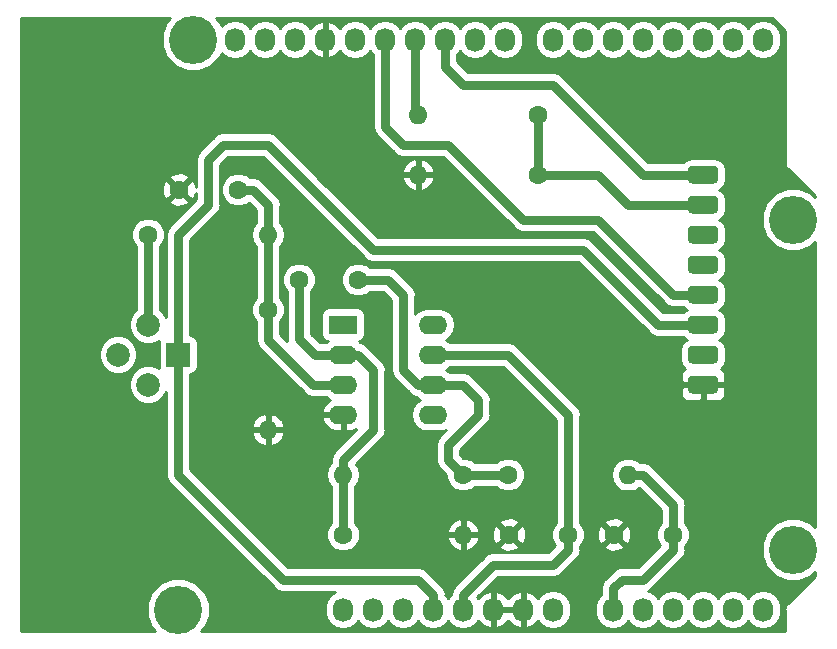
<source format=gbr>
G04 #@! TF.GenerationSoftware,KiCad,Pcbnew,5.0.2-bee76a0~70~ubuntu18.04.1*
G04 #@! TF.CreationDate,2018-11-29T15:01:50+01:00*
G04 #@! TF.ProjectId,DemoShield,44656d6f-5368-4696-956c-642e6b696361,rev?*
G04 #@! TF.SameCoordinates,Original*
G04 #@! TF.FileFunction,Copper,L2,Bot*
G04 #@! TF.FilePolarity,Positive*
%FSLAX46Y46*%
G04 Gerber Fmt 4.6, Leading zero omitted, Abs format (unit mm)*
G04 Created by KiCad (PCBNEW 5.0.2-bee76a0~70~ubuntu18.04.1) date jeu. 29 nov. 2018 15:01:50 CET*
%MOMM*%
%LPD*%
G01*
G04 APERTURE LIST*
G04 #@! TA.AperFunction,ComponentPad*
%ADD10C,2.000000*%
G04 #@! TD*
G04 #@! TA.AperFunction,ComponentPad*
%ADD11R,2.000000X2.000000*%
G04 #@! TD*
G04 #@! TA.AperFunction,ComponentPad*
%ADD12O,1.727200X2.032000*%
G04 #@! TD*
G04 #@! TA.AperFunction,ComponentPad*
%ADD13C,4.064000*%
G04 #@! TD*
G04 #@! TA.AperFunction,ComponentPad*
%ADD14C,1.600000*%
G04 #@! TD*
G04 #@! TA.AperFunction,ComponentPad*
%ADD15O,1.600000X1.600000*%
G04 #@! TD*
G04 #@! TA.AperFunction,ComponentPad*
%ADD16R,2.400000X1.600000*%
G04 #@! TD*
G04 #@! TA.AperFunction,ComponentPad*
%ADD17O,2.400000X1.600000*%
G04 #@! TD*
G04 #@! TA.AperFunction,Conductor*
%ADD18C,0.100000*%
G04 #@! TD*
G04 #@! TA.AperFunction,ComponentPad*
%ADD19C,1.524000*%
G04 #@! TD*
G04 #@! TA.AperFunction,Conductor*
%ADD20C,0.800000*%
G04 #@! TD*
G04 #@! TA.AperFunction,Conductor*
%ADD21C,0.254000*%
G04 #@! TD*
G04 APERTURE END LIST*
D10*
G04 #@! TO.P,U1,4*
G04 #@! TO.N,Net-(U1-Pad4)*
X122428000Y-104775000D03*
G04 #@! TO.P,U1,3*
G04 #@! TO.N,Net-(U1-Pad3)*
X119888000Y-102235000D03*
G04 #@! TO.P,U1,2*
G04 #@! TO.N,Net-(R1-Pad1)*
X122428000Y-99695000D03*
D11*
G04 #@! TO.P,U1,1*
G04 #@! TO.N,+3V3*
X124968000Y-102235000D03*
G04 #@! TD*
D12*
G04 #@! TO.P,P1,1*
G04 #@! TO.N,Net-(P1-Pad1)*
X138938000Y-123825000D03*
G04 #@! TO.P,P1,2*
G04 #@! TO.N,Net-(P1-Pad2)*
X141478000Y-123825000D03*
G04 #@! TO.P,P1,3*
G04 #@! TO.N,Net-(P1-Pad3)*
X144018000Y-123825000D03*
G04 #@! TO.P,P1,4*
G04 #@! TO.N,+3V3*
X146558000Y-123825000D03*
G04 #@! TO.P,P1,5*
G04 #@! TO.N,+5V*
X149098000Y-123825000D03*
G04 #@! TO.P,P1,6*
G04 #@! TO.N,GND*
X151638000Y-123825000D03*
G04 #@! TO.P,P1,7*
X154178000Y-123825000D03*
G04 #@! TO.P,P1,8*
G04 #@! TO.N,Net-(P1-Pad8)*
X156718000Y-123825000D03*
G04 #@! TD*
G04 #@! TO.P,P2,1*
G04 #@! TO.N,/A0*
X161798000Y-123825000D03*
G04 #@! TO.P,P2,2*
G04 #@! TO.N,/A1*
X164338000Y-123825000D03*
G04 #@! TO.P,P2,3*
G04 #@! TO.N,/A2*
X166878000Y-123825000D03*
G04 #@! TO.P,P2,4*
G04 #@! TO.N,/A3*
X169418000Y-123825000D03*
G04 #@! TO.P,P2,5*
G04 #@! TO.N,/A4(SDA)*
X171958000Y-123825000D03*
G04 #@! TO.P,P2,6*
G04 #@! TO.N,/A5(SCL)*
X174498000Y-123825000D03*
G04 #@! TD*
G04 #@! TO.P,P3,1*
G04 #@! TO.N,Net-(P3-Pad1)*
X129794000Y-75565000D03*
G04 #@! TO.P,P3,2*
G04 #@! TO.N,Net-(P3-Pad2)*
X132334000Y-75565000D03*
G04 #@! TO.P,P3,3*
G04 #@! TO.N,/AREF*
X134874000Y-75565000D03*
G04 #@! TO.P,P3,4*
G04 #@! TO.N,GND*
X137414000Y-75565000D03*
G04 #@! TO.P,P3,5*
G04 #@! TO.N,/13(SCK)*
X139954000Y-75565000D03*
G04 #@! TO.P,P3,6*
G04 #@! TO.N,/12(MISO)*
X142494000Y-75565000D03*
G04 #@! TO.P,P3,7*
G04 #@! TO.N,/11(\002A\002A/MOSI)*
X145034000Y-75565000D03*
G04 #@! TO.P,P3,8*
G04 #@! TO.N,/10(\002A\002A/SS)*
X147574000Y-75565000D03*
G04 #@! TO.P,P3,9*
G04 #@! TO.N,/9(\002A\002A)*
X150114000Y-75565000D03*
G04 #@! TO.P,P3,10*
G04 #@! TO.N,/8*
X152654000Y-75565000D03*
G04 #@! TD*
G04 #@! TO.P,P4,1*
G04 #@! TO.N,/7*
X156718000Y-75565000D03*
G04 #@! TO.P,P4,2*
G04 #@! TO.N,/6(\002A\002A)*
X159258000Y-75565000D03*
G04 #@! TO.P,P4,3*
G04 #@! TO.N,/5(\002A\002A)*
X161798000Y-75565000D03*
G04 #@! TO.P,P4,4*
G04 #@! TO.N,/4*
X164338000Y-75565000D03*
G04 #@! TO.P,P4,5*
G04 #@! TO.N,/3(\002A\002A)*
X166878000Y-75565000D03*
G04 #@! TO.P,P4,6*
G04 #@! TO.N,/2*
X169418000Y-75565000D03*
G04 #@! TO.P,P4,7*
G04 #@! TO.N,/1(Tx)*
X171958000Y-75565000D03*
G04 #@! TO.P,P4,8*
G04 #@! TO.N,/0(Rx)*
X174498000Y-75565000D03*
G04 #@! TD*
D13*
G04 #@! TO.P,P5,1*
G04 #@! TO.N,Net-(P5-Pad1)*
X124968000Y-123825000D03*
G04 #@! TD*
G04 #@! TO.P,P6,1*
G04 #@! TO.N,Net-(P6-Pad1)*
X177038000Y-118745000D03*
G04 #@! TD*
G04 #@! TO.P,P7,1*
G04 #@! TO.N,Net-(P7-Pad1)*
X126238000Y-75565000D03*
G04 #@! TD*
G04 #@! TO.P,P8,1*
G04 #@! TO.N,Net-(P8-Pad1)*
X177038000Y-90805000D03*
G04 #@! TD*
D14*
G04 #@! TO.P,C1,1*
G04 #@! TO.N,Net-(C1-Pad1)*
X130048000Y-88265000D03*
G04 #@! TO.P,C1,2*
G04 #@! TO.N,GND*
X125048000Y-88265000D03*
G04 #@! TD*
G04 #@! TO.P,C2,2*
G04 #@! TO.N,Net-(C2-Pad2)*
X135208000Y-95885000D03*
G04 #@! TO.P,C2,1*
G04 #@! TO.N,Net-(C2-Pad1)*
X140208000Y-95885000D03*
G04 #@! TD*
G04 #@! TO.P,C3,1*
G04 #@! TO.N,+5V*
X157988000Y-117475000D03*
G04 #@! TO.P,C3,2*
G04 #@! TO.N,GND*
X152988000Y-117475000D03*
G04 #@! TD*
G04 #@! TO.P,C4,2*
G04 #@! TO.N,GND*
X161878000Y-117475000D03*
G04 #@! TO.P,C4,1*
G04 #@! TO.N,/A0*
X166878000Y-117475000D03*
G04 #@! TD*
G04 #@! TO.P,R1,1*
G04 #@! TO.N,Net-(R1-Pad1)*
X122428000Y-92075000D03*
D15*
G04 #@! TO.P,R1,2*
G04 #@! TO.N,Net-(C1-Pad1)*
X132588000Y-92075000D03*
G04 #@! TD*
G04 #@! TO.P,R2,2*
G04 #@! TO.N,GND*
X132588000Y-108585000D03*
D14*
G04 #@! TO.P,R2,1*
G04 #@! TO.N,Net-(C1-Pad1)*
X132588000Y-98425000D03*
G04 #@! TD*
G04 #@! TO.P,R3,1*
G04 #@! TO.N,Net-(C2-Pad2)*
X138938000Y-117475000D03*
D15*
G04 #@! TO.P,R3,2*
G04 #@! TO.N,GND*
X149098000Y-117475000D03*
G04 #@! TD*
G04 #@! TO.P,R4,2*
G04 #@! TO.N,Net-(C2-Pad2)*
X138938000Y-112395000D03*
D14*
G04 #@! TO.P,R4,1*
G04 #@! TO.N,Net-(C2-Pad1)*
X149098000Y-112395000D03*
G04 #@! TD*
G04 #@! TO.P,R5,1*
G04 #@! TO.N,Net-(C2-Pad1)*
X152908000Y-112395000D03*
D15*
G04 #@! TO.P,R5,2*
G04 #@! TO.N,/A0*
X163068000Y-112395000D03*
G04 #@! TD*
G04 #@! TO.P,R6,2*
G04 #@! TO.N,GND*
X145288000Y-86995000D03*
D14*
G04 #@! TO.P,R6,1*
G04 #@! TO.N,Net-(R6-Pad1)*
X155448000Y-86995000D03*
G04 #@! TD*
G04 #@! TO.P,R7,1*
G04 #@! TO.N,Net-(R6-Pad1)*
X155448000Y-81915000D03*
D15*
G04 #@! TO.P,R7,2*
G04 #@! TO.N,/11(\002A\002A/MOSI)*
X145288000Y-81915000D03*
G04 #@! TD*
D16*
G04 #@! TO.P,U2,1*
G04 #@! TO.N,Net-(U2-Pad1)*
X138938000Y-99695000D03*
D17*
G04 #@! TO.P,U2,5*
G04 #@! TO.N,Net-(U2-Pad5)*
X146558000Y-107315000D03*
G04 #@! TO.P,U2,2*
G04 #@! TO.N,Net-(C2-Pad2)*
X138938000Y-102235000D03*
G04 #@! TO.P,U2,6*
G04 #@! TO.N,Net-(C2-Pad1)*
X146558000Y-104775000D03*
G04 #@! TO.P,U2,3*
G04 #@! TO.N,Net-(C1-Pad1)*
X138938000Y-104775000D03*
G04 #@! TO.P,U2,7*
G04 #@! TO.N,+5V*
X146558000Y-102235000D03*
G04 #@! TO.P,U2,4*
G04 #@! TO.N,GND*
X138938000Y-107315000D03*
G04 #@! TO.P,U2,8*
G04 #@! TO.N,Net-(U2-Pad8)*
X146558000Y-99695000D03*
G04 #@! TD*
D18*
G04 #@! TO.N,/10(\002A\002A/SS)*
G04 #@! TO.C,U3*
G36*
X170336345Y-86234835D02*
X170373329Y-86240321D01*
X170409598Y-86249406D01*
X170444802Y-86262002D01*
X170478602Y-86277988D01*
X170510672Y-86297210D01*
X170540704Y-86319483D01*
X170568408Y-86344592D01*
X170593517Y-86372296D01*
X170615790Y-86402328D01*
X170635012Y-86434398D01*
X170650998Y-86468198D01*
X170663594Y-86503402D01*
X170672679Y-86539671D01*
X170678165Y-86576655D01*
X170680000Y-86614000D01*
X170680000Y-87376000D01*
X170678165Y-87413345D01*
X170672679Y-87450329D01*
X170663594Y-87486598D01*
X170650998Y-87521802D01*
X170635012Y-87555602D01*
X170615790Y-87587672D01*
X170593517Y-87617704D01*
X170568408Y-87645408D01*
X170540704Y-87670517D01*
X170510672Y-87692790D01*
X170478602Y-87712012D01*
X170444802Y-87727998D01*
X170409598Y-87740594D01*
X170373329Y-87749679D01*
X170336345Y-87755165D01*
X170299000Y-87757000D01*
X168537000Y-87757000D01*
X168499655Y-87755165D01*
X168462671Y-87749679D01*
X168426402Y-87740594D01*
X168391198Y-87727998D01*
X168357398Y-87712012D01*
X168325328Y-87692790D01*
X168295296Y-87670517D01*
X168267592Y-87645408D01*
X168242483Y-87617704D01*
X168220210Y-87587672D01*
X168200988Y-87555602D01*
X168185002Y-87521802D01*
X168172406Y-87486598D01*
X168163321Y-87450329D01*
X168157835Y-87413345D01*
X168156000Y-87376000D01*
X168156000Y-86614000D01*
X168157835Y-86576655D01*
X168163321Y-86539671D01*
X168172406Y-86503402D01*
X168185002Y-86468198D01*
X168200988Y-86434398D01*
X168220210Y-86402328D01*
X168242483Y-86372296D01*
X168267592Y-86344592D01*
X168295296Y-86319483D01*
X168325328Y-86297210D01*
X168357398Y-86277988D01*
X168391198Y-86262002D01*
X168426402Y-86249406D01*
X168462671Y-86240321D01*
X168499655Y-86234835D01*
X168537000Y-86233000D01*
X170299000Y-86233000D01*
X170336345Y-86234835D01*
X170336345Y-86234835D01*
G37*
D19*
G04 #@! TD*
G04 #@! TO.P,U3,1*
G04 #@! TO.N,/10(\002A\002A/SS)*
X169418000Y-86995000D03*
D18*
G04 #@! TO.N,Net-(R6-Pad1)*
G04 #@! TO.C,U3*
G36*
X170336345Y-88774835D02*
X170373329Y-88780321D01*
X170409598Y-88789406D01*
X170444802Y-88802002D01*
X170478602Y-88817988D01*
X170510672Y-88837210D01*
X170540704Y-88859483D01*
X170568408Y-88884592D01*
X170593517Y-88912296D01*
X170615790Y-88942328D01*
X170635012Y-88974398D01*
X170650998Y-89008198D01*
X170663594Y-89043402D01*
X170672679Y-89079671D01*
X170678165Y-89116655D01*
X170680000Y-89154000D01*
X170680000Y-89916000D01*
X170678165Y-89953345D01*
X170672679Y-89990329D01*
X170663594Y-90026598D01*
X170650998Y-90061802D01*
X170635012Y-90095602D01*
X170615790Y-90127672D01*
X170593517Y-90157704D01*
X170568408Y-90185408D01*
X170540704Y-90210517D01*
X170510672Y-90232790D01*
X170478602Y-90252012D01*
X170444802Y-90267998D01*
X170409598Y-90280594D01*
X170373329Y-90289679D01*
X170336345Y-90295165D01*
X170299000Y-90297000D01*
X168537000Y-90297000D01*
X168499655Y-90295165D01*
X168462671Y-90289679D01*
X168426402Y-90280594D01*
X168391198Y-90267998D01*
X168357398Y-90252012D01*
X168325328Y-90232790D01*
X168295296Y-90210517D01*
X168267592Y-90185408D01*
X168242483Y-90157704D01*
X168220210Y-90127672D01*
X168200988Y-90095602D01*
X168185002Y-90061802D01*
X168172406Y-90026598D01*
X168163321Y-89990329D01*
X168157835Y-89953345D01*
X168156000Y-89916000D01*
X168156000Y-89154000D01*
X168157835Y-89116655D01*
X168163321Y-89079671D01*
X168172406Y-89043402D01*
X168185002Y-89008198D01*
X168200988Y-88974398D01*
X168220210Y-88942328D01*
X168242483Y-88912296D01*
X168267592Y-88884592D01*
X168295296Y-88859483D01*
X168325328Y-88837210D01*
X168357398Y-88817988D01*
X168391198Y-88802002D01*
X168426402Y-88789406D01*
X168462671Y-88780321D01*
X168499655Y-88774835D01*
X168537000Y-88773000D01*
X170299000Y-88773000D01*
X170336345Y-88774835D01*
X170336345Y-88774835D01*
G37*
D19*
G04 #@! TD*
G04 #@! TO.P,U3,2*
G04 #@! TO.N,Net-(R6-Pad1)*
X169418000Y-89535000D03*
D18*
G04 #@! TO.N,Net-(U3-Pad3)*
G04 #@! TO.C,U3*
G36*
X170336345Y-91314835D02*
X170373329Y-91320321D01*
X170409598Y-91329406D01*
X170444802Y-91342002D01*
X170478602Y-91357988D01*
X170510672Y-91377210D01*
X170540704Y-91399483D01*
X170568408Y-91424592D01*
X170593517Y-91452296D01*
X170615790Y-91482328D01*
X170635012Y-91514398D01*
X170650998Y-91548198D01*
X170663594Y-91583402D01*
X170672679Y-91619671D01*
X170678165Y-91656655D01*
X170680000Y-91694000D01*
X170680000Y-92456000D01*
X170678165Y-92493345D01*
X170672679Y-92530329D01*
X170663594Y-92566598D01*
X170650998Y-92601802D01*
X170635012Y-92635602D01*
X170615790Y-92667672D01*
X170593517Y-92697704D01*
X170568408Y-92725408D01*
X170540704Y-92750517D01*
X170510672Y-92772790D01*
X170478602Y-92792012D01*
X170444802Y-92807998D01*
X170409598Y-92820594D01*
X170373329Y-92829679D01*
X170336345Y-92835165D01*
X170299000Y-92837000D01*
X168537000Y-92837000D01*
X168499655Y-92835165D01*
X168462671Y-92829679D01*
X168426402Y-92820594D01*
X168391198Y-92807998D01*
X168357398Y-92792012D01*
X168325328Y-92772790D01*
X168295296Y-92750517D01*
X168267592Y-92725408D01*
X168242483Y-92697704D01*
X168220210Y-92667672D01*
X168200988Y-92635602D01*
X168185002Y-92601802D01*
X168172406Y-92566598D01*
X168163321Y-92530329D01*
X168157835Y-92493345D01*
X168156000Y-92456000D01*
X168156000Y-91694000D01*
X168157835Y-91656655D01*
X168163321Y-91619671D01*
X168172406Y-91583402D01*
X168185002Y-91548198D01*
X168200988Y-91514398D01*
X168220210Y-91482328D01*
X168242483Y-91452296D01*
X168267592Y-91424592D01*
X168295296Y-91399483D01*
X168325328Y-91377210D01*
X168357398Y-91357988D01*
X168391198Y-91342002D01*
X168426402Y-91329406D01*
X168462671Y-91320321D01*
X168499655Y-91314835D01*
X168537000Y-91313000D01*
X170299000Y-91313000D01*
X170336345Y-91314835D01*
X170336345Y-91314835D01*
G37*
D19*
G04 #@! TD*
G04 #@! TO.P,U3,3*
G04 #@! TO.N,Net-(U3-Pad3)*
X169418000Y-92075000D03*
D18*
G04 #@! TO.N,Net-(U3-Pad4)*
G04 #@! TO.C,U3*
G36*
X170336345Y-93854835D02*
X170373329Y-93860321D01*
X170409598Y-93869406D01*
X170444802Y-93882002D01*
X170478602Y-93897988D01*
X170510672Y-93917210D01*
X170540704Y-93939483D01*
X170568408Y-93964592D01*
X170593517Y-93992296D01*
X170615790Y-94022328D01*
X170635012Y-94054398D01*
X170650998Y-94088198D01*
X170663594Y-94123402D01*
X170672679Y-94159671D01*
X170678165Y-94196655D01*
X170680000Y-94234000D01*
X170680000Y-94996000D01*
X170678165Y-95033345D01*
X170672679Y-95070329D01*
X170663594Y-95106598D01*
X170650998Y-95141802D01*
X170635012Y-95175602D01*
X170615790Y-95207672D01*
X170593517Y-95237704D01*
X170568408Y-95265408D01*
X170540704Y-95290517D01*
X170510672Y-95312790D01*
X170478602Y-95332012D01*
X170444802Y-95347998D01*
X170409598Y-95360594D01*
X170373329Y-95369679D01*
X170336345Y-95375165D01*
X170299000Y-95377000D01*
X168537000Y-95377000D01*
X168499655Y-95375165D01*
X168462671Y-95369679D01*
X168426402Y-95360594D01*
X168391198Y-95347998D01*
X168357398Y-95332012D01*
X168325328Y-95312790D01*
X168295296Y-95290517D01*
X168267592Y-95265408D01*
X168242483Y-95237704D01*
X168220210Y-95207672D01*
X168200988Y-95175602D01*
X168185002Y-95141802D01*
X168172406Y-95106598D01*
X168163321Y-95070329D01*
X168157835Y-95033345D01*
X168156000Y-94996000D01*
X168156000Y-94234000D01*
X168157835Y-94196655D01*
X168163321Y-94159671D01*
X168172406Y-94123402D01*
X168185002Y-94088198D01*
X168200988Y-94054398D01*
X168220210Y-94022328D01*
X168242483Y-93992296D01*
X168267592Y-93964592D01*
X168295296Y-93939483D01*
X168325328Y-93917210D01*
X168357398Y-93897988D01*
X168391198Y-93882002D01*
X168426402Y-93869406D01*
X168462671Y-93860321D01*
X168499655Y-93854835D01*
X168537000Y-93853000D01*
X170299000Y-93853000D01*
X170336345Y-93854835D01*
X170336345Y-93854835D01*
G37*
D19*
G04 #@! TD*
G04 #@! TO.P,U3,4*
G04 #@! TO.N,Net-(U3-Pad4)*
X169418000Y-94615000D03*
D18*
G04 #@! TO.N,/12(MISO)*
G04 #@! TO.C,U3*
G36*
X170336345Y-96394835D02*
X170373329Y-96400321D01*
X170409598Y-96409406D01*
X170444802Y-96422002D01*
X170478602Y-96437988D01*
X170510672Y-96457210D01*
X170540704Y-96479483D01*
X170568408Y-96504592D01*
X170593517Y-96532296D01*
X170615790Y-96562328D01*
X170635012Y-96594398D01*
X170650998Y-96628198D01*
X170663594Y-96663402D01*
X170672679Y-96699671D01*
X170678165Y-96736655D01*
X170680000Y-96774000D01*
X170680000Y-97536000D01*
X170678165Y-97573345D01*
X170672679Y-97610329D01*
X170663594Y-97646598D01*
X170650998Y-97681802D01*
X170635012Y-97715602D01*
X170615790Y-97747672D01*
X170593517Y-97777704D01*
X170568408Y-97805408D01*
X170540704Y-97830517D01*
X170510672Y-97852790D01*
X170478602Y-97872012D01*
X170444802Y-97887998D01*
X170409598Y-97900594D01*
X170373329Y-97909679D01*
X170336345Y-97915165D01*
X170299000Y-97917000D01*
X168537000Y-97917000D01*
X168499655Y-97915165D01*
X168462671Y-97909679D01*
X168426402Y-97900594D01*
X168391198Y-97887998D01*
X168357398Y-97872012D01*
X168325328Y-97852790D01*
X168295296Y-97830517D01*
X168267592Y-97805408D01*
X168242483Y-97777704D01*
X168220210Y-97747672D01*
X168200988Y-97715602D01*
X168185002Y-97681802D01*
X168172406Y-97646598D01*
X168163321Y-97610329D01*
X168157835Y-97573345D01*
X168156000Y-97536000D01*
X168156000Y-96774000D01*
X168157835Y-96736655D01*
X168163321Y-96699671D01*
X168172406Y-96663402D01*
X168185002Y-96628198D01*
X168200988Y-96594398D01*
X168220210Y-96562328D01*
X168242483Y-96532296D01*
X168267592Y-96504592D01*
X168295296Y-96479483D01*
X168325328Y-96457210D01*
X168357398Y-96437988D01*
X168391198Y-96422002D01*
X168426402Y-96409406D01*
X168462671Y-96400321D01*
X168499655Y-96394835D01*
X168537000Y-96393000D01*
X170299000Y-96393000D01*
X170336345Y-96394835D01*
X170336345Y-96394835D01*
G37*
D19*
G04 #@! TD*
G04 #@! TO.P,U3,5*
G04 #@! TO.N,/12(MISO)*
X169418000Y-97155000D03*
D18*
G04 #@! TO.N,+3V3*
G04 #@! TO.C,U3*
G36*
X170336345Y-98934835D02*
X170373329Y-98940321D01*
X170409598Y-98949406D01*
X170444802Y-98962002D01*
X170478602Y-98977988D01*
X170510672Y-98997210D01*
X170540704Y-99019483D01*
X170568408Y-99044592D01*
X170593517Y-99072296D01*
X170615790Y-99102328D01*
X170635012Y-99134398D01*
X170650998Y-99168198D01*
X170663594Y-99203402D01*
X170672679Y-99239671D01*
X170678165Y-99276655D01*
X170680000Y-99314000D01*
X170680000Y-100076000D01*
X170678165Y-100113345D01*
X170672679Y-100150329D01*
X170663594Y-100186598D01*
X170650998Y-100221802D01*
X170635012Y-100255602D01*
X170615790Y-100287672D01*
X170593517Y-100317704D01*
X170568408Y-100345408D01*
X170540704Y-100370517D01*
X170510672Y-100392790D01*
X170478602Y-100412012D01*
X170444802Y-100427998D01*
X170409598Y-100440594D01*
X170373329Y-100449679D01*
X170336345Y-100455165D01*
X170299000Y-100457000D01*
X168537000Y-100457000D01*
X168499655Y-100455165D01*
X168462671Y-100449679D01*
X168426402Y-100440594D01*
X168391198Y-100427998D01*
X168357398Y-100412012D01*
X168325328Y-100392790D01*
X168295296Y-100370517D01*
X168267592Y-100345408D01*
X168242483Y-100317704D01*
X168220210Y-100287672D01*
X168200988Y-100255602D01*
X168185002Y-100221802D01*
X168172406Y-100186598D01*
X168163321Y-100150329D01*
X168157835Y-100113345D01*
X168156000Y-100076000D01*
X168156000Y-99314000D01*
X168157835Y-99276655D01*
X168163321Y-99239671D01*
X168172406Y-99203402D01*
X168185002Y-99168198D01*
X168200988Y-99134398D01*
X168220210Y-99102328D01*
X168242483Y-99072296D01*
X168267592Y-99044592D01*
X168295296Y-99019483D01*
X168325328Y-98997210D01*
X168357398Y-98977988D01*
X168391198Y-98962002D01*
X168426402Y-98949406D01*
X168462671Y-98940321D01*
X168499655Y-98934835D01*
X168537000Y-98933000D01*
X170299000Y-98933000D01*
X170336345Y-98934835D01*
X170336345Y-98934835D01*
G37*
D19*
G04 #@! TD*
G04 #@! TO.P,U3,6*
G04 #@! TO.N,+3V3*
X169418000Y-99695000D03*
D18*
G04 #@! TO.N,Net-(U3-Pad7)*
G04 #@! TO.C,U3*
G36*
X170336345Y-101474835D02*
X170373329Y-101480321D01*
X170409598Y-101489406D01*
X170444802Y-101502002D01*
X170478602Y-101517988D01*
X170510672Y-101537210D01*
X170540704Y-101559483D01*
X170568408Y-101584592D01*
X170593517Y-101612296D01*
X170615790Y-101642328D01*
X170635012Y-101674398D01*
X170650998Y-101708198D01*
X170663594Y-101743402D01*
X170672679Y-101779671D01*
X170678165Y-101816655D01*
X170680000Y-101854000D01*
X170680000Y-102616000D01*
X170678165Y-102653345D01*
X170672679Y-102690329D01*
X170663594Y-102726598D01*
X170650998Y-102761802D01*
X170635012Y-102795602D01*
X170615790Y-102827672D01*
X170593517Y-102857704D01*
X170568408Y-102885408D01*
X170540704Y-102910517D01*
X170510672Y-102932790D01*
X170478602Y-102952012D01*
X170444802Y-102967998D01*
X170409598Y-102980594D01*
X170373329Y-102989679D01*
X170336345Y-102995165D01*
X170299000Y-102997000D01*
X168537000Y-102997000D01*
X168499655Y-102995165D01*
X168462671Y-102989679D01*
X168426402Y-102980594D01*
X168391198Y-102967998D01*
X168357398Y-102952012D01*
X168325328Y-102932790D01*
X168295296Y-102910517D01*
X168267592Y-102885408D01*
X168242483Y-102857704D01*
X168220210Y-102827672D01*
X168200988Y-102795602D01*
X168185002Y-102761802D01*
X168172406Y-102726598D01*
X168163321Y-102690329D01*
X168157835Y-102653345D01*
X168156000Y-102616000D01*
X168156000Y-101854000D01*
X168157835Y-101816655D01*
X168163321Y-101779671D01*
X168172406Y-101743402D01*
X168185002Y-101708198D01*
X168200988Y-101674398D01*
X168220210Y-101642328D01*
X168242483Y-101612296D01*
X168267592Y-101584592D01*
X168295296Y-101559483D01*
X168325328Y-101537210D01*
X168357398Y-101517988D01*
X168391198Y-101502002D01*
X168426402Y-101489406D01*
X168462671Y-101480321D01*
X168499655Y-101474835D01*
X168537000Y-101473000D01*
X170299000Y-101473000D01*
X170336345Y-101474835D01*
X170336345Y-101474835D01*
G37*
D19*
G04 #@! TD*
G04 #@! TO.P,U3,7*
G04 #@! TO.N,Net-(U3-Pad7)*
X169418000Y-102235000D03*
D18*
G04 #@! TO.N,GND*
G04 #@! TO.C,U3*
G36*
X170336345Y-104014835D02*
X170373329Y-104020321D01*
X170409598Y-104029406D01*
X170444802Y-104042002D01*
X170478602Y-104057988D01*
X170510672Y-104077210D01*
X170540704Y-104099483D01*
X170568408Y-104124592D01*
X170593517Y-104152296D01*
X170615790Y-104182328D01*
X170635012Y-104214398D01*
X170650998Y-104248198D01*
X170663594Y-104283402D01*
X170672679Y-104319671D01*
X170678165Y-104356655D01*
X170680000Y-104394000D01*
X170680000Y-105156000D01*
X170678165Y-105193345D01*
X170672679Y-105230329D01*
X170663594Y-105266598D01*
X170650998Y-105301802D01*
X170635012Y-105335602D01*
X170615790Y-105367672D01*
X170593517Y-105397704D01*
X170568408Y-105425408D01*
X170540704Y-105450517D01*
X170510672Y-105472790D01*
X170478602Y-105492012D01*
X170444802Y-105507998D01*
X170409598Y-105520594D01*
X170373329Y-105529679D01*
X170336345Y-105535165D01*
X170299000Y-105537000D01*
X168537000Y-105537000D01*
X168499655Y-105535165D01*
X168462671Y-105529679D01*
X168426402Y-105520594D01*
X168391198Y-105507998D01*
X168357398Y-105492012D01*
X168325328Y-105472790D01*
X168295296Y-105450517D01*
X168267592Y-105425408D01*
X168242483Y-105397704D01*
X168220210Y-105367672D01*
X168200988Y-105335602D01*
X168185002Y-105301802D01*
X168172406Y-105266598D01*
X168163321Y-105230329D01*
X168157835Y-105193345D01*
X168156000Y-105156000D01*
X168156000Y-104394000D01*
X168157835Y-104356655D01*
X168163321Y-104319671D01*
X168172406Y-104283402D01*
X168185002Y-104248198D01*
X168200988Y-104214398D01*
X168220210Y-104182328D01*
X168242483Y-104152296D01*
X168267592Y-104124592D01*
X168295296Y-104099483D01*
X168325328Y-104077210D01*
X168357398Y-104057988D01*
X168391198Y-104042002D01*
X168426402Y-104029406D01*
X168462671Y-104020321D01*
X168499655Y-104014835D01*
X168537000Y-104013000D01*
X170299000Y-104013000D01*
X170336345Y-104014835D01*
X170336345Y-104014835D01*
G37*
D19*
G04 #@! TD*
G04 #@! TO.P,U3,8*
G04 #@! TO.N,GND*
X169418000Y-104775000D03*
D20*
G04 #@! TO.N,+5V*
X157988000Y-118745000D02*
X157988000Y-117475000D01*
X156718000Y-120015000D02*
X157988000Y-118745000D01*
X151638000Y-120015000D02*
X156718000Y-120015000D01*
X149098000Y-123825000D02*
X149098000Y-122555000D01*
X149098000Y-122555000D02*
X151638000Y-120015000D01*
X157988000Y-117475000D02*
X157988000Y-107315000D01*
X152908000Y-102235000D02*
X146558000Y-102235000D01*
X157988000Y-107315000D02*
X152908000Y-102235000D01*
G04 #@! TO.N,/A0*
X163068000Y-112395000D02*
X164338000Y-112395000D01*
X166878000Y-114935000D02*
X166878000Y-117475000D01*
X164338000Y-112395000D02*
X166878000Y-114935000D01*
X162522000Y-121285000D02*
X161798000Y-122009000D01*
X161798000Y-122009000D02*
X161798000Y-123825000D01*
X164338000Y-121285000D02*
X162522000Y-121285000D01*
X166878000Y-118745000D02*
X164338000Y-121285000D01*
X166878000Y-117475000D02*
X166878000Y-118745000D01*
G04 #@! TO.N,/10(\002A\002A/SS)*
X156718000Y-79375000D02*
X164338000Y-86995000D01*
X164338000Y-86995000D02*
X169418000Y-86995000D01*
X147574000Y-75565000D02*
X147574000Y-77851000D01*
X149098000Y-79375000D02*
X156718000Y-79375000D01*
X147574000Y-77851000D02*
X149098000Y-79375000D01*
G04 #@! TO.N,+3V3*
X124968000Y-112395000D02*
X124968000Y-102235000D01*
X146558000Y-123825000D02*
X146558000Y-122555000D01*
X133858000Y-121285000D02*
X124968000Y-112395000D01*
X145288000Y-121285000D02*
X133858000Y-121285000D01*
X146558000Y-122555000D02*
X145288000Y-121285000D01*
X127508000Y-89535000D02*
X127508000Y-85725000D01*
X124968000Y-92075000D02*
X127508000Y-89535000D01*
X124968000Y-102235000D02*
X124968000Y-92075000D01*
X127508000Y-85725000D02*
X128778000Y-84455000D01*
X128778000Y-84455000D02*
X132588000Y-84455000D01*
X132588000Y-84455000D02*
X141478000Y-93345000D01*
X141478000Y-93345000D02*
X159258000Y-93345000D01*
X159258000Y-93345000D02*
X165608000Y-99695000D01*
X165608000Y-99695000D02*
X169418000Y-99695000D01*
G04 #@! TO.N,/12(MISO)*
X166878000Y-97155000D02*
X169418000Y-97155000D01*
X160528000Y-90805000D02*
X166878000Y-97155000D01*
X142494000Y-75565000D02*
X142494000Y-82931000D01*
X142494000Y-82931000D02*
X144018000Y-84455000D01*
X144018000Y-84455000D02*
X147828000Y-84455000D01*
X147828000Y-84455000D02*
X154178000Y-90805000D01*
X154178000Y-90805000D02*
X160528000Y-90805000D01*
G04 #@! TO.N,/11(\002A\002A/MOSI)*
X145034000Y-81661000D02*
X145288000Y-81915000D01*
X145034000Y-75565000D02*
X145034000Y-81661000D01*
G04 #@! TO.N,Net-(C1-Pad1)*
X132588000Y-92075000D02*
X132588000Y-98425000D01*
X132588000Y-98425000D02*
X132588000Y-100965000D01*
X132588000Y-100965000D02*
X136398000Y-104775000D01*
X136398000Y-104775000D02*
X138938000Y-104775000D01*
X130048000Y-88265000D02*
X131318000Y-88265000D01*
X131318000Y-88265000D02*
X132588000Y-89535000D01*
X132588000Y-89535000D02*
X132588000Y-92075000D01*
G04 #@! TO.N,Net-(C2-Pad2)*
X138938000Y-112395000D02*
X138938000Y-111125000D01*
X138938000Y-112395000D02*
X138938000Y-117475000D01*
X138938000Y-102235000D02*
X140208000Y-102235000D01*
X140208000Y-102235000D02*
X141478000Y-103505000D01*
X141478000Y-103505000D02*
X141478000Y-108585000D01*
X141478000Y-108585000D02*
X138938000Y-111125000D01*
X136558000Y-102235000D02*
X138938000Y-102235000D01*
X135208000Y-95885000D02*
X135208000Y-100885000D01*
X135208000Y-100885000D02*
X136558000Y-102235000D01*
G04 #@! TO.N,Net-(C2-Pad1)*
X149098000Y-112395000D02*
X152908000Y-112395000D01*
X144018000Y-99695000D02*
X144018000Y-103505000D01*
X144018000Y-103505000D02*
X145288000Y-104775000D01*
X146558000Y-104775000D02*
X145288000Y-104775000D01*
X149098000Y-104775000D02*
X146558000Y-104775000D01*
X150368000Y-106045000D02*
X149098000Y-104775000D01*
X150368000Y-107315000D02*
X150368000Y-106045000D01*
X147828000Y-109855000D02*
X150368000Y-107315000D01*
X149098000Y-112395000D02*
X147828000Y-111125000D01*
X147828000Y-111125000D02*
X147828000Y-109855000D01*
X144018000Y-99695000D02*
X144018000Y-97155000D01*
X144018000Y-97155000D02*
X142748000Y-95885000D01*
X142748000Y-95885000D02*
X140208000Y-95885000D01*
G04 #@! TO.N,Net-(R1-Pad1)*
X122428000Y-92075000D02*
X122428000Y-99695000D01*
G04 #@! TO.N,Net-(R6-Pad1)*
X155448000Y-81915000D02*
X155448000Y-86995000D01*
X163068000Y-89535000D02*
X169418000Y-89535000D01*
X155448000Y-86995000D02*
X160528000Y-86995000D01*
X160528000Y-86995000D02*
X163068000Y-89535000D01*
G04 #@! TD*
D21*
G04 #@! TO.N,GND*
G36*
X123977026Y-74054266D02*
X123571000Y-75034501D01*
X123571000Y-76095499D01*
X123977026Y-77075734D01*
X124727266Y-77825974D01*
X125707501Y-78232000D01*
X126768499Y-78232000D01*
X127748734Y-77825974D01*
X128498974Y-77075734D01*
X128652156Y-76705918D01*
X128713570Y-76797830D01*
X129209276Y-77129050D01*
X129794000Y-77245359D01*
X130378725Y-77129050D01*
X130874430Y-76797830D01*
X131064000Y-76514119D01*
X131253570Y-76797830D01*
X131749276Y-77129050D01*
X132334000Y-77245359D01*
X132918725Y-77129050D01*
X133414430Y-76797830D01*
X133604000Y-76514119D01*
X133793570Y-76797830D01*
X134289276Y-77129050D01*
X134874000Y-77245359D01*
X135458725Y-77129050D01*
X135954430Y-76797830D01*
X136147909Y-76508267D01*
X136511964Y-76915732D01*
X137039209Y-77169709D01*
X137054974Y-77172358D01*
X137287000Y-77051217D01*
X137287000Y-75692000D01*
X137267000Y-75692000D01*
X137267000Y-75438000D01*
X137287000Y-75438000D01*
X137287000Y-74078783D01*
X137054974Y-73957642D01*
X137039209Y-73960291D01*
X136511964Y-74214268D01*
X136147910Y-74621732D01*
X135954430Y-74332170D01*
X135458724Y-74000950D01*
X134874000Y-73884641D01*
X134289275Y-74000950D01*
X133793570Y-74332170D01*
X133604000Y-74615881D01*
X133414430Y-74332170D01*
X132918724Y-74000950D01*
X132334000Y-73884641D01*
X131749275Y-74000950D01*
X131253570Y-74332170D01*
X131064000Y-74615881D01*
X130874430Y-74332170D01*
X130378724Y-74000950D01*
X129794000Y-73884641D01*
X129209275Y-74000950D01*
X128713570Y-74332170D01*
X128652156Y-74424082D01*
X128498974Y-74054266D01*
X128179708Y-73735000D01*
X175219910Y-73735000D01*
X176328001Y-74843092D01*
X176328000Y-85909076D01*
X176314091Y-85979000D01*
X176328000Y-86048924D01*
X176328000Y-86048925D01*
X176369195Y-86256027D01*
X176526119Y-86490880D01*
X176585402Y-86530492D01*
X178868001Y-88813092D01*
X178868001Y-88863293D01*
X178548734Y-88544026D01*
X177568499Y-88138000D01*
X176507501Y-88138000D01*
X175527266Y-88544026D01*
X174777026Y-89294266D01*
X174371000Y-90274501D01*
X174371000Y-91335499D01*
X174777026Y-92315734D01*
X175527266Y-93065974D01*
X176507501Y-93472000D01*
X177568499Y-93472000D01*
X178548734Y-93065974D01*
X178868001Y-92746707D01*
X178868000Y-116803292D01*
X178548734Y-116484026D01*
X177568499Y-116078000D01*
X176507501Y-116078000D01*
X175527266Y-116484026D01*
X174777026Y-117234266D01*
X174371000Y-118214501D01*
X174371000Y-119275499D01*
X174777026Y-120255734D01*
X175527266Y-121005974D01*
X176507501Y-121412000D01*
X177568499Y-121412000D01*
X178548734Y-121005974D01*
X178868000Y-120686708D01*
X178868000Y-120990909D01*
X176585402Y-123273508D01*
X176526120Y-123313119D01*
X176384544Y-123525002D01*
X176369196Y-123547972D01*
X176314091Y-123825000D01*
X176328001Y-123894929D01*
X176328000Y-125655000D01*
X126909708Y-125655000D01*
X127228974Y-125335734D01*
X127635000Y-124355499D01*
X127635000Y-123294501D01*
X127228974Y-122314266D01*
X126478734Y-121564026D01*
X125498499Y-121158000D01*
X124437501Y-121158000D01*
X123457266Y-121564026D01*
X122707026Y-122314266D01*
X122301000Y-123294501D01*
X122301000Y-124355499D01*
X122707026Y-125335734D01*
X123026292Y-125655000D01*
X111708000Y-125655000D01*
X111708000Y-101909778D01*
X118253000Y-101909778D01*
X118253000Y-102560222D01*
X118501914Y-103161153D01*
X118961847Y-103621086D01*
X119562778Y-103870000D01*
X120213222Y-103870000D01*
X120814153Y-103621086D01*
X121274086Y-103161153D01*
X121523000Y-102560222D01*
X121523000Y-101909778D01*
X121274086Y-101308847D01*
X120814153Y-100848914D01*
X120213222Y-100600000D01*
X119562778Y-100600000D01*
X118961847Y-100848914D01*
X118501914Y-101308847D01*
X118253000Y-101909778D01*
X111708000Y-101909778D01*
X111708000Y-99369778D01*
X120793000Y-99369778D01*
X120793000Y-100020222D01*
X121041914Y-100621153D01*
X121501847Y-101081086D01*
X122102778Y-101330000D01*
X122753222Y-101330000D01*
X123350908Y-101082430D01*
X123320560Y-101235000D01*
X123320560Y-103235000D01*
X123350908Y-103387570D01*
X122753222Y-103140000D01*
X122102778Y-103140000D01*
X121501847Y-103388914D01*
X121041914Y-103848847D01*
X120793000Y-104449778D01*
X120793000Y-105100222D01*
X121041914Y-105701153D01*
X121501847Y-106161086D01*
X122102778Y-106410000D01*
X122753222Y-106410000D01*
X123354153Y-106161086D01*
X123814086Y-105701153D01*
X123933001Y-105414068D01*
X123933000Y-112293065D01*
X123912724Y-112395000D01*
X123933000Y-112496934D01*
X123993052Y-112798836D01*
X124221807Y-113141193D01*
X124308227Y-113198937D01*
X133054065Y-121944776D01*
X133111807Y-122031193D01*
X133454163Y-122259948D01*
X133727239Y-122314266D01*
X133858000Y-122340276D01*
X133959934Y-122320000D01*
X138264901Y-122320000D01*
X137857570Y-122592170D01*
X137526350Y-123087876D01*
X137439400Y-123525003D01*
X137439400Y-124124998D01*
X137526350Y-124562125D01*
X137857570Y-125057830D01*
X138353276Y-125389050D01*
X138938000Y-125505359D01*
X139522725Y-125389050D01*
X140018430Y-125057830D01*
X140208000Y-124774119D01*
X140397570Y-125057830D01*
X140893276Y-125389050D01*
X141478000Y-125505359D01*
X142062725Y-125389050D01*
X142558430Y-125057830D01*
X142748000Y-124774119D01*
X142937570Y-125057830D01*
X143433276Y-125389050D01*
X144018000Y-125505359D01*
X144602725Y-125389050D01*
X145098430Y-125057830D01*
X145288000Y-124774119D01*
X145477570Y-125057830D01*
X145973276Y-125389050D01*
X146558000Y-125505359D01*
X147142725Y-125389050D01*
X147638430Y-125057830D01*
X147828000Y-124774119D01*
X148017570Y-125057830D01*
X148513276Y-125389050D01*
X149098000Y-125505359D01*
X149682725Y-125389050D01*
X150178430Y-125057830D01*
X150371909Y-124768267D01*
X150735964Y-125175732D01*
X151263209Y-125429709D01*
X151278974Y-125432358D01*
X151511000Y-125311217D01*
X151511000Y-123952000D01*
X151765000Y-123952000D01*
X151765000Y-125311217D01*
X151997026Y-125432358D01*
X152012791Y-125429709D01*
X152540036Y-125175732D01*
X152908000Y-124763892D01*
X153275964Y-125175732D01*
X153803209Y-125429709D01*
X153818974Y-125432358D01*
X154051000Y-125311217D01*
X154051000Y-123952000D01*
X151765000Y-123952000D01*
X151511000Y-123952000D01*
X151491000Y-123952000D01*
X151491000Y-123698000D01*
X151511000Y-123698000D01*
X151511000Y-122338783D01*
X151765000Y-122338783D01*
X151765000Y-123698000D01*
X154051000Y-123698000D01*
X154051000Y-122338783D01*
X154305000Y-122338783D01*
X154305000Y-123698000D01*
X154325000Y-123698000D01*
X154325000Y-123952000D01*
X154305000Y-123952000D01*
X154305000Y-125311217D01*
X154537026Y-125432358D01*
X154552791Y-125429709D01*
X155080036Y-125175732D01*
X155444090Y-124768268D01*
X155637570Y-125057830D01*
X156133276Y-125389050D01*
X156718000Y-125505359D01*
X157302725Y-125389050D01*
X157798430Y-125057830D01*
X158129650Y-124562124D01*
X158216600Y-124124997D01*
X158216600Y-123525003D01*
X160299400Y-123525003D01*
X160299400Y-124124998D01*
X160386350Y-124562125D01*
X160717570Y-125057830D01*
X161213276Y-125389050D01*
X161798000Y-125505359D01*
X162382725Y-125389050D01*
X162878430Y-125057830D01*
X163068000Y-124774119D01*
X163257570Y-125057830D01*
X163753276Y-125389050D01*
X164338000Y-125505359D01*
X164922725Y-125389050D01*
X165418430Y-125057830D01*
X165608000Y-124774119D01*
X165797570Y-125057830D01*
X166293276Y-125389050D01*
X166878000Y-125505359D01*
X167462725Y-125389050D01*
X167958430Y-125057830D01*
X168148000Y-124774119D01*
X168337570Y-125057830D01*
X168833276Y-125389050D01*
X169418000Y-125505359D01*
X170002725Y-125389050D01*
X170498430Y-125057830D01*
X170688000Y-124774119D01*
X170877570Y-125057830D01*
X171373276Y-125389050D01*
X171958000Y-125505359D01*
X172542725Y-125389050D01*
X173038430Y-125057830D01*
X173228000Y-124774119D01*
X173417570Y-125057830D01*
X173913276Y-125389050D01*
X174498000Y-125505359D01*
X175082725Y-125389050D01*
X175578430Y-125057830D01*
X175909650Y-124562124D01*
X175996600Y-124124997D01*
X175996600Y-123525002D01*
X175909650Y-123087875D01*
X175578430Y-122592170D01*
X175082724Y-122260950D01*
X174498000Y-122144641D01*
X173913275Y-122260950D01*
X173417570Y-122592170D01*
X173228000Y-122875881D01*
X173038430Y-122592170D01*
X172542724Y-122260950D01*
X171958000Y-122144641D01*
X171373275Y-122260950D01*
X170877570Y-122592170D01*
X170688000Y-122875881D01*
X170498430Y-122592170D01*
X170002724Y-122260950D01*
X169418000Y-122144641D01*
X168833275Y-122260950D01*
X168337570Y-122592170D01*
X168148000Y-122875881D01*
X167958430Y-122592170D01*
X167462724Y-122260950D01*
X166878000Y-122144641D01*
X166293275Y-122260950D01*
X165797570Y-122592170D01*
X165608000Y-122875881D01*
X165418430Y-122592170D01*
X164922724Y-122260950D01*
X164782177Y-122232993D01*
X165084193Y-122031193D01*
X165141937Y-121944773D01*
X167537776Y-119548935D01*
X167624193Y-119491193D01*
X167852948Y-119148837D01*
X167913000Y-118846935D01*
X167913000Y-118846930D01*
X167933275Y-118745001D01*
X167913000Y-118643071D01*
X167913000Y-118469396D01*
X168094534Y-118287862D01*
X168313000Y-117760439D01*
X168313000Y-117189561D01*
X168094534Y-116662138D01*
X167913000Y-116480604D01*
X167913000Y-115036929D01*
X167933275Y-114934999D01*
X167913000Y-114833070D01*
X167913000Y-114833065D01*
X167852948Y-114531163D01*
X167624193Y-114188807D01*
X167537776Y-114131065D01*
X165141937Y-111735227D01*
X165084193Y-111648807D01*
X164741837Y-111420052D01*
X164439935Y-111360000D01*
X164439934Y-111360000D01*
X164338000Y-111339724D01*
X164236066Y-111360000D01*
X164101944Y-111360000D01*
X163627909Y-111043260D01*
X163209333Y-110960000D01*
X162926667Y-110960000D01*
X162508091Y-111043260D01*
X162033423Y-111360423D01*
X161716260Y-111835091D01*
X161604887Y-112395000D01*
X161716260Y-112954909D01*
X162033423Y-113429577D01*
X162508091Y-113746740D01*
X162926667Y-113830000D01*
X163209333Y-113830000D01*
X163627909Y-113746740D01*
X163986456Y-113507166D01*
X165843000Y-115363711D01*
X165843001Y-116480603D01*
X165661466Y-116662138D01*
X165443000Y-117189561D01*
X165443000Y-117760439D01*
X165661466Y-118287862D01*
X165766447Y-118392843D01*
X163909290Y-120250000D01*
X162623934Y-120250000D01*
X162522000Y-120229724D01*
X162420065Y-120250000D01*
X162118163Y-120310052D01*
X161775807Y-120538807D01*
X161718066Y-120625223D01*
X161138227Y-121205063D01*
X161051807Y-121262807D01*
X160839831Y-121580052D01*
X160823052Y-121605164D01*
X160742724Y-122009000D01*
X160763000Y-122110935D01*
X160763000Y-122561814D01*
X160717570Y-122592170D01*
X160386350Y-123087876D01*
X160299400Y-123525003D01*
X158216600Y-123525003D01*
X158216600Y-123525002D01*
X158129650Y-123087875D01*
X157798430Y-122592170D01*
X157302724Y-122260950D01*
X156718000Y-122144641D01*
X156133275Y-122260950D01*
X155637570Y-122592170D01*
X155444091Y-122881733D01*
X155080036Y-122474268D01*
X154552791Y-122220291D01*
X154537026Y-122217642D01*
X154305000Y-122338783D01*
X154051000Y-122338783D01*
X153818974Y-122217642D01*
X153803209Y-122220291D01*
X153275964Y-122474268D01*
X152908000Y-122886108D01*
X152540036Y-122474268D01*
X152012791Y-122220291D01*
X151997026Y-122217642D01*
X151765000Y-122338783D01*
X151511000Y-122338783D01*
X151278974Y-122217642D01*
X151263209Y-122220291D01*
X150735964Y-122474268D01*
X150371910Y-122881732D01*
X150317062Y-122799648D01*
X152066711Y-121050000D01*
X156616066Y-121050000D01*
X156718000Y-121070276D01*
X156819934Y-121050000D01*
X156819935Y-121050000D01*
X157121837Y-120989948D01*
X157464193Y-120761193D01*
X157521937Y-120674773D01*
X158647776Y-119548935D01*
X158734193Y-119491193D01*
X158962948Y-119148837D01*
X159023000Y-118846935D01*
X159023000Y-118846934D01*
X159043276Y-118745001D01*
X159023000Y-118643066D01*
X159023000Y-118482745D01*
X161049861Y-118482745D01*
X161123995Y-118728864D01*
X161661223Y-118921965D01*
X162231454Y-118894778D01*
X162632005Y-118728864D01*
X162706139Y-118482745D01*
X161878000Y-117654605D01*
X161049861Y-118482745D01*
X159023000Y-118482745D01*
X159023000Y-118469396D01*
X159204534Y-118287862D01*
X159423000Y-117760439D01*
X159423000Y-117258223D01*
X160431035Y-117258223D01*
X160458222Y-117828454D01*
X160624136Y-118229005D01*
X160870255Y-118303139D01*
X161698395Y-117475000D01*
X162057605Y-117475000D01*
X162885745Y-118303139D01*
X163131864Y-118229005D01*
X163324965Y-117691777D01*
X163297778Y-117121546D01*
X163131864Y-116720995D01*
X162885745Y-116646861D01*
X162057605Y-117475000D01*
X161698395Y-117475000D01*
X160870255Y-116646861D01*
X160624136Y-116720995D01*
X160431035Y-117258223D01*
X159423000Y-117258223D01*
X159423000Y-117189561D01*
X159204534Y-116662138D01*
X159023000Y-116480604D01*
X159023000Y-116467255D01*
X161049861Y-116467255D01*
X161878000Y-117295395D01*
X162706139Y-116467255D01*
X162632005Y-116221136D01*
X162094777Y-116028035D01*
X161524546Y-116055222D01*
X161123995Y-116221136D01*
X161049861Y-116467255D01*
X159023000Y-116467255D01*
X159023000Y-107416934D01*
X159043276Y-107315000D01*
X158962948Y-106911163D01*
X158791934Y-106655223D01*
X158734193Y-106568807D01*
X158647776Y-106511065D01*
X157197461Y-105060750D01*
X167521000Y-105060750D01*
X167521000Y-105663309D01*
X167617673Y-105896698D01*
X167796301Y-106075327D01*
X168029690Y-106172000D01*
X169132250Y-106172000D01*
X169291000Y-106013250D01*
X169291000Y-104902000D01*
X169545000Y-104902000D01*
X169545000Y-106013250D01*
X169703750Y-106172000D01*
X170806310Y-106172000D01*
X171039699Y-106075327D01*
X171218327Y-105896698D01*
X171315000Y-105663309D01*
X171315000Y-105060750D01*
X171156250Y-104902000D01*
X169545000Y-104902000D01*
X169291000Y-104902000D01*
X167679750Y-104902000D01*
X167521000Y-105060750D01*
X157197461Y-105060750D01*
X153711937Y-101575227D01*
X153654193Y-101488807D01*
X153311837Y-101260052D01*
X153009935Y-101200000D01*
X153009934Y-101200000D01*
X152908000Y-101179724D01*
X152806066Y-101200000D01*
X147991944Y-101200000D01*
X147640242Y-100965000D01*
X147992577Y-100729577D01*
X148309740Y-100254909D01*
X148421113Y-99695000D01*
X148309740Y-99135091D01*
X147992577Y-98660423D01*
X147517909Y-98343260D01*
X147099333Y-98260000D01*
X146016667Y-98260000D01*
X145598091Y-98343260D01*
X145123423Y-98660423D01*
X145053000Y-98765818D01*
X145053000Y-97256934D01*
X145073276Y-97154999D01*
X144992948Y-96751163D01*
X144957333Y-96697862D01*
X144764193Y-96408807D01*
X144677776Y-96351065D01*
X143551937Y-95225227D01*
X143494193Y-95138807D01*
X143151837Y-94910052D01*
X142849935Y-94850000D01*
X142849934Y-94850000D01*
X142748000Y-94829724D01*
X142646066Y-94850000D01*
X141202396Y-94850000D01*
X141020862Y-94668466D01*
X140493439Y-94450000D01*
X139922561Y-94450000D01*
X139395138Y-94668466D01*
X138991466Y-95072138D01*
X138773000Y-95599561D01*
X138773000Y-96170439D01*
X138991466Y-96697862D01*
X139395138Y-97101534D01*
X139922561Y-97320000D01*
X140493439Y-97320000D01*
X141020862Y-97101534D01*
X141202396Y-96920000D01*
X142319290Y-96920000D01*
X142983001Y-97583712D01*
X142983000Y-99593065D01*
X142983000Y-99593066D01*
X142983001Y-103403061D01*
X142962724Y-103505000D01*
X143043052Y-103908836D01*
X143043053Y-103908837D01*
X143271808Y-104251193D01*
X143358224Y-104308934D01*
X144484065Y-105434776D01*
X144541807Y-105521193D01*
X144628223Y-105578934D01*
X144884163Y-105749948D01*
X145114147Y-105795695D01*
X145123423Y-105809577D01*
X145475758Y-106045000D01*
X145123423Y-106280423D01*
X144806260Y-106755091D01*
X144694887Y-107315000D01*
X144806260Y-107874909D01*
X145123423Y-108349577D01*
X145598091Y-108666740D01*
X146016667Y-108750000D01*
X147099333Y-108750000D01*
X147517909Y-108666740D01*
X147622305Y-108596985D01*
X147168225Y-109051065D01*
X147081808Y-109108807D01*
X147024066Y-109195224D01*
X146853052Y-109451164D01*
X146772724Y-109855000D01*
X146793001Y-109956939D01*
X146793000Y-111023065D01*
X146772724Y-111125000D01*
X146793000Y-111226934D01*
X146853052Y-111528836D01*
X147081807Y-111871193D01*
X147168227Y-111928937D01*
X147663000Y-112423710D01*
X147663000Y-112680439D01*
X147881466Y-113207862D01*
X148285138Y-113611534D01*
X148812561Y-113830000D01*
X149383439Y-113830000D01*
X149910862Y-113611534D01*
X150092396Y-113430000D01*
X151913604Y-113430000D01*
X152095138Y-113611534D01*
X152622561Y-113830000D01*
X153193439Y-113830000D01*
X153720862Y-113611534D01*
X154124534Y-113207862D01*
X154343000Y-112680439D01*
X154343000Y-112109561D01*
X154124534Y-111582138D01*
X153720862Y-111178466D01*
X153193439Y-110960000D01*
X152622561Y-110960000D01*
X152095138Y-111178466D01*
X151913604Y-111360000D01*
X150092396Y-111360000D01*
X149910862Y-111178466D01*
X149383439Y-110960000D01*
X149126710Y-110960000D01*
X148863000Y-110696290D01*
X148863000Y-110283710D01*
X151027777Y-108118934D01*
X151114193Y-108061193D01*
X151342948Y-107718837D01*
X151403000Y-107416935D01*
X151403000Y-107416930D01*
X151423275Y-107315001D01*
X151403000Y-107213071D01*
X151403000Y-106146934D01*
X151423276Y-106044999D01*
X151342948Y-105641163D01*
X151301368Y-105578934D01*
X151114193Y-105298807D01*
X151027776Y-105241065D01*
X149901937Y-104115227D01*
X149844193Y-104028807D01*
X149501837Y-103800052D01*
X149199935Y-103740000D01*
X149199934Y-103740000D01*
X149098000Y-103719724D01*
X148996066Y-103740000D01*
X147991944Y-103740000D01*
X147640242Y-103505000D01*
X147991944Y-103270000D01*
X152479290Y-103270000D01*
X156953001Y-107743712D01*
X156953000Y-116480604D01*
X156771466Y-116662138D01*
X156553000Y-117189561D01*
X156553000Y-117760439D01*
X156771466Y-118287862D01*
X156876447Y-118392843D01*
X156289290Y-118980000D01*
X151739929Y-118980000D01*
X151637999Y-118959725D01*
X151536070Y-118980000D01*
X151536065Y-118980000D01*
X151234163Y-119040052D01*
X150891807Y-119268807D01*
X150834065Y-119355224D01*
X148438225Y-121751065D01*
X148351808Y-121808807D01*
X148294067Y-121895223D01*
X148294066Y-121895224D01*
X148123052Y-122151164D01*
X148042724Y-122555000D01*
X148046299Y-122572974D01*
X148017570Y-122592170D01*
X147828000Y-122875881D01*
X147638430Y-122592170D01*
X147609701Y-122572974D01*
X147613276Y-122554999D01*
X147532948Y-122151163D01*
X147491368Y-122088934D01*
X147304193Y-121808807D01*
X147217776Y-121751065D01*
X146091937Y-120625227D01*
X146034193Y-120538807D01*
X145691837Y-120310052D01*
X145389935Y-120250000D01*
X145389934Y-120250000D01*
X145288000Y-120229724D01*
X145186066Y-120250000D01*
X134286711Y-120250000D01*
X126003000Y-111966290D01*
X126003000Y-108934041D01*
X131196086Y-108934041D01*
X131435611Y-109440134D01*
X131850577Y-109816041D01*
X132238961Y-109976904D01*
X132461000Y-109854915D01*
X132461000Y-108712000D01*
X132715000Y-108712000D01*
X132715000Y-109854915D01*
X132937039Y-109976904D01*
X133325423Y-109816041D01*
X133740389Y-109440134D01*
X133979914Y-108934041D01*
X133858629Y-108712000D01*
X132715000Y-108712000D01*
X132461000Y-108712000D01*
X131317371Y-108712000D01*
X131196086Y-108934041D01*
X126003000Y-108934041D01*
X126003000Y-108235959D01*
X131196086Y-108235959D01*
X131317371Y-108458000D01*
X132461000Y-108458000D01*
X132461000Y-107315085D01*
X132715000Y-107315085D01*
X132715000Y-108458000D01*
X133858629Y-108458000D01*
X133979914Y-108235959D01*
X133740389Y-107729866D01*
X133667723Y-107664039D01*
X137146096Y-107664039D01*
X137163633Y-107746819D01*
X137433500Y-108239896D01*
X137871517Y-108592166D01*
X138411000Y-108750000D01*
X138811000Y-108750000D01*
X138811000Y-107442000D01*
X137268085Y-107442000D01*
X137146096Y-107664039D01*
X133667723Y-107664039D01*
X133325423Y-107353959D01*
X132937039Y-107193096D01*
X132715000Y-107315085D01*
X132461000Y-107315085D01*
X132238961Y-107193096D01*
X131850577Y-107353959D01*
X131435611Y-107729866D01*
X131196086Y-108235959D01*
X126003000Y-108235959D01*
X126003000Y-103875478D01*
X126215765Y-103833157D01*
X126425809Y-103692809D01*
X126566157Y-103482765D01*
X126615440Y-103235000D01*
X126615440Y-101235000D01*
X126566157Y-100987235D01*
X126425809Y-100777191D01*
X126215765Y-100636843D01*
X126003000Y-100594522D01*
X126003000Y-92503710D01*
X128167777Y-90338934D01*
X128254193Y-90281193D01*
X128482948Y-89938837D01*
X128543000Y-89636935D01*
X128543000Y-89636930D01*
X128563275Y-89535001D01*
X128543000Y-89433071D01*
X128543000Y-87979561D01*
X128613000Y-87979561D01*
X128613000Y-88550439D01*
X128831466Y-89077862D01*
X129235138Y-89481534D01*
X129762561Y-89700000D01*
X130333439Y-89700000D01*
X130860862Y-89481534D01*
X130965843Y-89376553D01*
X131553000Y-89963711D01*
X131553001Y-91041055D01*
X131236260Y-91515091D01*
X131124887Y-92075000D01*
X131236260Y-92634909D01*
X131553000Y-93108944D01*
X131553001Y-97430603D01*
X131371466Y-97612138D01*
X131153000Y-98139561D01*
X131153000Y-98710439D01*
X131371466Y-99237862D01*
X131553000Y-99419396D01*
X131553001Y-100863061D01*
X131532724Y-100965000D01*
X131613052Y-101368836D01*
X131613053Y-101368837D01*
X131841808Y-101711193D01*
X131928225Y-101768935D01*
X135594065Y-105434776D01*
X135651807Y-105521193D01*
X135994163Y-105749948D01*
X136293939Y-105809577D01*
X136398000Y-105830276D01*
X136499934Y-105810000D01*
X137504056Y-105810000D01*
X137859499Y-106047499D01*
X137433500Y-106390104D01*
X137163633Y-106883181D01*
X137146096Y-106965961D01*
X137268085Y-107188000D01*
X138811000Y-107188000D01*
X138811000Y-107168000D01*
X139065000Y-107168000D01*
X139065000Y-107188000D01*
X139085000Y-107188000D01*
X139085000Y-107442000D01*
X139065000Y-107442000D01*
X139065000Y-108750000D01*
X139465000Y-108750000D01*
X140004483Y-108592166D01*
X140017970Y-108581319D01*
X138278225Y-110321065D01*
X138191808Y-110378807D01*
X138134066Y-110465224D01*
X137963052Y-110721164D01*
X137882724Y-111125000D01*
X137903001Y-111226939D01*
X137903001Y-111361055D01*
X137586260Y-111835091D01*
X137474887Y-112395000D01*
X137586260Y-112954909D01*
X137903000Y-113428944D01*
X137903001Y-116480603D01*
X137721466Y-116662138D01*
X137503000Y-117189561D01*
X137503000Y-117760439D01*
X137721466Y-118287862D01*
X138125138Y-118691534D01*
X138652561Y-118910000D01*
X139223439Y-118910000D01*
X139750862Y-118691534D01*
X140154534Y-118287862D01*
X140346655Y-117824039D01*
X147706096Y-117824039D01*
X147866959Y-118212423D01*
X148242866Y-118627389D01*
X148748959Y-118866914D01*
X148971000Y-118745629D01*
X148971000Y-117602000D01*
X149225000Y-117602000D01*
X149225000Y-118745629D01*
X149447041Y-118866914D01*
X149953134Y-118627389D01*
X150084163Y-118482745D01*
X152159861Y-118482745D01*
X152233995Y-118728864D01*
X152771223Y-118921965D01*
X153341454Y-118894778D01*
X153742005Y-118728864D01*
X153816139Y-118482745D01*
X152988000Y-117654605D01*
X152159861Y-118482745D01*
X150084163Y-118482745D01*
X150329041Y-118212423D01*
X150489904Y-117824039D01*
X150367915Y-117602000D01*
X149225000Y-117602000D01*
X148971000Y-117602000D01*
X147828085Y-117602000D01*
X147706096Y-117824039D01*
X140346655Y-117824039D01*
X140373000Y-117760439D01*
X140373000Y-117189561D01*
X140346656Y-117125961D01*
X147706096Y-117125961D01*
X147828085Y-117348000D01*
X148971000Y-117348000D01*
X148971000Y-116204371D01*
X149225000Y-116204371D01*
X149225000Y-117348000D01*
X150367915Y-117348000D01*
X150417238Y-117258223D01*
X151541035Y-117258223D01*
X151568222Y-117828454D01*
X151734136Y-118229005D01*
X151980255Y-118303139D01*
X152808395Y-117475000D01*
X153167605Y-117475000D01*
X153995745Y-118303139D01*
X154241864Y-118229005D01*
X154434965Y-117691777D01*
X154407778Y-117121546D01*
X154241864Y-116720995D01*
X153995745Y-116646861D01*
X153167605Y-117475000D01*
X152808395Y-117475000D01*
X151980255Y-116646861D01*
X151734136Y-116720995D01*
X151541035Y-117258223D01*
X150417238Y-117258223D01*
X150489904Y-117125961D01*
X150329041Y-116737577D01*
X150084164Y-116467255D01*
X152159861Y-116467255D01*
X152988000Y-117295395D01*
X153816139Y-116467255D01*
X153742005Y-116221136D01*
X153204777Y-116028035D01*
X152634546Y-116055222D01*
X152233995Y-116221136D01*
X152159861Y-116467255D01*
X150084164Y-116467255D01*
X149953134Y-116322611D01*
X149447041Y-116083086D01*
X149225000Y-116204371D01*
X148971000Y-116204371D01*
X148748959Y-116083086D01*
X148242866Y-116322611D01*
X147866959Y-116737577D01*
X147706096Y-117125961D01*
X140346656Y-117125961D01*
X140154534Y-116662138D01*
X139973000Y-116480604D01*
X139973000Y-113428944D01*
X140289740Y-112954909D01*
X140401113Y-112395000D01*
X140289740Y-111835091D01*
X140050166Y-111476544D01*
X142137776Y-109388935D01*
X142224193Y-109331193D01*
X142452948Y-108988837D01*
X142513000Y-108686935D01*
X142513000Y-108686930D01*
X142533275Y-108585001D01*
X142513000Y-108483071D01*
X142513000Y-103606934D01*
X142533276Y-103504999D01*
X142452948Y-103101163D01*
X142411368Y-103038934D01*
X142224193Y-102758807D01*
X142137776Y-102701065D01*
X141011937Y-101575227D01*
X140954193Y-101488807D01*
X140611837Y-101260052D01*
X140381853Y-101214305D01*
X140372577Y-101200423D01*
X140251894Y-101119785D01*
X140385765Y-101093157D01*
X140595809Y-100952809D01*
X140736157Y-100742765D01*
X140785440Y-100495000D01*
X140785440Y-98895000D01*
X140736157Y-98647235D01*
X140595809Y-98437191D01*
X140385765Y-98296843D01*
X140138000Y-98247560D01*
X137738000Y-98247560D01*
X137490235Y-98296843D01*
X137280191Y-98437191D01*
X137139843Y-98647235D01*
X137090560Y-98895000D01*
X137090560Y-100495000D01*
X137139843Y-100742765D01*
X137280191Y-100952809D01*
X137490235Y-101093157D01*
X137624106Y-101119785D01*
X137504056Y-101200000D01*
X136986711Y-101200000D01*
X136243000Y-100456290D01*
X136243000Y-96879396D01*
X136424534Y-96697862D01*
X136643000Y-96170439D01*
X136643000Y-95599561D01*
X136424534Y-95072138D01*
X136020862Y-94668466D01*
X135493439Y-94450000D01*
X134922561Y-94450000D01*
X134395138Y-94668466D01*
X133991466Y-95072138D01*
X133773000Y-95599561D01*
X133773000Y-96170439D01*
X133991466Y-96697862D01*
X134173000Y-96879396D01*
X134173001Y-100783061D01*
X134152724Y-100885000D01*
X134197670Y-101110960D01*
X133623000Y-100536290D01*
X133623000Y-99419396D01*
X133804534Y-99237862D01*
X134023000Y-98710439D01*
X134023000Y-98139561D01*
X133804534Y-97612138D01*
X133623000Y-97430604D01*
X133623000Y-93108944D01*
X133939740Y-92634909D01*
X134051113Y-92075000D01*
X133939740Y-91515091D01*
X133623000Y-91041056D01*
X133623000Y-89636934D01*
X133643276Y-89534999D01*
X133562948Y-89131163D01*
X133488006Y-89019005D01*
X133334193Y-88788807D01*
X133247776Y-88731065D01*
X132121937Y-87605227D01*
X132064193Y-87518807D01*
X131721837Y-87290052D01*
X131419935Y-87230000D01*
X131419934Y-87230000D01*
X131318000Y-87209724D01*
X131216066Y-87230000D01*
X131042396Y-87230000D01*
X130860862Y-87048466D01*
X130333439Y-86830000D01*
X129762561Y-86830000D01*
X129235138Y-87048466D01*
X128831466Y-87452138D01*
X128613000Y-87979561D01*
X128543000Y-87979561D01*
X128543000Y-86153710D01*
X129206711Y-85490000D01*
X132159290Y-85490000D01*
X140674065Y-94004776D01*
X140731807Y-94091193D01*
X140818223Y-94148934D01*
X141074163Y-94319948D01*
X141478000Y-94400276D01*
X141579934Y-94380000D01*
X158829290Y-94380000D01*
X164804065Y-100354776D01*
X164861807Y-100441193D01*
X165131136Y-100621153D01*
X165204163Y-100669948D01*
X165607999Y-100750276D01*
X165709934Y-100730000D01*
X167760861Y-100730000D01*
X167809783Y-100803217D01*
X168051908Y-100965000D01*
X167809783Y-101126783D01*
X167586845Y-101460433D01*
X167508560Y-101854000D01*
X167508560Y-102616000D01*
X167586845Y-103009567D01*
X167809783Y-103343217D01*
X167926073Y-103420920D01*
X167796301Y-103474673D01*
X167617673Y-103653302D01*
X167521000Y-103886691D01*
X167521000Y-104489250D01*
X167679750Y-104648000D01*
X169291000Y-104648000D01*
X169291000Y-104628000D01*
X169545000Y-104628000D01*
X169545000Y-104648000D01*
X171156250Y-104648000D01*
X171315000Y-104489250D01*
X171315000Y-103886691D01*
X171218327Y-103653302D01*
X171039699Y-103474673D01*
X170909927Y-103420920D01*
X171026217Y-103343217D01*
X171249155Y-103009567D01*
X171327440Y-102616000D01*
X171327440Y-101854000D01*
X171249155Y-101460433D01*
X171026217Y-101126783D01*
X170784092Y-100965000D01*
X171026217Y-100803217D01*
X171249155Y-100469567D01*
X171327440Y-100076000D01*
X171327440Y-99314000D01*
X171249155Y-98920433D01*
X171026217Y-98586783D01*
X170784092Y-98425000D01*
X171026217Y-98263217D01*
X171249155Y-97929567D01*
X171327440Y-97536000D01*
X171327440Y-96774000D01*
X171249155Y-96380433D01*
X171026217Y-96046783D01*
X170784092Y-95885000D01*
X171026217Y-95723217D01*
X171249155Y-95389567D01*
X171327440Y-94996000D01*
X171327440Y-94234000D01*
X171249155Y-93840433D01*
X171026217Y-93506783D01*
X170784092Y-93345000D01*
X171026217Y-93183217D01*
X171249155Y-92849567D01*
X171327440Y-92456000D01*
X171327440Y-91694000D01*
X171249155Y-91300433D01*
X171026217Y-90966783D01*
X170784092Y-90805000D01*
X171026217Y-90643217D01*
X171249155Y-90309567D01*
X171327440Y-89916000D01*
X171327440Y-89154000D01*
X171249155Y-88760433D01*
X171026217Y-88426783D01*
X170784092Y-88265000D01*
X171026217Y-88103217D01*
X171249155Y-87769567D01*
X171327440Y-87376000D01*
X171327440Y-86614000D01*
X171249155Y-86220433D01*
X171026217Y-85886783D01*
X170692567Y-85663845D01*
X170299000Y-85585560D01*
X168537000Y-85585560D01*
X168143433Y-85663845D01*
X167809783Y-85886783D01*
X167760861Y-85960000D01*
X164766711Y-85960000D01*
X157521937Y-78715227D01*
X157464193Y-78628807D01*
X157121837Y-78400052D01*
X156819935Y-78340000D01*
X156819934Y-78340000D01*
X156718000Y-78319724D01*
X156616066Y-78340000D01*
X149526711Y-78340000D01*
X148609000Y-77422290D01*
X148609000Y-76828185D01*
X148654430Y-76797830D01*
X148844000Y-76514119D01*
X149033570Y-76797830D01*
X149529276Y-77129050D01*
X150114000Y-77245359D01*
X150698725Y-77129050D01*
X151194430Y-76797830D01*
X151384000Y-76514119D01*
X151573570Y-76797830D01*
X152069276Y-77129050D01*
X152654000Y-77245359D01*
X153238725Y-77129050D01*
X153734430Y-76797830D01*
X154065650Y-76302124D01*
X154152600Y-75864997D01*
X154152600Y-75265003D01*
X155219400Y-75265003D01*
X155219400Y-75864998D01*
X155306350Y-76302125D01*
X155637570Y-76797830D01*
X156133276Y-77129050D01*
X156718000Y-77245359D01*
X157302725Y-77129050D01*
X157798430Y-76797830D01*
X157988000Y-76514119D01*
X158177570Y-76797830D01*
X158673276Y-77129050D01*
X159258000Y-77245359D01*
X159842725Y-77129050D01*
X160338430Y-76797830D01*
X160528000Y-76514119D01*
X160717570Y-76797830D01*
X161213276Y-77129050D01*
X161798000Y-77245359D01*
X162382725Y-77129050D01*
X162878430Y-76797830D01*
X163068000Y-76514119D01*
X163257570Y-76797830D01*
X163753276Y-77129050D01*
X164338000Y-77245359D01*
X164922725Y-77129050D01*
X165418430Y-76797830D01*
X165608000Y-76514119D01*
X165797570Y-76797830D01*
X166293276Y-77129050D01*
X166878000Y-77245359D01*
X167462725Y-77129050D01*
X167958430Y-76797830D01*
X168148000Y-76514119D01*
X168337570Y-76797830D01*
X168833276Y-77129050D01*
X169418000Y-77245359D01*
X170002725Y-77129050D01*
X170498430Y-76797830D01*
X170688000Y-76514119D01*
X170877570Y-76797830D01*
X171373276Y-77129050D01*
X171958000Y-77245359D01*
X172542725Y-77129050D01*
X173038430Y-76797830D01*
X173228000Y-76514119D01*
X173417570Y-76797830D01*
X173913276Y-77129050D01*
X174498000Y-77245359D01*
X175082725Y-77129050D01*
X175578430Y-76797830D01*
X175909650Y-76302124D01*
X175996600Y-75864997D01*
X175996600Y-75265002D01*
X175909650Y-74827875D01*
X175578430Y-74332170D01*
X175082724Y-74000950D01*
X174498000Y-73884641D01*
X173913275Y-74000950D01*
X173417570Y-74332170D01*
X173228000Y-74615881D01*
X173038430Y-74332170D01*
X172542724Y-74000950D01*
X171958000Y-73884641D01*
X171373275Y-74000950D01*
X170877570Y-74332170D01*
X170688000Y-74615881D01*
X170498430Y-74332170D01*
X170002724Y-74000950D01*
X169418000Y-73884641D01*
X168833275Y-74000950D01*
X168337570Y-74332170D01*
X168148000Y-74615881D01*
X167958430Y-74332170D01*
X167462724Y-74000950D01*
X166878000Y-73884641D01*
X166293275Y-74000950D01*
X165797570Y-74332170D01*
X165608000Y-74615881D01*
X165418430Y-74332170D01*
X164922724Y-74000950D01*
X164338000Y-73884641D01*
X163753275Y-74000950D01*
X163257570Y-74332170D01*
X163068000Y-74615881D01*
X162878430Y-74332170D01*
X162382724Y-74000950D01*
X161798000Y-73884641D01*
X161213275Y-74000950D01*
X160717570Y-74332170D01*
X160528000Y-74615881D01*
X160338430Y-74332170D01*
X159842724Y-74000950D01*
X159258000Y-73884641D01*
X158673275Y-74000950D01*
X158177570Y-74332170D01*
X157988000Y-74615881D01*
X157798430Y-74332170D01*
X157302724Y-74000950D01*
X156718000Y-73884641D01*
X156133275Y-74000950D01*
X155637570Y-74332170D01*
X155306350Y-74827876D01*
X155219400Y-75265003D01*
X154152600Y-75265003D01*
X154152600Y-75265002D01*
X154065650Y-74827875D01*
X153734430Y-74332170D01*
X153238724Y-74000950D01*
X152654000Y-73884641D01*
X152069275Y-74000950D01*
X151573570Y-74332170D01*
X151384000Y-74615881D01*
X151194430Y-74332170D01*
X150698724Y-74000950D01*
X150114000Y-73884641D01*
X149529275Y-74000950D01*
X149033570Y-74332170D01*
X148844000Y-74615881D01*
X148654430Y-74332170D01*
X148158724Y-74000950D01*
X147574000Y-73884641D01*
X146989275Y-74000950D01*
X146493570Y-74332170D01*
X146304000Y-74615881D01*
X146114430Y-74332170D01*
X145618724Y-74000950D01*
X145034000Y-73884641D01*
X144449275Y-74000950D01*
X143953570Y-74332170D01*
X143764000Y-74615881D01*
X143574430Y-74332170D01*
X143078724Y-74000950D01*
X142494000Y-73884641D01*
X141909275Y-74000950D01*
X141413570Y-74332170D01*
X141224000Y-74615881D01*
X141034430Y-74332170D01*
X140538724Y-74000950D01*
X139954000Y-73884641D01*
X139369275Y-74000950D01*
X138873570Y-74332170D01*
X138680091Y-74621733D01*
X138316036Y-74214268D01*
X137788791Y-73960291D01*
X137773026Y-73957642D01*
X137541000Y-74078783D01*
X137541000Y-75438000D01*
X137561000Y-75438000D01*
X137561000Y-75692000D01*
X137541000Y-75692000D01*
X137541000Y-77051217D01*
X137773026Y-77172358D01*
X137788791Y-77169709D01*
X138316036Y-76915732D01*
X138680090Y-76508268D01*
X138873570Y-76797830D01*
X139369276Y-77129050D01*
X139954000Y-77245359D01*
X140538725Y-77129050D01*
X141034430Y-76797830D01*
X141224000Y-76514119D01*
X141413570Y-76797830D01*
X141459000Y-76828185D01*
X141459001Y-82829061D01*
X141438724Y-82931000D01*
X141519052Y-83334836D01*
X141689044Y-83589246D01*
X141747808Y-83677193D01*
X141834225Y-83734935D01*
X143214065Y-85114776D01*
X143271807Y-85201193D01*
X143614163Y-85429948D01*
X143916065Y-85490000D01*
X143916070Y-85490000D01*
X144017999Y-85510275D01*
X144119929Y-85490000D01*
X147399290Y-85490000D01*
X153374065Y-91464776D01*
X153431807Y-91551193D01*
X153645533Y-91694000D01*
X153774163Y-91779948D01*
X154177999Y-91860276D01*
X154279934Y-91840000D01*
X160099290Y-91840000D01*
X166074065Y-97814776D01*
X166131807Y-97901193D01*
X166474163Y-98129948D01*
X166877999Y-98210276D01*
X166979934Y-98190000D01*
X167760861Y-98190000D01*
X167809783Y-98263217D01*
X168051908Y-98425000D01*
X167809783Y-98586783D01*
X167760861Y-98660000D01*
X166036711Y-98660000D01*
X160061937Y-92685227D01*
X160004193Y-92598807D01*
X159661837Y-92370052D01*
X159359935Y-92310000D01*
X159359934Y-92310000D01*
X159258000Y-92289724D01*
X159156066Y-92310000D01*
X141906711Y-92310000D01*
X136940750Y-87344039D01*
X143896096Y-87344039D01*
X144056959Y-87732423D01*
X144432866Y-88147389D01*
X144938959Y-88386914D01*
X145161000Y-88265629D01*
X145161000Y-87122000D01*
X145415000Y-87122000D01*
X145415000Y-88265629D01*
X145637041Y-88386914D01*
X146143134Y-88147389D01*
X146519041Y-87732423D01*
X146679904Y-87344039D01*
X146557915Y-87122000D01*
X145415000Y-87122000D01*
X145161000Y-87122000D01*
X144018085Y-87122000D01*
X143896096Y-87344039D01*
X136940750Y-87344039D01*
X136242672Y-86645961D01*
X143896096Y-86645961D01*
X144018085Y-86868000D01*
X145161000Y-86868000D01*
X145161000Y-85724371D01*
X145415000Y-85724371D01*
X145415000Y-86868000D01*
X146557915Y-86868000D01*
X146679904Y-86645961D01*
X146519041Y-86257577D01*
X146143134Y-85842611D01*
X145637041Y-85603086D01*
X145415000Y-85724371D01*
X145161000Y-85724371D01*
X144938959Y-85603086D01*
X144432866Y-85842611D01*
X144056959Y-86257577D01*
X143896096Y-86645961D01*
X136242672Y-86645961D01*
X133391937Y-83795227D01*
X133334193Y-83708807D01*
X132991837Y-83480052D01*
X132689935Y-83420000D01*
X132689934Y-83420000D01*
X132588000Y-83399724D01*
X132486066Y-83420000D01*
X128879934Y-83420000D01*
X128777999Y-83399724D01*
X128676065Y-83420000D01*
X128374163Y-83480052D01*
X128031807Y-83708807D01*
X127974066Y-83795223D01*
X126848225Y-84921065D01*
X126761808Y-84978807D01*
X126704066Y-85065224D01*
X126533052Y-85321164D01*
X126452724Y-85725000D01*
X126473001Y-85826939D01*
X126473000Y-88021083D01*
X126467778Y-87911546D01*
X126301864Y-87510995D01*
X126055745Y-87436861D01*
X125227605Y-88265000D01*
X126055745Y-89093139D01*
X126301864Y-89019005D01*
X126473000Y-88542885D01*
X126473000Y-89106289D01*
X124308225Y-91271065D01*
X124221808Y-91328807D01*
X124164066Y-91415224D01*
X123993052Y-91671164D01*
X123912724Y-92075000D01*
X123933001Y-92176939D01*
X123933000Y-99055931D01*
X123814086Y-98768847D01*
X123463000Y-98417761D01*
X123463000Y-93069396D01*
X123644534Y-92887862D01*
X123863000Y-92360439D01*
X123863000Y-91789561D01*
X123644534Y-91262138D01*
X123240862Y-90858466D01*
X122713439Y-90640000D01*
X122142561Y-90640000D01*
X121615138Y-90858466D01*
X121211466Y-91262138D01*
X120993000Y-91789561D01*
X120993000Y-92360439D01*
X121211466Y-92887862D01*
X121393000Y-93069396D01*
X121393001Y-98417760D01*
X121041914Y-98768847D01*
X120793000Y-99369778D01*
X111708000Y-99369778D01*
X111708000Y-89272745D01*
X124219861Y-89272745D01*
X124293995Y-89518864D01*
X124831223Y-89711965D01*
X125401454Y-89684778D01*
X125802005Y-89518864D01*
X125876139Y-89272745D01*
X125048000Y-88444605D01*
X124219861Y-89272745D01*
X111708000Y-89272745D01*
X111708000Y-88048223D01*
X123601035Y-88048223D01*
X123628222Y-88618454D01*
X123794136Y-89019005D01*
X124040255Y-89093139D01*
X124868395Y-88265000D01*
X124040255Y-87436861D01*
X123794136Y-87510995D01*
X123601035Y-88048223D01*
X111708000Y-88048223D01*
X111708000Y-87257255D01*
X124219861Y-87257255D01*
X125048000Y-88085395D01*
X125876139Y-87257255D01*
X125802005Y-87011136D01*
X125264777Y-86818035D01*
X124694546Y-86845222D01*
X124293995Y-87011136D01*
X124219861Y-87257255D01*
X111708000Y-87257255D01*
X111708000Y-73735000D01*
X124296292Y-73735000D01*
X123977026Y-74054266D01*
X123977026Y-74054266D01*
G37*
X123977026Y-74054266D02*
X123571000Y-75034501D01*
X123571000Y-76095499D01*
X123977026Y-77075734D01*
X124727266Y-77825974D01*
X125707501Y-78232000D01*
X126768499Y-78232000D01*
X127748734Y-77825974D01*
X128498974Y-77075734D01*
X128652156Y-76705918D01*
X128713570Y-76797830D01*
X129209276Y-77129050D01*
X129794000Y-77245359D01*
X130378725Y-77129050D01*
X130874430Y-76797830D01*
X131064000Y-76514119D01*
X131253570Y-76797830D01*
X131749276Y-77129050D01*
X132334000Y-77245359D01*
X132918725Y-77129050D01*
X133414430Y-76797830D01*
X133604000Y-76514119D01*
X133793570Y-76797830D01*
X134289276Y-77129050D01*
X134874000Y-77245359D01*
X135458725Y-77129050D01*
X135954430Y-76797830D01*
X136147909Y-76508267D01*
X136511964Y-76915732D01*
X137039209Y-77169709D01*
X137054974Y-77172358D01*
X137287000Y-77051217D01*
X137287000Y-75692000D01*
X137267000Y-75692000D01*
X137267000Y-75438000D01*
X137287000Y-75438000D01*
X137287000Y-74078783D01*
X137054974Y-73957642D01*
X137039209Y-73960291D01*
X136511964Y-74214268D01*
X136147910Y-74621732D01*
X135954430Y-74332170D01*
X135458724Y-74000950D01*
X134874000Y-73884641D01*
X134289275Y-74000950D01*
X133793570Y-74332170D01*
X133604000Y-74615881D01*
X133414430Y-74332170D01*
X132918724Y-74000950D01*
X132334000Y-73884641D01*
X131749275Y-74000950D01*
X131253570Y-74332170D01*
X131064000Y-74615881D01*
X130874430Y-74332170D01*
X130378724Y-74000950D01*
X129794000Y-73884641D01*
X129209275Y-74000950D01*
X128713570Y-74332170D01*
X128652156Y-74424082D01*
X128498974Y-74054266D01*
X128179708Y-73735000D01*
X175219910Y-73735000D01*
X176328001Y-74843092D01*
X176328000Y-85909076D01*
X176314091Y-85979000D01*
X176328000Y-86048924D01*
X176328000Y-86048925D01*
X176369195Y-86256027D01*
X176526119Y-86490880D01*
X176585402Y-86530492D01*
X178868001Y-88813092D01*
X178868001Y-88863293D01*
X178548734Y-88544026D01*
X177568499Y-88138000D01*
X176507501Y-88138000D01*
X175527266Y-88544026D01*
X174777026Y-89294266D01*
X174371000Y-90274501D01*
X174371000Y-91335499D01*
X174777026Y-92315734D01*
X175527266Y-93065974D01*
X176507501Y-93472000D01*
X177568499Y-93472000D01*
X178548734Y-93065974D01*
X178868001Y-92746707D01*
X178868000Y-116803292D01*
X178548734Y-116484026D01*
X177568499Y-116078000D01*
X176507501Y-116078000D01*
X175527266Y-116484026D01*
X174777026Y-117234266D01*
X174371000Y-118214501D01*
X174371000Y-119275499D01*
X174777026Y-120255734D01*
X175527266Y-121005974D01*
X176507501Y-121412000D01*
X177568499Y-121412000D01*
X178548734Y-121005974D01*
X178868000Y-120686708D01*
X178868000Y-120990909D01*
X176585402Y-123273508D01*
X176526120Y-123313119D01*
X176384544Y-123525002D01*
X176369196Y-123547972D01*
X176314091Y-123825000D01*
X176328001Y-123894929D01*
X176328000Y-125655000D01*
X126909708Y-125655000D01*
X127228974Y-125335734D01*
X127635000Y-124355499D01*
X127635000Y-123294501D01*
X127228974Y-122314266D01*
X126478734Y-121564026D01*
X125498499Y-121158000D01*
X124437501Y-121158000D01*
X123457266Y-121564026D01*
X122707026Y-122314266D01*
X122301000Y-123294501D01*
X122301000Y-124355499D01*
X122707026Y-125335734D01*
X123026292Y-125655000D01*
X111708000Y-125655000D01*
X111708000Y-101909778D01*
X118253000Y-101909778D01*
X118253000Y-102560222D01*
X118501914Y-103161153D01*
X118961847Y-103621086D01*
X119562778Y-103870000D01*
X120213222Y-103870000D01*
X120814153Y-103621086D01*
X121274086Y-103161153D01*
X121523000Y-102560222D01*
X121523000Y-101909778D01*
X121274086Y-101308847D01*
X120814153Y-100848914D01*
X120213222Y-100600000D01*
X119562778Y-100600000D01*
X118961847Y-100848914D01*
X118501914Y-101308847D01*
X118253000Y-101909778D01*
X111708000Y-101909778D01*
X111708000Y-99369778D01*
X120793000Y-99369778D01*
X120793000Y-100020222D01*
X121041914Y-100621153D01*
X121501847Y-101081086D01*
X122102778Y-101330000D01*
X122753222Y-101330000D01*
X123350908Y-101082430D01*
X123320560Y-101235000D01*
X123320560Y-103235000D01*
X123350908Y-103387570D01*
X122753222Y-103140000D01*
X122102778Y-103140000D01*
X121501847Y-103388914D01*
X121041914Y-103848847D01*
X120793000Y-104449778D01*
X120793000Y-105100222D01*
X121041914Y-105701153D01*
X121501847Y-106161086D01*
X122102778Y-106410000D01*
X122753222Y-106410000D01*
X123354153Y-106161086D01*
X123814086Y-105701153D01*
X123933001Y-105414068D01*
X123933000Y-112293065D01*
X123912724Y-112395000D01*
X123933000Y-112496934D01*
X123993052Y-112798836D01*
X124221807Y-113141193D01*
X124308227Y-113198937D01*
X133054065Y-121944776D01*
X133111807Y-122031193D01*
X133454163Y-122259948D01*
X133727239Y-122314266D01*
X133858000Y-122340276D01*
X133959934Y-122320000D01*
X138264901Y-122320000D01*
X137857570Y-122592170D01*
X137526350Y-123087876D01*
X137439400Y-123525003D01*
X137439400Y-124124998D01*
X137526350Y-124562125D01*
X137857570Y-125057830D01*
X138353276Y-125389050D01*
X138938000Y-125505359D01*
X139522725Y-125389050D01*
X140018430Y-125057830D01*
X140208000Y-124774119D01*
X140397570Y-125057830D01*
X140893276Y-125389050D01*
X141478000Y-125505359D01*
X142062725Y-125389050D01*
X142558430Y-125057830D01*
X142748000Y-124774119D01*
X142937570Y-125057830D01*
X143433276Y-125389050D01*
X144018000Y-125505359D01*
X144602725Y-125389050D01*
X145098430Y-125057830D01*
X145288000Y-124774119D01*
X145477570Y-125057830D01*
X145973276Y-125389050D01*
X146558000Y-125505359D01*
X147142725Y-125389050D01*
X147638430Y-125057830D01*
X147828000Y-124774119D01*
X148017570Y-125057830D01*
X148513276Y-125389050D01*
X149098000Y-125505359D01*
X149682725Y-125389050D01*
X150178430Y-125057830D01*
X150371909Y-124768267D01*
X150735964Y-125175732D01*
X151263209Y-125429709D01*
X151278974Y-125432358D01*
X151511000Y-125311217D01*
X151511000Y-123952000D01*
X151765000Y-123952000D01*
X151765000Y-125311217D01*
X151997026Y-125432358D01*
X152012791Y-125429709D01*
X152540036Y-125175732D01*
X152908000Y-124763892D01*
X153275964Y-125175732D01*
X153803209Y-125429709D01*
X153818974Y-125432358D01*
X154051000Y-125311217D01*
X154051000Y-123952000D01*
X151765000Y-123952000D01*
X151511000Y-123952000D01*
X151491000Y-123952000D01*
X151491000Y-123698000D01*
X151511000Y-123698000D01*
X151511000Y-122338783D01*
X151765000Y-122338783D01*
X151765000Y-123698000D01*
X154051000Y-123698000D01*
X154051000Y-122338783D01*
X154305000Y-122338783D01*
X154305000Y-123698000D01*
X154325000Y-123698000D01*
X154325000Y-123952000D01*
X154305000Y-123952000D01*
X154305000Y-125311217D01*
X154537026Y-125432358D01*
X154552791Y-125429709D01*
X155080036Y-125175732D01*
X155444090Y-124768268D01*
X155637570Y-125057830D01*
X156133276Y-125389050D01*
X156718000Y-125505359D01*
X157302725Y-125389050D01*
X157798430Y-125057830D01*
X158129650Y-124562124D01*
X158216600Y-124124997D01*
X158216600Y-123525003D01*
X160299400Y-123525003D01*
X160299400Y-124124998D01*
X160386350Y-124562125D01*
X160717570Y-125057830D01*
X161213276Y-125389050D01*
X161798000Y-125505359D01*
X162382725Y-125389050D01*
X162878430Y-125057830D01*
X163068000Y-124774119D01*
X163257570Y-125057830D01*
X163753276Y-125389050D01*
X164338000Y-125505359D01*
X164922725Y-125389050D01*
X165418430Y-125057830D01*
X165608000Y-124774119D01*
X165797570Y-125057830D01*
X166293276Y-125389050D01*
X166878000Y-125505359D01*
X167462725Y-125389050D01*
X167958430Y-125057830D01*
X168148000Y-124774119D01*
X168337570Y-125057830D01*
X168833276Y-125389050D01*
X169418000Y-125505359D01*
X170002725Y-125389050D01*
X170498430Y-125057830D01*
X170688000Y-124774119D01*
X170877570Y-125057830D01*
X171373276Y-125389050D01*
X171958000Y-125505359D01*
X172542725Y-125389050D01*
X173038430Y-125057830D01*
X173228000Y-124774119D01*
X173417570Y-125057830D01*
X173913276Y-125389050D01*
X174498000Y-125505359D01*
X175082725Y-125389050D01*
X175578430Y-125057830D01*
X175909650Y-124562124D01*
X175996600Y-124124997D01*
X175996600Y-123525002D01*
X175909650Y-123087875D01*
X175578430Y-122592170D01*
X175082724Y-122260950D01*
X174498000Y-122144641D01*
X173913275Y-122260950D01*
X173417570Y-122592170D01*
X173228000Y-122875881D01*
X173038430Y-122592170D01*
X172542724Y-122260950D01*
X171958000Y-122144641D01*
X171373275Y-122260950D01*
X170877570Y-122592170D01*
X170688000Y-122875881D01*
X170498430Y-122592170D01*
X170002724Y-122260950D01*
X169418000Y-122144641D01*
X168833275Y-122260950D01*
X168337570Y-122592170D01*
X168148000Y-122875881D01*
X167958430Y-122592170D01*
X167462724Y-122260950D01*
X166878000Y-122144641D01*
X166293275Y-122260950D01*
X165797570Y-122592170D01*
X165608000Y-122875881D01*
X165418430Y-122592170D01*
X164922724Y-122260950D01*
X164782177Y-122232993D01*
X165084193Y-122031193D01*
X165141937Y-121944773D01*
X167537776Y-119548935D01*
X167624193Y-119491193D01*
X167852948Y-119148837D01*
X167913000Y-118846935D01*
X167913000Y-118846930D01*
X167933275Y-118745001D01*
X167913000Y-118643071D01*
X167913000Y-118469396D01*
X168094534Y-118287862D01*
X168313000Y-117760439D01*
X168313000Y-117189561D01*
X168094534Y-116662138D01*
X167913000Y-116480604D01*
X167913000Y-115036929D01*
X167933275Y-114934999D01*
X167913000Y-114833070D01*
X167913000Y-114833065D01*
X167852948Y-114531163D01*
X167624193Y-114188807D01*
X167537776Y-114131065D01*
X165141937Y-111735227D01*
X165084193Y-111648807D01*
X164741837Y-111420052D01*
X164439935Y-111360000D01*
X164439934Y-111360000D01*
X164338000Y-111339724D01*
X164236066Y-111360000D01*
X164101944Y-111360000D01*
X163627909Y-111043260D01*
X163209333Y-110960000D01*
X162926667Y-110960000D01*
X162508091Y-111043260D01*
X162033423Y-111360423D01*
X161716260Y-111835091D01*
X161604887Y-112395000D01*
X161716260Y-112954909D01*
X162033423Y-113429577D01*
X162508091Y-113746740D01*
X162926667Y-113830000D01*
X163209333Y-113830000D01*
X163627909Y-113746740D01*
X163986456Y-113507166D01*
X165843000Y-115363711D01*
X165843001Y-116480603D01*
X165661466Y-116662138D01*
X165443000Y-117189561D01*
X165443000Y-117760439D01*
X165661466Y-118287862D01*
X165766447Y-118392843D01*
X163909290Y-120250000D01*
X162623934Y-120250000D01*
X162522000Y-120229724D01*
X162420065Y-120250000D01*
X162118163Y-120310052D01*
X161775807Y-120538807D01*
X161718066Y-120625223D01*
X161138227Y-121205063D01*
X161051807Y-121262807D01*
X160839831Y-121580052D01*
X160823052Y-121605164D01*
X160742724Y-122009000D01*
X160763000Y-122110935D01*
X160763000Y-122561814D01*
X160717570Y-122592170D01*
X160386350Y-123087876D01*
X160299400Y-123525003D01*
X158216600Y-123525003D01*
X158216600Y-123525002D01*
X158129650Y-123087875D01*
X157798430Y-122592170D01*
X157302724Y-122260950D01*
X156718000Y-122144641D01*
X156133275Y-122260950D01*
X155637570Y-122592170D01*
X155444091Y-122881733D01*
X155080036Y-122474268D01*
X154552791Y-122220291D01*
X154537026Y-122217642D01*
X154305000Y-122338783D01*
X154051000Y-122338783D01*
X153818974Y-122217642D01*
X153803209Y-122220291D01*
X153275964Y-122474268D01*
X152908000Y-122886108D01*
X152540036Y-122474268D01*
X152012791Y-122220291D01*
X151997026Y-122217642D01*
X151765000Y-122338783D01*
X151511000Y-122338783D01*
X151278974Y-122217642D01*
X151263209Y-122220291D01*
X150735964Y-122474268D01*
X150371910Y-122881732D01*
X150317062Y-122799648D01*
X152066711Y-121050000D01*
X156616066Y-121050000D01*
X156718000Y-121070276D01*
X156819934Y-121050000D01*
X156819935Y-121050000D01*
X157121837Y-120989948D01*
X157464193Y-120761193D01*
X157521937Y-120674773D01*
X158647776Y-119548935D01*
X158734193Y-119491193D01*
X158962948Y-119148837D01*
X159023000Y-118846935D01*
X159023000Y-118846934D01*
X159043276Y-118745001D01*
X159023000Y-118643066D01*
X159023000Y-118482745D01*
X161049861Y-118482745D01*
X161123995Y-118728864D01*
X161661223Y-118921965D01*
X162231454Y-118894778D01*
X162632005Y-118728864D01*
X162706139Y-118482745D01*
X161878000Y-117654605D01*
X161049861Y-118482745D01*
X159023000Y-118482745D01*
X159023000Y-118469396D01*
X159204534Y-118287862D01*
X159423000Y-117760439D01*
X159423000Y-117258223D01*
X160431035Y-117258223D01*
X160458222Y-117828454D01*
X160624136Y-118229005D01*
X160870255Y-118303139D01*
X161698395Y-117475000D01*
X162057605Y-117475000D01*
X162885745Y-118303139D01*
X163131864Y-118229005D01*
X163324965Y-117691777D01*
X163297778Y-117121546D01*
X163131864Y-116720995D01*
X162885745Y-116646861D01*
X162057605Y-117475000D01*
X161698395Y-117475000D01*
X160870255Y-116646861D01*
X160624136Y-116720995D01*
X160431035Y-117258223D01*
X159423000Y-117258223D01*
X159423000Y-117189561D01*
X159204534Y-116662138D01*
X159023000Y-116480604D01*
X159023000Y-116467255D01*
X161049861Y-116467255D01*
X161878000Y-117295395D01*
X162706139Y-116467255D01*
X162632005Y-116221136D01*
X162094777Y-116028035D01*
X161524546Y-116055222D01*
X161123995Y-116221136D01*
X161049861Y-116467255D01*
X159023000Y-116467255D01*
X159023000Y-107416934D01*
X159043276Y-107315000D01*
X158962948Y-106911163D01*
X158791934Y-106655223D01*
X158734193Y-106568807D01*
X158647776Y-106511065D01*
X157197461Y-105060750D01*
X167521000Y-105060750D01*
X167521000Y-105663309D01*
X167617673Y-105896698D01*
X167796301Y-106075327D01*
X168029690Y-106172000D01*
X169132250Y-106172000D01*
X169291000Y-106013250D01*
X169291000Y-104902000D01*
X169545000Y-104902000D01*
X169545000Y-106013250D01*
X169703750Y-106172000D01*
X170806310Y-106172000D01*
X171039699Y-106075327D01*
X171218327Y-105896698D01*
X171315000Y-105663309D01*
X171315000Y-105060750D01*
X171156250Y-104902000D01*
X169545000Y-104902000D01*
X169291000Y-104902000D01*
X167679750Y-104902000D01*
X167521000Y-105060750D01*
X157197461Y-105060750D01*
X153711937Y-101575227D01*
X153654193Y-101488807D01*
X153311837Y-101260052D01*
X153009935Y-101200000D01*
X153009934Y-101200000D01*
X152908000Y-101179724D01*
X152806066Y-101200000D01*
X147991944Y-101200000D01*
X147640242Y-100965000D01*
X147992577Y-100729577D01*
X148309740Y-100254909D01*
X148421113Y-99695000D01*
X148309740Y-99135091D01*
X147992577Y-98660423D01*
X147517909Y-98343260D01*
X147099333Y-98260000D01*
X146016667Y-98260000D01*
X145598091Y-98343260D01*
X145123423Y-98660423D01*
X145053000Y-98765818D01*
X145053000Y-97256934D01*
X145073276Y-97154999D01*
X144992948Y-96751163D01*
X144957333Y-96697862D01*
X144764193Y-96408807D01*
X144677776Y-96351065D01*
X143551937Y-95225227D01*
X143494193Y-95138807D01*
X143151837Y-94910052D01*
X142849935Y-94850000D01*
X142849934Y-94850000D01*
X142748000Y-94829724D01*
X142646066Y-94850000D01*
X141202396Y-94850000D01*
X141020862Y-94668466D01*
X140493439Y-94450000D01*
X139922561Y-94450000D01*
X139395138Y-94668466D01*
X138991466Y-95072138D01*
X138773000Y-95599561D01*
X138773000Y-96170439D01*
X138991466Y-96697862D01*
X139395138Y-97101534D01*
X139922561Y-97320000D01*
X140493439Y-97320000D01*
X141020862Y-97101534D01*
X141202396Y-96920000D01*
X142319290Y-96920000D01*
X142983001Y-97583712D01*
X142983000Y-99593065D01*
X142983000Y-99593066D01*
X142983001Y-103403061D01*
X142962724Y-103505000D01*
X143043052Y-103908836D01*
X143043053Y-103908837D01*
X143271808Y-104251193D01*
X143358224Y-104308934D01*
X144484065Y-105434776D01*
X144541807Y-105521193D01*
X144628223Y-105578934D01*
X144884163Y-105749948D01*
X145114147Y-105795695D01*
X145123423Y-105809577D01*
X145475758Y-106045000D01*
X145123423Y-106280423D01*
X144806260Y-106755091D01*
X144694887Y-107315000D01*
X144806260Y-107874909D01*
X145123423Y-108349577D01*
X145598091Y-108666740D01*
X146016667Y-108750000D01*
X147099333Y-108750000D01*
X147517909Y-108666740D01*
X147622305Y-108596985D01*
X147168225Y-109051065D01*
X147081808Y-109108807D01*
X147024066Y-109195224D01*
X146853052Y-109451164D01*
X146772724Y-109855000D01*
X146793001Y-109956939D01*
X146793000Y-111023065D01*
X146772724Y-111125000D01*
X146793000Y-111226934D01*
X146853052Y-111528836D01*
X147081807Y-111871193D01*
X147168227Y-111928937D01*
X147663000Y-112423710D01*
X147663000Y-112680439D01*
X147881466Y-113207862D01*
X148285138Y-113611534D01*
X148812561Y-113830000D01*
X149383439Y-113830000D01*
X149910862Y-113611534D01*
X150092396Y-113430000D01*
X151913604Y-113430000D01*
X152095138Y-113611534D01*
X152622561Y-113830000D01*
X153193439Y-113830000D01*
X153720862Y-113611534D01*
X154124534Y-113207862D01*
X154343000Y-112680439D01*
X154343000Y-112109561D01*
X154124534Y-111582138D01*
X153720862Y-111178466D01*
X153193439Y-110960000D01*
X152622561Y-110960000D01*
X152095138Y-111178466D01*
X151913604Y-111360000D01*
X150092396Y-111360000D01*
X149910862Y-111178466D01*
X149383439Y-110960000D01*
X149126710Y-110960000D01*
X148863000Y-110696290D01*
X148863000Y-110283710D01*
X151027777Y-108118934D01*
X151114193Y-108061193D01*
X151342948Y-107718837D01*
X151403000Y-107416935D01*
X151403000Y-107416930D01*
X151423275Y-107315001D01*
X151403000Y-107213071D01*
X151403000Y-106146934D01*
X151423276Y-106044999D01*
X151342948Y-105641163D01*
X151301368Y-105578934D01*
X151114193Y-105298807D01*
X151027776Y-105241065D01*
X149901937Y-104115227D01*
X149844193Y-104028807D01*
X149501837Y-103800052D01*
X149199935Y-103740000D01*
X149199934Y-103740000D01*
X149098000Y-103719724D01*
X148996066Y-103740000D01*
X147991944Y-103740000D01*
X147640242Y-103505000D01*
X147991944Y-103270000D01*
X152479290Y-103270000D01*
X156953001Y-107743712D01*
X156953000Y-116480604D01*
X156771466Y-116662138D01*
X156553000Y-117189561D01*
X156553000Y-117760439D01*
X156771466Y-118287862D01*
X156876447Y-118392843D01*
X156289290Y-118980000D01*
X151739929Y-118980000D01*
X151637999Y-118959725D01*
X151536070Y-118980000D01*
X151536065Y-118980000D01*
X151234163Y-119040052D01*
X150891807Y-119268807D01*
X150834065Y-119355224D01*
X148438225Y-121751065D01*
X148351808Y-121808807D01*
X148294067Y-121895223D01*
X148294066Y-121895224D01*
X148123052Y-122151164D01*
X148042724Y-122555000D01*
X148046299Y-122572974D01*
X148017570Y-122592170D01*
X147828000Y-122875881D01*
X147638430Y-122592170D01*
X147609701Y-122572974D01*
X147613276Y-122554999D01*
X147532948Y-122151163D01*
X147491368Y-122088934D01*
X147304193Y-121808807D01*
X147217776Y-121751065D01*
X146091937Y-120625227D01*
X146034193Y-120538807D01*
X145691837Y-120310052D01*
X145389935Y-120250000D01*
X145389934Y-120250000D01*
X145288000Y-120229724D01*
X145186066Y-120250000D01*
X134286711Y-120250000D01*
X126003000Y-111966290D01*
X126003000Y-108934041D01*
X131196086Y-108934041D01*
X131435611Y-109440134D01*
X131850577Y-109816041D01*
X132238961Y-109976904D01*
X132461000Y-109854915D01*
X132461000Y-108712000D01*
X132715000Y-108712000D01*
X132715000Y-109854915D01*
X132937039Y-109976904D01*
X133325423Y-109816041D01*
X133740389Y-109440134D01*
X133979914Y-108934041D01*
X133858629Y-108712000D01*
X132715000Y-108712000D01*
X132461000Y-108712000D01*
X131317371Y-108712000D01*
X131196086Y-108934041D01*
X126003000Y-108934041D01*
X126003000Y-108235959D01*
X131196086Y-108235959D01*
X131317371Y-108458000D01*
X132461000Y-108458000D01*
X132461000Y-107315085D01*
X132715000Y-107315085D01*
X132715000Y-108458000D01*
X133858629Y-108458000D01*
X133979914Y-108235959D01*
X133740389Y-107729866D01*
X133667723Y-107664039D01*
X137146096Y-107664039D01*
X137163633Y-107746819D01*
X137433500Y-108239896D01*
X137871517Y-108592166D01*
X138411000Y-108750000D01*
X138811000Y-108750000D01*
X138811000Y-107442000D01*
X137268085Y-107442000D01*
X137146096Y-107664039D01*
X133667723Y-107664039D01*
X133325423Y-107353959D01*
X132937039Y-107193096D01*
X132715000Y-107315085D01*
X132461000Y-107315085D01*
X132238961Y-107193096D01*
X131850577Y-107353959D01*
X131435611Y-107729866D01*
X131196086Y-108235959D01*
X126003000Y-108235959D01*
X126003000Y-103875478D01*
X126215765Y-103833157D01*
X126425809Y-103692809D01*
X126566157Y-103482765D01*
X126615440Y-103235000D01*
X126615440Y-101235000D01*
X126566157Y-100987235D01*
X126425809Y-100777191D01*
X126215765Y-100636843D01*
X126003000Y-100594522D01*
X126003000Y-92503710D01*
X128167777Y-90338934D01*
X128254193Y-90281193D01*
X128482948Y-89938837D01*
X128543000Y-89636935D01*
X128543000Y-89636930D01*
X128563275Y-89535001D01*
X128543000Y-89433071D01*
X128543000Y-87979561D01*
X128613000Y-87979561D01*
X128613000Y-88550439D01*
X128831466Y-89077862D01*
X129235138Y-89481534D01*
X129762561Y-89700000D01*
X130333439Y-89700000D01*
X130860862Y-89481534D01*
X130965843Y-89376553D01*
X131553000Y-89963711D01*
X131553001Y-91041055D01*
X131236260Y-91515091D01*
X131124887Y-92075000D01*
X131236260Y-92634909D01*
X131553000Y-93108944D01*
X131553001Y-97430603D01*
X131371466Y-97612138D01*
X131153000Y-98139561D01*
X131153000Y-98710439D01*
X131371466Y-99237862D01*
X131553000Y-99419396D01*
X131553001Y-100863061D01*
X131532724Y-100965000D01*
X131613052Y-101368836D01*
X131613053Y-101368837D01*
X131841808Y-101711193D01*
X131928225Y-101768935D01*
X135594065Y-105434776D01*
X135651807Y-105521193D01*
X135994163Y-105749948D01*
X136293939Y-105809577D01*
X136398000Y-105830276D01*
X136499934Y-105810000D01*
X137504056Y-105810000D01*
X137859499Y-106047499D01*
X137433500Y-106390104D01*
X137163633Y-106883181D01*
X137146096Y-106965961D01*
X137268085Y-107188000D01*
X138811000Y-107188000D01*
X138811000Y-107168000D01*
X139065000Y-107168000D01*
X139065000Y-107188000D01*
X139085000Y-107188000D01*
X139085000Y-107442000D01*
X139065000Y-107442000D01*
X139065000Y-108750000D01*
X139465000Y-108750000D01*
X140004483Y-108592166D01*
X140017970Y-108581319D01*
X138278225Y-110321065D01*
X138191808Y-110378807D01*
X138134066Y-110465224D01*
X137963052Y-110721164D01*
X137882724Y-111125000D01*
X137903001Y-111226939D01*
X137903001Y-111361055D01*
X137586260Y-111835091D01*
X137474887Y-112395000D01*
X137586260Y-112954909D01*
X137903000Y-113428944D01*
X137903001Y-116480603D01*
X137721466Y-116662138D01*
X137503000Y-117189561D01*
X137503000Y-117760439D01*
X137721466Y-118287862D01*
X138125138Y-118691534D01*
X138652561Y-118910000D01*
X139223439Y-118910000D01*
X139750862Y-118691534D01*
X140154534Y-118287862D01*
X140346655Y-117824039D01*
X147706096Y-117824039D01*
X147866959Y-118212423D01*
X148242866Y-118627389D01*
X148748959Y-118866914D01*
X148971000Y-118745629D01*
X148971000Y-117602000D01*
X149225000Y-117602000D01*
X149225000Y-118745629D01*
X149447041Y-118866914D01*
X149953134Y-118627389D01*
X150084163Y-118482745D01*
X152159861Y-118482745D01*
X152233995Y-118728864D01*
X152771223Y-118921965D01*
X153341454Y-118894778D01*
X153742005Y-118728864D01*
X153816139Y-118482745D01*
X152988000Y-117654605D01*
X152159861Y-118482745D01*
X150084163Y-118482745D01*
X150329041Y-118212423D01*
X150489904Y-117824039D01*
X150367915Y-117602000D01*
X149225000Y-117602000D01*
X148971000Y-117602000D01*
X147828085Y-117602000D01*
X147706096Y-117824039D01*
X140346655Y-117824039D01*
X140373000Y-117760439D01*
X140373000Y-117189561D01*
X140346656Y-117125961D01*
X147706096Y-117125961D01*
X147828085Y-117348000D01*
X148971000Y-117348000D01*
X148971000Y-116204371D01*
X149225000Y-116204371D01*
X149225000Y-117348000D01*
X150367915Y-117348000D01*
X150417238Y-117258223D01*
X151541035Y-117258223D01*
X151568222Y-117828454D01*
X151734136Y-118229005D01*
X151980255Y-118303139D01*
X152808395Y-117475000D01*
X153167605Y-117475000D01*
X153995745Y-118303139D01*
X154241864Y-118229005D01*
X154434965Y-117691777D01*
X154407778Y-117121546D01*
X154241864Y-116720995D01*
X153995745Y-116646861D01*
X153167605Y-117475000D01*
X152808395Y-117475000D01*
X151980255Y-116646861D01*
X151734136Y-116720995D01*
X151541035Y-117258223D01*
X150417238Y-117258223D01*
X150489904Y-117125961D01*
X150329041Y-116737577D01*
X150084164Y-116467255D01*
X152159861Y-116467255D01*
X152988000Y-117295395D01*
X153816139Y-116467255D01*
X153742005Y-116221136D01*
X153204777Y-116028035D01*
X152634546Y-116055222D01*
X152233995Y-116221136D01*
X152159861Y-116467255D01*
X150084164Y-116467255D01*
X149953134Y-116322611D01*
X149447041Y-116083086D01*
X149225000Y-116204371D01*
X148971000Y-116204371D01*
X148748959Y-116083086D01*
X148242866Y-116322611D01*
X147866959Y-116737577D01*
X147706096Y-117125961D01*
X140346656Y-117125961D01*
X140154534Y-116662138D01*
X139973000Y-116480604D01*
X139973000Y-113428944D01*
X140289740Y-112954909D01*
X140401113Y-112395000D01*
X140289740Y-111835091D01*
X140050166Y-111476544D01*
X142137776Y-109388935D01*
X142224193Y-109331193D01*
X142452948Y-108988837D01*
X142513000Y-108686935D01*
X142513000Y-108686930D01*
X142533275Y-108585001D01*
X142513000Y-108483071D01*
X142513000Y-103606934D01*
X142533276Y-103504999D01*
X142452948Y-103101163D01*
X142411368Y-103038934D01*
X142224193Y-102758807D01*
X142137776Y-102701065D01*
X141011937Y-101575227D01*
X140954193Y-101488807D01*
X140611837Y-101260052D01*
X140381853Y-101214305D01*
X140372577Y-101200423D01*
X140251894Y-101119785D01*
X140385765Y-101093157D01*
X140595809Y-100952809D01*
X140736157Y-100742765D01*
X140785440Y-100495000D01*
X140785440Y-98895000D01*
X140736157Y-98647235D01*
X140595809Y-98437191D01*
X140385765Y-98296843D01*
X140138000Y-98247560D01*
X137738000Y-98247560D01*
X137490235Y-98296843D01*
X137280191Y-98437191D01*
X137139843Y-98647235D01*
X137090560Y-98895000D01*
X137090560Y-100495000D01*
X137139843Y-100742765D01*
X137280191Y-100952809D01*
X137490235Y-101093157D01*
X137624106Y-101119785D01*
X137504056Y-101200000D01*
X136986711Y-101200000D01*
X136243000Y-100456290D01*
X136243000Y-96879396D01*
X136424534Y-96697862D01*
X136643000Y-96170439D01*
X136643000Y-95599561D01*
X136424534Y-95072138D01*
X136020862Y-94668466D01*
X135493439Y-94450000D01*
X134922561Y-94450000D01*
X134395138Y-94668466D01*
X133991466Y-95072138D01*
X133773000Y-95599561D01*
X133773000Y-96170439D01*
X133991466Y-96697862D01*
X134173000Y-96879396D01*
X134173001Y-100783061D01*
X134152724Y-100885000D01*
X134197670Y-101110960D01*
X133623000Y-100536290D01*
X133623000Y-99419396D01*
X133804534Y-99237862D01*
X134023000Y-98710439D01*
X134023000Y-98139561D01*
X133804534Y-97612138D01*
X133623000Y-97430604D01*
X133623000Y-93108944D01*
X133939740Y-92634909D01*
X134051113Y-92075000D01*
X133939740Y-91515091D01*
X133623000Y-91041056D01*
X133623000Y-89636934D01*
X133643276Y-89534999D01*
X133562948Y-89131163D01*
X133488006Y-89019005D01*
X133334193Y-88788807D01*
X133247776Y-88731065D01*
X132121937Y-87605227D01*
X132064193Y-87518807D01*
X131721837Y-87290052D01*
X131419935Y-87230000D01*
X131419934Y-87230000D01*
X131318000Y-87209724D01*
X131216066Y-87230000D01*
X131042396Y-87230000D01*
X130860862Y-87048466D01*
X130333439Y-86830000D01*
X129762561Y-86830000D01*
X129235138Y-87048466D01*
X128831466Y-87452138D01*
X128613000Y-87979561D01*
X128543000Y-87979561D01*
X128543000Y-86153710D01*
X129206711Y-85490000D01*
X132159290Y-85490000D01*
X140674065Y-94004776D01*
X140731807Y-94091193D01*
X140818223Y-94148934D01*
X141074163Y-94319948D01*
X141478000Y-94400276D01*
X141579934Y-94380000D01*
X158829290Y-94380000D01*
X164804065Y-100354776D01*
X164861807Y-100441193D01*
X165131136Y-100621153D01*
X165204163Y-100669948D01*
X165607999Y-100750276D01*
X165709934Y-100730000D01*
X167760861Y-100730000D01*
X167809783Y-100803217D01*
X168051908Y-100965000D01*
X167809783Y-101126783D01*
X167586845Y-101460433D01*
X167508560Y-101854000D01*
X167508560Y-102616000D01*
X167586845Y-103009567D01*
X167809783Y-103343217D01*
X167926073Y-103420920D01*
X167796301Y-103474673D01*
X167617673Y-103653302D01*
X167521000Y-103886691D01*
X167521000Y-104489250D01*
X167679750Y-104648000D01*
X169291000Y-104648000D01*
X169291000Y-104628000D01*
X169545000Y-104628000D01*
X169545000Y-104648000D01*
X171156250Y-104648000D01*
X171315000Y-104489250D01*
X171315000Y-103886691D01*
X171218327Y-103653302D01*
X171039699Y-103474673D01*
X170909927Y-103420920D01*
X171026217Y-103343217D01*
X171249155Y-103009567D01*
X171327440Y-102616000D01*
X171327440Y-101854000D01*
X171249155Y-101460433D01*
X171026217Y-101126783D01*
X170784092Y-100965000D01*
X171026217Y-100803217D01*
X171249155Y-100469567D01*
X171327440Y-100076000D01*
X171327440Y-99314000D01*
X171249155Y-98920433D01*
X171026217Y-98586783D01*
X170784092Y-98425000D01*
X171026217Y-98263217D01*
X171249155Y-97929567D01*
X171327440Y-97536000D01*
X171327440Y-96774000D01*
X171249155Y-96380433D01*
X171026217Y-96046783D01*
X170784092Y-95885000D01*
X171026217Y-95723217D01*
X171249155Y-95389567D01*
X171327440Y-94996000D01*
X171327440Y-94234000D01*
X171249155Y-93840433D01*
X171026217Y-93506783D01*
X170784092Y-93345000D01*
X171026217Y-93183217D01*
X171249155Y-92849567D01*
X171327440Y-92456000D01*
X171327440Y-91694000D01*
X171249155Y-91300433D01*
X171026217Y-90966783D01*
X170784092Y-90805000D01*
X171026217Y-90643217D01*
X171249155Y-90309567D01*
X171327440Y-89916000D01*
X171327440Y-89154000D01*
X171249155Y-88760433D01*
X171026217Y-88426783D01*
X170784092Y-88265000D01*
X171026217Y-88103217D01*
X171249155Y-87769567D01*
X171327440Y-87376000D01*
X171327440Y-86614000D01*
X171249155Y-86220433D01*
X171026217Y-85886783D01*
X170692567Y-85663845D01*
X170299000Y-85585560D01*
X168537000Y-85585560D01*
X168143433Y-85663845D01*
X167809783Y-85886783D01*
X167760861Y-85960000D01*
X164766711Y-85960000D01*
X157521937Y-78715227D01*
X157464193Y-78628807D01*
X157121837Y-78400052D01*
X156819935Y-78340000D01*
X156819934Y-78340000D01*
X156718000Y-78319724D01*
X156616066Y-78340000D01*
X149526711Y-78340000D01*
X148609000Y-77422290D01*
X148609000Y-76828185D01*
X148654430Y-76797830D01*
X148844000Y-76514119D01*
X149033570Y-76797830D01*
X149529276Y-77129050D01*
X150114000Y-77245359D01*
X150698725Y-77129050D01*
X151194430Y-76797830D01*
X151384000Y-76514119D01*
X151573570Y-76797830D01*
X152069276Y-77129050D01*
X152654000Y-77245359D01*
X153238725Y-77129050D01*
X153734430Y-76797830D01*
X154065650Y-76302124D01*
X154152600Y-75864997D01*
X154152600Y-75265003D01*
X155219400Y-75265003D01*
X155219400Y-75864998D01*
X155306350Y-76302125D01*
X155637570Y-76797830D01*
X156133276Y-77129050D01*
X156718000Y-77245359D01*
X157302725Y-77129050D01*
X157798430Y-76797830D01*
X157988000Y-76514119D01*
X158177570Y-76797830D01*
X158673276Y-77129050D01*
X159258000Y-77245359D01*
X159842725Y-77129050D01*
X160338430Y-76797830D01*
X160528000Y-76514119D01*
X160717570Y-76797830D01*
X161213276Y-77129050D01*
X161798000Y-77245359D01*
X162382725Y-77129050D01*
X162878430Y-76797830D01*
X163068000Y-76514119D01*
X163257570Y-76797830D01*
X163753276Y-77129050D01*
X164338000Y-77245359D01*
X164922725Y-77129050D01*
X165418430Y-76797830D01*
X165608000Y-76514119D01*
X165797570Y-76797830D01*
X166293276Y-77129050D01*
X166878000Y-77245359D01*
X167462725Y-77129050D01*
X167958430Y-76797830D01*
X168148000Y-76514119D01*
X168337570Y-76797830D01*
X168833276Y-77129050D01*
X169418000Y-77245359D01*
X170002725Y-77129050D01*
X170498430Y-76797830D01*
X170688000Y-76514119D01*
X170877570Y-76797830D01*
X171373276Y-77129050D01*
X171958000Y-77245359D01*
X172542725Y-77129050D01*
X173038430Y-76797830D01*
X173228000Y-76514119D01*
X173417570Y-76797830D01*
X173913276Y-77129050D01*
X174498000Y-77245359D01*
X175082725Y-77129050D01*
X175578430Y-76797830D01*
X175909650Y-76302124D01*
X175996600Y-75864997D01*
X175996600Y-75265002D01*
X175909650Y-74827875D01*
X175578430Y-74332170D01*
X175082724Y-74000950D01*
X174498000Y-73884641D01*
X173913275Y-74000950D01*
X173417570Y-74332170D01*
X173228000Y-74615881D01*
X173038430Y-74332170D01*
X172542724Y-74000950D01*
X171958000Y-73884641D01*
X171373275Y-74000950D01*
X170877570Y-74332170D01*
X170688000Y-74615881D01*
X170498430Y-74332170D01*
X170002724Y-74000950D01*
X169418000Y-73884641D01*
X168833275Y-74000950D01*
X168337570Y-74332170D01*
X168148000Y-74615881D01*
X167958430Y-74332170D01*
X167462724Y-74000950D01*
X166878000Y-73884641D01*
X166293275Y-74000950D01*
X165797570Y-74332170D01*
X165608000Y-74615881D01*
X165418430Y-74332170D01*
X164922724Y-74000950D01*
X164338000Y-73884641D01*
X163753275Y-74000950D01*
X163257570Y-74332170D01*
X163068000Y-74615881D01*
X162878430Y-74332170D01*
X162382724Y-74000950D01*
X161798000Y-73884641D01*
X161213275Y-74000950D01*
X160717570Y-74332170D01*
X160528000Y-74615881D01*
X160338430Y-74332170D01*
X159842724Y-74000950D01*
X159258000Y-73884641D01*
X158673275Y-74000950D01*
X158177570Y-74332170D01*
X157988000Y-74615881D01*
X157798430Y-74332170D01*
X157302724Y-74000950D01*
X156718000Y-73884641D01*
X156133275Y-74000950D01*
X155637570Y-74332170D01*
X155306350Y-74827876D01*
X155219400Y-75265003D01*
X154152600Y-75265003D01*
X154152600Y-75265002D01*
X154065650Y-74827875D01*
X153734430Y-74332170D01*
X153238724Y-74000950D01*
X152654000Y-73884641D01*
X152069275Y-74000950D01*
X151573570Y-74332170D01*
X151384000Y-74615881D01*
X151194430Y-74332170D01*
X150698724Y-74000950D01*
X150114000Y-73884641D01*
X149529275Y-74000950D01*
X149033570Y-74332170D01*
X148844000Y-74615881D01*
X148654430Y-74332170D01*
X148158724Y-74000950D01*
X147574000Y-73884641D01*
X146989275Y-74000950D01*
X146493570Y-74332170D01*
X146304000Y-74615881D01*
X146114430Y-74332170D01*
X145618724Y-74000950D01*
X145034000Y-73884641D01*
X144449275Y-74000950D01*
X143953570Y-74332170D01*
X143764000Y-74615881D01*
X143574430Y-74332170D01*
X143078724Y-74000950D01*
X142494000Y-73884641D01*
X141909275Y-74000950D01*
X141413570Y-74332170D01*
X141224000Y-74615881D01*
X141034430Y-74332170D01*
X140538724Y-74000950D01*
X139954000Y-73884641D01*
X139369275Y-74000950D01*
X138873570Y-74332170D01*
X138680091Y-74621733D01*
X138316036Y-74214268D01*
X137788791Y-73960291D01*
X137773026Y-73957642D01*
X137541000Y-74078783D01*
X137541000Y-75438000D01*
X137561000Y-75438000D01*
X137561000Y-75692000D01*
X137541000Y-75692000D01*
X137541000Y-77051217D01*
X137773026Y-77172358D01*
X137788791Y-77169709D01*
X138316036Y-76915732D01*
X138680090Y-76508268D01*
X138873570Y-76797830D01*
X139369276Y-77129050D01*
X139954000Y-77245359D01*
X140538725Y-77129050D01*
X141034430Y-76797830D01*
X141224000Y-76514119D01*
X141413570Y-76797830D01*
X141459000Y-76828185D01*
X141459001Y-82829061D01*
X141438724Y-82931000D01*
X141519052Y-83334836D01*
X141689044Y-83589246D01*
X141747808Y-83677193D01*
X141834225Y-83734935D01*
X143214065Y-85114776D01*
X143271807Y-85201193D01*
X143614163Y-85429948D01*
X143916065Y-85490000D01*
X143916070Y-85490000D01*
X144017999Y-85510275D01*
X144119929Y-85490000D01*
X147399290Y-85490000D01*
X153374065Y-91464776D01*
X153431807Y-91551193D01*
X153645533Y-91694000D01*
X153774163Y-91779948D01*
X154177999Y-91860276D01*
X154279934Y-91840000D01*
X160099290Y-91840000D01*
X166074065Y-97814776D01*
X166131807Y-97901193D01*
X166474163Y-98129948D01*
X166877999Y-98210276D01*
X166979934Y-98190000D01*
X167760861Y-98190000D01*
X167809783Y-98263217D01*
X168051908Y-98425000D01*
X167809783Y-98586783D01*
X167760861Y-98660000D01*
X166036711Y-98660000D01*
X160061937Y-92685227D01*
X160004193Y-92598807D01*
X159661837Y-92370052D01*
X159359935Y-92310000D01*
X159359934Y-92310000D01*
X159258000Y-92289724D01*
X159156066Y-92310000D01*
X141906711Y-92310000D01*
X136940750Y-87344039D01*
X143896096Y-87344039D01*
X144056959Y-87732423D01*
X144432866Y-88147389D01*
X144938959Y-88386914D01*
X145161000Y-88265629D01*
X145161000Y-87122000D01*
X145415000Y-87122000D01*
X145415000Y-88265629D01*
X145637041Y-88386914D01*
X146143134Y-88147389D01*
X146519041Y-87732423D01*
X146679904Y-87344039D01*
X146557915Y-87122000D01*
X145415000Y-87122000D01*
X145161000Y-87122000D01*
X144018085Y-87122000D01*
X143896096Y-87344039D01*
X136940750Y-87344039D01*
X136242672Y-86645961D01*
X143896096Y-86645961D01*
X144018085Y-86868000D01*
X145161000Y-86868000D01*
X145161000Y-85724371D01*
X145415000Y-85724371D01*
X145415000Y-86868000D01*
X146557915Y-86868000D01*
X146679904Y-86645961D01*
X146519041Y-86257577D01*
X146143134Y-85842611D01*
X145637041Y-85603086D01*
X145415000Y-85724371D01*
X145161000Y-85724371D01*
X144938959Y-85603086D01*
X144432866Y-85842611D01*
X144056959Y-86257577D01*
X143896096Y-86645961D01*
X136242672Y-86645961D01*
X133391937Y-83795227D01*
X133334193Y-83708807D01*
X132991837Y-83480052D01*
X132689935Y-83420000D01*
X132689934Y-83420000D01*
X132588000Y-83399724D01*
X132486066Y-83420000D01*
X128879934Y-83420000D01*
X128777999Y-83399724D01*
X128676065Y-83420000D01*
X128374163Y-83480052D01*
X128031807Y-83708807D01*
X127974066Y-83795223D01*
X126848225Y-84921065D01*
X126761808Y-84978807D01*
X126704066Y-85065224D01*
X126533052Y-85321164D01*
X126452724Y-85725000D01*
X126473001Y-85826939D01*
X126473000Y-88021083D01*
X126467778Y-87911546D01*
X126301864Y-87510995D01*
X126055745Y-87436861D01*
X125227605Y-88265000D01*
X126055745Y-89093139D01*
X126301864Y-89019005D01*
X126473000Y-88542885D01*
X126473000Y-89106289D01*
X124308225Y-91271065D01*
X124221808Y-91328807D01*
X124164066Y-91415224D01*
X123993052Y-91671164D01*
X123912724Y-92075000D01*
X123933001Y-92176939D01*
X123933000Y-99055931D01*
X123814086Y-98768847D01*
X123463000Y-98417761D01*
X123463000Y-93069396D01*
X123644534Y-92887862D01*
X123863000Y-92360439D01*
X123863000Y-91789561D01*
X123644534Y-91262138D01*
X123240862Y-90858466D01*
X122713439Y-90640000D01*
X122142561Y-90640000D01*
X121615138Y-90858466D01*
X121211466Y-91262138D01*
X120993000Y-91789561D01*
X120993000Y-92360439D01*
X121211466Y-92887862D01*
X121393000Y-93069396D01*
X121393001Y-98417760D01*
X121041914Y-98768847D01*
X120793000Y-99369778D01*
X111708000Y-99369778D01*
X111708000Y-89272745D01*
X124219861Y-89272745D01*
X124293995Y-89518864D01*
X124831223Y-89711965D01*
X125401454Y-89684778D01*
X125802005Y-89518864D01*
X125876139Y-89272745D01*
X125048000Y-88444605D01*
X124219861Y-89272745D01*
X111708000Y-89272745D01*
X111708000Y-88048223D01*
X123601035Y-88048223D01*
X123628222Y-88618454D01*
X123794136Y-89019005D01*
X124040255Y-89093139D01*
X124868395Y-88265000D01*
X124040255Y-87436861D01*
X123794136Y-87510995D01*
X123601035Y-88048223D01*
X111708000Y-88048223D01*
X111708000Y-87257255D01*
X124219861Y-87257255D01*
X125048000Y-88085395D01*
X125876139Y-87257255D01*
X125802005Y-87011136D01*
X125264777Y-86818035D01*
X124694546Y-86845222D01*
X124293995Y-87011136D01*
X124219861Y-87257255D01*
X111708000Y-87257255D01*
X111708000Y-73735000D01*
X124296292Y-73735000D01*
X123977026Y-74054266D01*
G36*
X123977026Y-74054266D02*
X123571000Y-75034501D01*
X123571000Y-76095499D01*
X123977026Y-77075734D01*
X124727266Y-77825974D01*
X125707501Y-78232000D01*
X126768499Y-78232000D01*
X127748734Y-77825974D01*
X128498974Y-77075734D01*
X128652156Y-76705918D01*
X128713570Y-76797830D01*
X129209276Y-77129050D01*
X129794000Y-77245359D01*
X130378725Y-77129050D01*
X130874430Y-76797830D01*
X131064000Y-76514119D01*
X131253570Y-76797830D01*
X131749276Y-77129050D01*
X132334000Y-77245359D01*
X132918725Y-77129050D01*
X133414430Y-76797830D01*
X133604000Y-76514119D01*
X133793570Y-76797830D01*
X134289276Y-77129050D01*
X134874000Y-77245359D01*
X135458725Y-77129050D01*
X135954430Y-76797830D01*
X136147909Y-76508267D01*
X136511964Y-76915732D01*
X137039209Y-77169709D01*
X137054974Y-77172358D01*
X137287000Y-77051217D01*
X137287000Y-75692000D01*
X137267000Y-75692000D01*
X137267000Y-75438000D01*
X137287000Y-75438000D01*
X137287000Y-74078783D01*
X137054974Y-73957642D01*
X137039209Y-73960291D01*
X136511964Y-74214268D01*
X136147910Y-74621732D01*
X135954430Y-74332170D01*
X135458724Y-74000950D01*
X134874000Y-73884641D01*
X134289275Y-74000950D01*
X133793570Y-74332170D01*
X133604000Y-74615881D01*
X133414430Y-74332170D01*
X132918724Y-74000950D01*
X132334000Y-73884641D01*
X131749275Y-74000950D01*
X131253570Y-74332170D01*
X131064000Y-74615881D01*
X130874430Y-74332170D01*
X130378724Y-74000950D01*
X129794000Y-73884641D01*
X129209275Y-74000950D01*
X128713570Y-74332170D01*
X128652156Y-74424082D01*
X128498974Y-74054266D01*
X128179708Y-73735000D01*
X175219910Y-73735000D01*
X176328001Y-74843092D01*
X176328000Y-85909076D01*
X176314091Y-85979000D01*
X176328000Y-86048924D01*
X176328000Y-86048925D01*
X176369195Y-86256027D01*
X176526119Y-86490880D01*
X176585402Y-86530492D01*
X178868001Y-88813092D01*
X178868001Y-88863293D01*
X178548734Y-88544026D01*
X177568499Y-88138000D01*
X176507501Y-88138000D01*
X175527266Y-88544026D01*
X174777026Y-89294266D01*
X174371000Y-90274501D01*
X174371000Y-91335499D01*
X174777026Y-92315734D01*
X175527266Y-93065974D01*
X176507501Y-93472000D01*
X177568499Y-93472000D01*
X178548734Y-93065974D01*
X178868001Y-92746707D01*
X178868000Y-116803292D01*
X178548734Y-116484026D01*
X177568499Y-116078000D01*
X176507501Y-116078000D01*
X175527266Y-116484026D01*
X174777026Y-117234266D01*
X174371000Y-118214501D01*
X174371000Y-119275499D01*
X174777026Y-120255734D01*
X175527266Y-121005974D01*
X176507501Y-121412000D01*
X177568499Y-121412000D01*
X178548734Y-121005974D01*
X178868000Y-120686708D01*
X178868000Y-120990909D01*
X176585402Y-123273508D01*
X176526120Y-123313119D01*
X176384544Y-123525002D01*
X176369196Y-123547972D01*
X176314091Y-123825000D01*
X176328001Y-123894929D01*
X176328000Y-125655000D01*
X126909708Y-125655000D01*
X127228974Y-125335734D01*
X127635000Y-124355499D01*
X127635000Y-123294501D01*
X127228974Y-122314266D01*
X126478734Y-121564026D01*
X125498499Y-121158000D01*
X124437501Y-121158000D01*
X123457266Y-121564026D01*
X122707026Y-122314266D01*
X122301000Y-123294501D01*
X122301000Y-124355499D01*
X122707026Y-125335734D01*
X123026292Y-125655000D01*
X111708000Y-125655000D01*
X111708000Y-101909778D01*
X118253000Y-101909778D01*
X118253000Y-102560222D01*
X118501914Y-103161153D01*
X118961847Y-103621086D01*
X119562778Y-103870000D01*
X120213222Y-103870000D01*
X120814153Y-103621086D01*
X121274086Y-103161153D01*
X121523000Y-102560222D01*
X121523000Y-101909778D01*
X121274086Y-101308847D01*
X120814153Y-100848914D01*
X120213222Y-100600000D01*
X119562778Y-100600000D01*
X118961847Y-100848914D01*
X118501914Y-101308847D01*
X118253000Y-101909778D01*
X111708000Y-101909778D01*
X111708000Y-99369778D01*
X120793000Y-99369778D01*
X120793000Y-100020222D01*
X121041914Y-100621153D01*
X121501847Y-101081086D01*
X122102778Y-101330000D01*
X122753222Y-101330000D01*
X123350908Y-101082430D01*
X123320560Y-101235000D01*
X123320560Y-103235000D01*
X123350908Y-103387570D01*
X122753222Y-103140000D01*
X122102778Y-103140000D01*
X121501847Y-103388914D01*
X121041914Y-103848847D01*
X120793000Y-104449778D01*
X120793000Y-105100222D01*
X121041914Y-105701153D01*
X121501847Y-106161086D01*
X122102778Y-106410000D01*
X122753222Y-106410000D01*
X123354153Y-106161086D01*
X123814086Y-105701153D01*
X123933001Y-105414068D01*
X123933000Y-112293065D01*
X123912724Y-112395000D01*
X123933000Y-112496934D01*
X123993052Y-112798836D01*
X124221807Y-113141193D01*
X124308227Y-113198937D01*
X133054065Y-121944776D01*
X133111807Y-122031193D01*
X133454163Y-122259948D01*
X133727239Y-122314266D01*
X133858000Y-122340276D01*
X133959934Y-122320000D01*
X138264901Y-122320000D01*
X137857570Y-122592170D01*
X137526350Y-123087876D01*
X137439400Y-123525003D01*
X137439400Y-124124998D01*
X137526350Y-124562125D01*
X137857570Y-125057830D01*
X138353276Y-125389050D01*
X138938000Y-125505359D01*
X139522725Y-125389050D01*
X140018430Y-125057830D01*
X140208000Y-124774119D01*
X140397570Y-125057830D01*
X140893276Y-125389050D01*
X141478000Y-125505359D01*
X142062725Y-125389050D01*
X142558430Y-125057830D01*
X142748000Y-124774119D01*
X142937570Y-125057830D01*
X143433276Y-125389050D01*
X144018000Y-125505359D01*
X144602725Y-125389050D01*
X145098430Y-125057830D01*
X145288000Y-124774119D01*
X145477570Y-125057830D01*
X145973276Y-125389050D01*
X146558000Y-125505359D01*
X147142725Y-125389050D01*
X147638430Y-125057830D01*
X147828000Y-124774119D01*
X148017570Y-125057830D01*
X148513276Y-125389050D01*
X149098000Y-125505359D01*
X149682725Y-125389050D01*
X150178430Y-125057830D01*
X150371909Y-124768267D01*
X150735964Y-125175732D01*
X151263209Y-125429709D01*
X151278974Y-125432358D01*
X151511000Y-125311217D01*
X151511000Y-123952000D01*
X151765000Y-123952000D01*
X151765000Y-125311217D01*
X151997026Y-125432358D01*
X152012791Y-125429709D01*
X152540036Y-125175732D01*
X152908000Y-124763892D01*
X153275964Y-125175732D01*
X153803209Y-125429709D01*
X153818974Y-125432358D01*
X154051000Y-125311217D01*
X154051000Y-123952000D01*
X151765000Y-123952000D01*
X151511000Y-123952000D01*
X151491000Y-123952000D01*
X151491000Y-123698000D01*
X151511000Y-123698000D01*
X151511000Y-122338783D01*
X151765000Y-122338783D01*
X151765000Y-123698000D01*
X154051000Y-123698000D01*
X154051000Y-122338783D01*
X154305000Y-122338783D01*
X154305000Y-123698000D01*
X154325000Y-123698000D01*
X154325000Y-123952000D01*
X154305000Y-123952000D01*
X154305000Y-125311217D01*
X154537026Y-125432358D01*
X154552791Y-125429709D01*
X155080036Y-125175732D01*
X155444090Y-124768268D01*
X155637570Y-125057830D01*
X156133276Y-125389050D01*
X156718000Y-125505359D01*
X157302725Y-125389050D01*
X157798430Y-125057830D01*
X158129650Y-124562124D01*
X158216600Y-124124997D01*
X158216600Y-123525003D01*
X160299400Y-123525003D01*
X160299400Y-124124998D01*
X160386350Y-124562125D01*
X160717570Y-125057830D01*
X161213276Y-125389050D01*
X161798000Y-125505359D01*
X162382725Y-125389050D01*
X162878430Y-125057830D01*
X163068000Y-124774119D01*
X163257570Y-125057830D01*
X163753276Y-125389050D01*
X164338000Y-125505359D01*
X164922725Y-125389050D01*
X165418430Y-125057830D01*
X165608000Y-124774119D01*
X165797570Y-125057830D01*
X166293276Y-125389050D01*
X166878000Y-125505359D01*
X167462725Y-125389050D01*
X167958430Y-125057830D01*
X168148000Y-124774119D01*
X168337570Y-125057830D01*
X168833276Y-125389050D01*
X169418000Y-125505359D01*
X170002725Y-125389050D01*
X170498430Y-125057830D01*
X170688000Y-124774119D01*
X170877570Y-125057830D01*
X171373276Y-125389050D01*
X171958000Y-125505359D01*
X172542725Y-125389050D01*
X173038430Y-125057830D01*
X173228000Y-124774119D01*
X173417570Y-125057830D01*
X173913276Y-125389050D01*
X174498000Y-125505359D01*
X175082725Y-125389050D01*
X175578430Y-125057830D01*
X175909650Y-124562124D01*
X175996600Y-124124997D01*
X175996600Y-123525002D01*
X175909650Y-123087875D01*
X175578430Y-122592170D01*
X175082724Y-122260950D01*
X174498000Y-122144641D01*
X173913275Y-122260950D01*
X173417570Y-122592170D01*
X173228000Y-122875881D01*
X173038430Y-122592170D01*
X172542724Y-122260950D01*
X171958000Y-122144641D01*
X171373275Y-122260950D01*
X170877570Y-122592170D01*
X170688000Y-122875881D01*
X170498430Y-122592170D01*
X170002724Y-122260950D01*
X169418000Y-122144641D01*
X168833275Y-122260950D01*
X168337570Y-122592170D01*
X168148000Y-122875881D01*
X167958430Y-122592170D01*
X167462724Y-122260950D01*
X166878000Y-122144641D01*
X166293275Y-122260950D01*
X165797570Y-122592170D01*
X165608000Y-122875881D01*
X165418430Y-122592170D01*
X164922724Y-122260950D01*
X164782177Y-122232993D01*
X165084193Y-122031193D01*
X165141937Y-121944773D01*
X167537776Y-119548935D01*
X167624193Y-119491193D01*
X167852948Y-119148837D01*
X167913000Y-118846935D01*
X167913000Y-118846930D01*
X167933275Y-118745001D01*
X167913000Y-118643071D01*
X167913000Y-118469396D01*
X168094534Y-118287862D01*
X168313000Y-117760439D01*
X168313000Y-117189561D01*
X168094534Y-116662138D01*
X167913000Y-116480604D01*
X167913000Y-115036929D01*
X167933275Y-114934999D01*
X167913000Y-114833070D01*
X167913000Y-114833065D01*
X167852948Y-114531163D01*
X167624193Y-114188807D01*
X167537776Y-114131065D01*
X165141937Y-111735227D01*
X165084193Y-111648807D01*
X164741837Y-111420052D01*
X164439935Y-111360000D01*
X164439934Y-111360000D01*
X164338000Y-111339724D01*
X164236066Y-111360000D01*
X164101944Y-111360000D01*
X163627909Y-111043260D01*
X163209333Y-110960000D01*
X162926667Y-110960000D01*
X162508091Y-111043260D01*
X162033423Y-111360423D01*
X161716260Y-111835091D01*
X161604887Y-112395000D01*
X161716260Y-112954909D01*
X162033423Y-113429577D01*
X162508091Y-113746740D01*
X162926667Y-113830000D01*
X163209333Y-113830000D01*
X163627909Y-113746740D01*
X163986456Y-113507166D01*
X165843000Y-115363711D01*
X165843001Y-116480603D01*
X165661466Y-116662138D01*
X165443000Y-117189561D01*
X165443000Y-117760439D01*
X165661466Y-118287862D01*
X165766447Y-118392843D01*
X163909290Y-120250000D01*
X162623934Y-120250000D01*
X162522000Y-120229724D01*
X162420065Y-120250000D01*
X162118163Y-120310052D01*
X161775807Y-120538807D01*
X161718066Y-120625223D01*
X161138227Y-121205063D01*
X161051807Y-121262807D01*
X160839831Y-121580052D01*
X160823052Y-121605164D01*
X160742724Y-122009000D01*
X160763000Y-122110935D01*
X160763000Y-122561814D01*
X160717570Y-122592170D01*
X160386350Y-123087876D01*
X160299400Y-123525003D01*
X158216600Y-123525003D01*
X158216600Y-123525002D01*
X158129650Y-123087875D01*
X157798430Y-122592170D01*
X157302724Y-122260950D01*
X156718000Y-122144641D01*
X156133275Y-122260950D01*
X155637570Y-122592170D01*
X155444091Y-122881733D01*
X155080036Y-122474268D01*
X154552791Y-122220291D01*
X154537026Y-122217642D01*
X154305000Y-122338783D01*
X154051000Y-122338783D01*
X153818974Y-122217642D01*
X153803209Y-122220291D01*
X153275964Y-122474268D01*
X152908000Y-122886108D01*
X152540036Y-122474268D01*
X152012791Y-122220291D01*
X151997026Y-122217642D01*
X151765000Y-122338783D01*
X151511000Y-122338783D01*
X151278974Y-122217642D01*
X151263209Y-122220291D01*
X150735964Y-122474268D01*
X150371910Y-122881732D01*
X150317062Y-122799648D01*
X152066711Y-121050000D01*
X156616066Y-121050000D01*
X156718000Y-121070276D01*
X156819934Y-121050000D01*
X156819935Y-121050000D01*
X157121837Y-120989948D01*
X157464193Y-120761193D01*
X157521937Y-120674773D01*
X158647776Y-119548935D01*
X158734193Y-119491193D01*
X158962948Y-119148837D01*
X159023000Y-118846935D01*
X159023000Y-118846934D01*
X159043276Y-118745001D01*
X159023000Y-118643066D01*
X159023000Y-118482745D01*
X161049861Y-118482745D01*
X161123995Y-118728864D01*
X161661223Y-118921965D01*
X162231454Y-118894778D01*
X162632005Y-118728864D01*
X162706139Y-118482745D01*
X161878000Y-117654605D01*
X161049861Y-118482745D01*
X159023000Y-118482745D01*
X159023000Y-118469396D01*
X159204534Y-118287862D01*
X159423000Y-117760439D01*
X159423000Y-117258223D01*
X160431035Y-117258223D01*
X160458222Y-117828454D01*
X160624136Y-118229005D01*
X160870255Y-118303139D01*
X161698395Y-117475000D01*
X162057605Y-117475000D01*
X162885745Y-118303139D01*
X163131864Y-118229005D01*
X163324965Y-117691777D01*
X163297778Y-117121546D01*
X163131864Y-116720995D01*
X162885745Y-116646861D01*
X162057605Y-117475000D01*
X161698395Y-117475000D01*
X160870255Y-116646861D01*
X160624136Y-116720995D01*
X160431035Y-117258223D01*
X159423000Y-117258223D01*
X159423000Y-117189561D01*
X159204534Y-116662138D01*
X159023000Y-116480604D01*
X159023000Y-116467255D01*
X161049861Y-116467255D01*
X161878000Y-117295395D01*
X162706139Y-116467255D01*
X162632005Y-116221136D01*
X162094777Y-116028035D01*
X161524546Y-116055222D01*
X161123995Y-116221136D01*
X161049861Y-116467255D01*
X159023000Y-116467255D01*
X159023000Y-107416934D01*
X159043276Y-107315000D01*
X158962948Y-106911163D01*
X158791934Y-106655223D01*
X158734193Y-106568807D01*
X158647776Y-106511065D01*
X157197461Y-105060750D01*
X167521000Y-105060750D01*
X167521000Y-105663309D01*
X167617673Y-105896698D01*
X167796301Y-106075327D01*
X168029690Y-106172000D01*
X169132250Y-106172000D01*
X169291000Y-106013250D01*
X169291000Y-104902000D01*
X169545000Y-104902000D01*
X169545000Y-106013250D01*
X169703750Y-106172000D01*
X170806310Y-106172000D01*
X171039699Y-106075327D01*
X171218327Y-105896698D01*
X171315000Y-105663309D01*
X171315000Y-105060750D01*
X171156250Y-104902000D01*
X169545000Y-104902000D01*
X169291000Y-104902000D01*
X167679750Y-104902000D01*
X167521000Y-105060750D01*
X157197461Y-105060750D01*
X153711937Y-101575227D01*
X153654193Y-101488807D01*
X153311837Y-101260052D01*
X153009935Y-101200000D01*
X153009934Y-101200000D01*
X152908000Y-101179724D01*
X152806066Y-101200000D01*
X147991944Y-101200000D01*
X147640242Y-100965000D01*
X147992577Y-100729577D01*
X148309740Y-100254909D01*
X148421113Y-99695000D01*
X148309740Y-99135091D01*
X147992577Y-98660423D01*
X147517909Y-98343260D01*
X147099333Y-98260000D01*
X146016667Y-98260000D01*
X145598091Y-98343260D01*
X145123423Y-98660423D01*
X145053000Y-98765818D01*
X145053000Y-97256934D01*
X145073276Y-97154999D01*
X144992948Y-96751163D01*
X144957333Y-96697862D01*
X144764193Y-96408807D01*
X144677776Y-96351065D01*
X143551937Y-95225227D01*
X143494193Y-95138807D01*
X143151837Y-94910052D01*
X142849935Y-94850000D01*
X142849934Y-94850000D01*
X142748000Y-94829724D01*
X142646066Y-94850000D01*
X141202396Y-94850000D01*
X141020862Y-94668466D01*
X140493439Y-94450000D01*
X139922561Y-94450000D01*
X139395138Y-94668466D01*
X138991466Y-95072138D01*
X138773000Y-95599561D01*
X138773000Y-96170439D01*
X138991466Y-96697862D01*
X139395138Y-97101534D01*
X139922561Y-97320000D01*
X140493439Y-97320000D01*
X141020862Y-97101534D01*
X141202396Y-96920000D01*
X142319290Y-96920000D01*
X142983001Y-97583712D01*
X142983000Y-99593065D01*
X142983000Y-99593066D01*
X142983001Y-103403061D01*
X142962724Y-103505000D01*
X143043052Y-103908836D01*
X143043053Y-103908837D01*
X143271808Y-104251193D01*
X143358224Y-104308934D01*
X144484065Y-105434776D01*
X144541807Y-105521193D01*
X144628223Y-105578934D01*
X144884163Y-105749948D01*
X145114147Y-105795695D01*
X145123423Y-105809577D01*
X145475758Y-106045000D01*
X145123423Y-106280423D01*
X144806260Y-106755091D01*
X144694887Y-107315000D01*
X144806260Y-107874909D01*
X145123423Y-108349577D01*
X145598091Y-108666740D01*
X146016667Y-108750000D01*
X147099333Y-108750000D01*
X147517909Y-108666740D01*
X147622305Y-108596985D01*
X147168225Y-109051065D01*
X147081808Y-109108807D01*
X147024066Y-109195224D01*
X146853052Y-109451164D01*
X146772724Y-109855000D01*
X146793001Y-109956939D01*
X146793000Y-111023065D01*
X146772724Y-111125000D01*
X146793000Y-111226934D01*
X146853052Y-111528836D01*
X147081807Y-111871193D01*
X147168227Y-111928937D01*
X147663000Y-112423710D01*
X147663000Y-112680439D01*
X147881466Y-113207862D01*
X148285138Y-113611534D01*
X148812561Y-113830000D01*
X149383439Y-113830000D01*
X149910862Y-113611534D01*
X150092396Y-113430000D01*
X151913604Y-113430000D01*
X152095138Y-113611534D01*
X152622561Y-113830000D01*
X153193439Y-113830000D01*
X153720862Y-113611534D01*
X154124534Y-113207862D01*
X154343000Y-112680439D01*
X154343000Y-112109561D01*
X154124534Y-111582138D01*
X153720862Y-111178466D01*
X153193439Y-110960000D01*
X152622561Y-110960000D01*
X152095138Y-111178466D01*
X151913604Y-111360000D01*
X150092396Y-111360000D01*
X149910862Y-111178466D01*
X149383439Y-110960000D01*
X149126710Y-110960000D01*
X148863000Y-110696290D01*
X148863000Y-110283710D01*
X151027777Y-108118934D01*
X151114193Y-108061193D01*
X151342948Y-107718837D01*
X151403000Y-107416935D01*
X151403000Y-107416930D01*
X151423275Y-107315001D01*
X151403000Y-107213071D01*
X151403000Y-106146934D01*
X151423276Y-106044999D01*
X151342948Y-105641163D01*
X151301368Y-105578934D01*
X151114193Y-105298807D01*
X151027776Y-105241065D01*
X149901937Y-104115227D01*
X149844193Y-104028807D01*
X149501837Y-103800052D01*
X149199935Y-103740000D01*
X149199934Y-103740000D01*
X149098000Y-103719724D01*
X148996066Y-103740000D01*
X147991944Y-103740000D01*
X147640242Y-103505000D01*
X147991944Y-103270000D01*
X152479290Y-103270000D01*
X156953001Y-107743712D01*
X156953000Y-116480604D01*
X156771466Y-116662138D01*
X156553000Y-117189561D01*
X156553000Y-117760439D01*
X156771466Y-118287862D01*
X156876447Y-118392843D01*
X156289290Y-118980000D01*
X151739929Y-118980000D01*
X151637999Y-118959725D01*
X151536070Y-118980000D01*
X151536065Y-118980000D01*
X151234163Y-119040052D01*
X150891807Y-119268807D01*
X150834065Y-119355224D01*
X148438225Y-121751065D01*
X148351808Y-121808807D01*
X148294067Y-121895223D01*
X148294066Y-121895224D01*
X148123052Y-122151164D01*
X148042724Y-122555000D01*
X148046299Y-122572974D01*
X148017570Y-122592170D01*
X147828000Y-122875881D01*
X147638430Y-122592170D01*
X147609701Y-122572974D01*
X147613276Y-122554999D01*
X147532948Y-122151163D01*
X147491368Y-122088934D01*
X147304193Y-121808807D01*
X147217776Y-121751065D01*
X146091937Y-120625227D01*
X146034193Y-120538807D01*
X145691837Y-120310052D01*
X145389935Y-120250000D01*
X145389934Y-120250000D01*
X145288000Y-120229724D01*
X145186066Y-120250000D01*
X134286711Y-120250000D01*
X126003000Y-111966290D01*
X126003000Y-108934041D01*
X131196086Y-108934041D01*
X131435611Y-109440134D01*
X131850577Y-109816041D01*
X132238961Y-109976904D01*
X132461000Y-109854915D01*
X132461000Y-108712000D01*
X132715000Y-108712000D01*
X132715000Y-109854915D01*
X132937039Y-109976904D01*
X133325423Y-109816041D01*
X133740389Y-109440134D01*
X133979914Y-108934041D01*
X133858629Y-108712000D01*
X132715000Y-108712000D01*
X132461000Y-108712000D01*
X131317371Y-108712000D01*
X131196086Y-108934041D01*
X126003000Y-108934041D01*
X126003000Y-108235959D01*
X131196086Y-108235959D01*
X131317371Y-108458000D01*
X132461000Y-108458000D01*
X132461000Y-107315085D01*
X132715000Y-107315085D01*
X132715000Y-108458000D01*
X133858629Y-108458000D01*
X133979914Y-108235959D01*
X133740389Y-107729866D01*
X133667723Y-107664039D01*
X137146096Y-107664039D01*
X137163633Y-107746819D01*
X137433500Y-108239896D01*
X137871517Y-108592166D01*
X138411000Y-108750000D01*
X138811000Y-108750000D01*
X138811000Y-107442000D01*
X137268085Y-107442000D01*
X137146096Y-107664039D01*
X133667723Y-107664039D01*
X133325423Y-107353959D01*
X132937039Y-107193096D01*
X132715000Y-107315085D01*
X132461000Y-107315085D01*
X132238961Y-107193096D01*
X131850577Y-107353959D01*
X131435611Y-107729866D01*
X131196086Y-108235959D01*
X126003000Y-108235959D01*
X126003000Y-103875478D01*
X126215765Y-103833157D01*
X126425809Y-103692809D01*
X126566157Y-103482765D01*
X126615440Y-103235000D01*
X126615440Y-101235000D01*
X126566157Y-100987235D01*
X126425809Y-100777191D01*
X126215765Y-100636843D01*
X126003000Y-100594522D01*
X126003000Y-92503710D01*
X128167777Y-90338934D01*
X128254193Y-90281193D01*
X128482948Y-89938837D01*
X128543000Y-89636935D01*
X128543000Y-89636930D01*
X128563275Y-89535001D01*
X128543000Y-89433071D01*
X128543000Y-87979561D01*
X128613000Y-87979561D01*
X128613000Y-88550439D01*
X128831466Y-89077862D01*
X129235138Y-89481534D01*
X129762561Y-89700000D01*
X130333439Y-89700000D01*
X130860862Y-89481534D01*
X130965843Y-89376553D01*
X131553000Y-89963711D01*
X131553001Y-91041055D01*
X131236260Y-91515091D01*
X131124887Y-92075000D01*
X131236260Y-92634909D01*
X131553000Y-93108944D01*
X131553001Y-97430603D01*
X131371466Y-97612138D01*
X131153000Y-98139561D01*
X131153000Y-98710439D01*
X131371466Y-99237862D01*
X131553000Y-99419396D01*
X131553001Y-100863061D01*
X131532724Y-100965000D01*
X131613052Y-101368836D01*
X131613053Y-101368837D01*
X131841808Y-101711193D01*
X131928225Y-101768935D01*
X135594065Y-105434776D01*
X135651807Y-105521193D01*
X135994163Y-105749948D01*
X136293939Y-105809577D01*
X136398000Y-105830276D01*
X136499934Y-105810000D01*
X137504056Y-105810000D01*
X137859499Y-106047499D01*
X137433500Y-106390104D01*
X137163633Y-106883181D01*
X137146096Y-106965961D01*
X137268085Y-107188000D01*
X138811000Y-107188000D01*
X138811000Y-107168000D01*
X139065000Y-107168000D01*
X139065000Y-107188000D01*
X139085000Y-107188000D01*
X139085000Y-107442000D01*
X139065000Y-107442000D01*
X139065000Y-108750000D01*
X139465000Y-108750000D01*
X140004483Y-108592166D01*
X140017970Y-108581319D01*
X138278225Y-110321065D01*
X138191808Y-110378807D01*
X138134066Y-110465224D01*
X137963052Y-110721164D01*
X137882724Y-111125000D01*
X137903001Y-111226939D01*
X137903001Y-111361055D01*
X137586260Y-111835091D01*
X137474887Y-112395000D01*
X137586260Y-112954909D01*
X137903000Y-113428944D01*
X137903001Y-116480603D01*
X137721466Y-116662138D01*
X137503000Y-117189561D01*
X137503000Y-117760439D01*
X137721466Y-118287862D01*
X138125138Y-118691534D01*
X138652561Y-118910000D01*
X139223439Y-118910000D01*
X139750862Y-118691534D01*
X140154534Y-118287862D01*
X140346655Y-117824039D01*
X147706096Y-117824039D01*
X147866959Y-118212423D01*
X148242866Y-118627389D01*
X148748959Y-118866914D01*
X148971000Y-118745629D01*
X148971000Y-117602000D01*
X149225000Y-117602000D01*
X149225000Y-118745629D01*
X149447041Y-118866914D01*
X149953134Y-118627389D01*
X150084163Y-118482745D01*
X152159861Y-118482745D01*
X152233995Y-118728864D01*
X152771223Y-118921965D01*
X153341454Y-118894778D01*
X153742005Y-118728864D01*
X153816139Y-118482745D01*
X152988000Y-117654605D01*
X152159861Y-118482745D01*
X150084163Y-118482745D01*
X150329041Y-118212423D01*
X150489904Y-117824039D01*
X150367915Y-117602000D01*
X149225000Y-117602000D01*
X148971000Y-117602000D01*
X147828085Y-117602000D01*
X147706096Y-117824039D01*
X140346655Y-117824039D01*
X140373000Y-117760439D01*
X140373000Y-117189561D01*
X140346656Y-117125961D01*
X147706096Y-117125961D01*
X147828085Y-117348000D01*
X148971000Y-117348000D01*
X148971000Y-116204371D01*
X149225000Y-116204371D01*
X149225000Y-117348000D01*
X150367915Y-117348000D01*
X150417238Y-117258223D01*
X151541035Y-117258223D01*
X151568222Y-117828454D01*
X151734136Y-118229005D01*
X151980255Y-118303139D01*
X152808395Y-117475000D01*
X153167605Y-117475000D01*
X153995745Y-118303139D01*
X154241864Y-118229005D01*
X154434965Y-117691777D01*
X154407778Y-117121546D01*
X154241864Y-116720995D01*
X153995745Y-116646861D01*
X153167605Y-117475000D01*
X152808395Y-117475000D01*
X151980255Y-116646861D01*
X151734136Y-116720995D01*
X151541035Y-117258223D01*
X150417238Y-117258223D01*
X150489904Y-117125961D01*
X150329041Y-116737577D01*
X150084164Y-116467255D01*
X152159861Y-116467255D01*
X152988000Y-117295395D01*
X153816139Y-116467255D01*
X153742005Y-116221136D01*
X153204777Y-116028035D01*
X152634546Y-116055222D01*
X152233995Y-116221136D01*
X152159861Y-116467255D01*
X150084164Y-116467255D01*
X149953134Y-116322611D01*
X149447041Y-116083086D01*
X149225000Y-116204371D01*
X148971000Y-116204371D01*
X148748959Y-116083086D01*
X148242866Y-116322611D01*
X147866959Y-116737577D01*
X147706096Y-117125961D01*
X140346656Y-117125961D01*
X140154534Y-116662138D01*
X139973000Y-116480604D01*
X139973000Y-113428944D01*
X140289740Y-112954909D01*
X140401113Y-112395000D01*
X140289740Y-111835091D01*
X140050166Y-111476544D01*
X142137776Y-109388935D01*
X142224193Y-109331193D01*
X142452948Y-108988837D01*
X142513000Y-108686935D01*
X142513000Y-108686930D01*
X142533275Y-108585001D01*
X142513000Y-108483071D01*
X142513000Y-103606934D01*
X142533276Y-103504999D01*
X142452948Y-103101163D01*
X142411368Y-103038934D01*
X142224193Y-102758807D01*
X142137776Y-102701065D01*
X141011937Y-101575227D01*
X140954193Y-101488807D01*
X140611837Y-101260052D01*
X140381853Y-101214305D01*
X140372577Y-101200423D01*
X140251894Y-101119785D01*
X140385765Y-101093157D01*
X140595809Y-100952809D01*
X140736157Y-100742765D01*
X140785440Y-100495000D01*
X140785440Y-98895000D01*
X140736157Y-98647235D01*
X140595809Y-98437191D01*
X140385765Y-98296843D01*
X140138000Y-98247560D01*
X137738000Y-98247560D01*
X137490235Y-98296843D01*
X137280191Y-98437191D01*
X137139843Y-98647235D01*
X137090560Y-98895000D01*
X137090560Y-100495000D01*
X137139843Y-100742765D01*
X137280191Y-100952809D01*
X137490235Y-101093157D01*
X137624106Y-101119785D01*
X137504056Y-101200000D01*
X136986711Y-101200000D01*
X136243000Y-100456290D01*
X136243000Y-96879396D01*
X136424534Y-96697862D01*
X136643000Y-96170439D01*
X136643000Y-95599561D01*
X136424534Y-95072138D01*
X136020862Y-94668466D01*
X135493439Y-94450000D01*
X134922561Y-94450000D01*
X134395138Y-94668466D01*
X133991466Y-95072138D01*
X133773000Y-95599561D01*
X133773000Y-96170439D01*
X133991466Y-96697862D01*
X134173000Y-96879396D01*
X134173001Y-100783061D01*
X134152724Y-100885000D01*
X134197670Y-101110960D01*
X133623000Y-100536290D01*
X133623000Y-99419396D01*
X133804534Y-99237862D01*
X134023000Y-98710439D01*
X134023000Y-98139561D01*
X133804534Y-97612138D01*
X133623000Y-97430604D01*
X133623000Y-93108944D01*
X133939740Y-92634909D01*
X134051113Y-92075000D01*
X133939740Y-91515091D01*
X133623000Y-91041056D01*
X133623000Y-89636934D01*
X133643276Y-89534999D01*
X133562948Y-89131163D01*
X133488006Y-89019005D01*
X133334193Y-88788807D01*
X133247776Y-88731065D01*
X132121937Y-87605227D01*
X132064193Y-87518807D01*
X131721837Y-87290052D01*
X131419935Y-87230000D01*
X131419934Y-87230000D01*
X131318000Y-87209724D01*
X131216066Y-87230000D01*
X131042396Y-87230000D01*
X130860862Y-87048466D01*
X130333439Y-86830000D01*
X129762561Y-86830000D01*
X129235138Y-87048466D01*
X128831466Y-87452138D01*
X128613000Y-87979561D01*
X128543000Y-87979561D01*
X128543000Y-86153710D01*
X129206711Y-85490000D01*
X132159290Y-85490000D01*
X140674065Y-94004776D01*
X140731807Y-94091193D01*
X140818223Y-94148934D01*
X141074163Y-94319948D01*
X141478000Y-94400276D01*
X141579934Y-94380000D01*
X158829290Y-94380000D01*
X164804065Y-100354776D01*
X164861807Y-100441193D01*
X165131136Y-100621153D01*
X165204163Y-100669948D01*
X165607999Y-100750276D01*
X165709934Y-100730000D01*
X167760861Y-100730000D01*
X167809783Y-100803217D01*
X168051908Y-100965000D01*
X167809783Y-101126783D01*
X167586845Y-101460433D01*
X167508560Y-101854000D01*
X167508560Y-102616000D01*
X167586845Y-103009567D01*
X167809783Y-103343217D01*
X167926073Y-103420920D01*
X167796301Y-103474673D01*
X167617673Y-103653302D01*
X167521000Y-103886691D01*
X167521000Y-104489250D01*
X167679750Y-104648000D01*
X169291000Y-104648000D01*
X169291000Y-104628000D01*
X169545000Y-104628000D01*
X169545000Y-104648000D01*
X171156250Y-104648000D01*
X171315000Y-104489250D01*
X171315000Y-103886691D01*
X171218327Y-103653302D01*
X171039699Y-103474673D01*
X170909927Y-103420920D01*
X171026217Y-103343217D01*
X171249155Y-103009567D01*
X171327440Y-102616000D01*
X171327440Y-101854000D01*
X171249155Y-101460433D01*
X171026217Y-101126783D01*
X170784092Y-100965000D01*
X171026217Y-100803217D01*
X171249155Y-100469567D01*
X171327440Y-100076000D01*
X171327440Y-99314000D01*
X171249155Y-98920433D01*
X171026217Y-98586783D01*
X170784092Y-98425000D01*
X171026217Y-98263217D01*
X171249155Y-97929567D01*
X171327440Y-97536000D01*
X171327440Y-96774000D01*
X171249155Y-96380433D01*
X171026217Y-96046783D01*
X170784092Y-95885000D01*
X171026217Y-95723217D01*
X171249155Y-95389567D01*
X171327440Y-94996000D01*
X171327440Y-94234000D01*
X171249155Y-93840433D01*
X171026217Y-93506783D01*
X170784092Y-93345000D01*
X171026217Y-93183217D01*
X171249155Y-92849567D01*
X171327440Y-92456000D01*
X171327440Y-91694000D01*
X171249155Y-91300433D01*
X171026217Y-90966783D01*
X170784092Y-90805000D01*
X171026217Y-90643217D01*
X171249155Y-90309567D01*
X171327440Y-89916000D01*
X171327440Y-89154000D01*
X171249155Y-88760433D01*
X171026217Y-88426783D01*
X170784092Y-88265000D01*
X171026217Y-88103217D01*
X171249155Y-87769567D01*
X171327440Y-87376000D01*
X171327440Y-86614000D01*
X171249155Y-86220433D01*
X171026217Y-85886783D01*
X170692567Y-85663845D01*
X170299000Y-85585560D01*
X168537000Y-85585560D01*
X168143433Y-85663845D01*
X167809783Y-85886783D01*
X167760861Y-85960000D01*
X164766711Y-85960000D01*
X157521937Y-78715227D01*
X157464193Y-78628807D01*
X157121837Y-78400052D01*
X156819935Y-78340000D01*
X156819934Y-78340000D01*
X156718000Y-78319724D01*
X156616066Y-78340000D01*
X149526711Y-78340000D01*
X148609000Y-77422290D01*
X148609000Y-76828185D01*
X148654430Y-76797830D01*
X148844000Y-76514119D01*
X149033570Y-76797830D01*
X149529276Y-77129050D01*
X150114000Y-77245359D01*
X150698725Y-77129050D01*
X151194430Y-76797830D01*
X151384000Y-76514119D01*
X151573570Y-76797830D01*
X152069276Y-77129050D01*
X152654000Y-77245359D01*
X153238725Y-77129050D01*
X153734430Y-76797830D01*
X154065650Y-76302124D01*
X154152600Y-75864997D01*
X154152600Y-75265003D01*
X155219400Y-75265003D01*
X155219400Y-75864998D01*
X155306350Y-76302125D01*
X155637570Y-76797830D01*
X156133276Y-77129050D01*
X156718000Y-77245359D01*
X157302725Y-77129050D01*
X157798430Y-76797830D01*
X157988000Y-76514119D01*
X158177570Y-76797830D01*
X158673276Y-77129050D01*
X159258000Y-77245359D01*
X159842725Y-77129050D01*
X160338430Y-76797830D01*
X160528000Y-76514119D01*
X160717570Y-76797830D01*
X161213276Y-77129050D01*
X161798000Y-77245359D01*
X162382725Y-77129050D01*
X162878430Y-76797830D01*
X163068000Y-76514119D01*
X163257570Y-76797830D01*
X163753276Y-77129050D01*
X164338000Y-77245359D01*
X164922725Y-77129050D01*
X165418430Y-76797830D01*
X165608000Y-76514119D01*
X165797570Y-76797830D01*
X166293276Y-77129050D01*
X166878000Y-77245359D01*
X167462725Y-77129050D01*
X167958430Y-76797830D01*
X168148000Y-76514119D01*
X168337570Y-76797830D01*
X168833276Y-77129050D01*
X169418000Y-77245359D01*
X170002725Y-77129050D01*
X170498430Y-76797830D01*
X170688000Y-76514119D01*
X170877570Y-76797830D01*
X171373276Y-77129050D01*
X171958000Y-77245359D01*
X172542725Y-77129050D01*
X173038430Y-76797830D01*
X173228000Y-76514119D01*
X173417570Y-76797830D01*
X173913276Y-77129050D01*
X174498000Y-77245359D01*
X175082725Y-77129050D01*
X175578430Y-76797830D01*
X175909650Y-76302124D01*
X175996600Y-75864997D01*
X175996600Y-75265002D01*
X175909650Y-74827875D01*
X175578430Y-74332170D01*
X175082724Y-74000950D01*
X174498000Y-73884641D01*
X173913275Y-74000950D01*
X173417570Y-74332170D01*
X173228000Y-74615881D01*
X173038430Y-74332170D01*
X172542724Y-74000950D01*
X171958000Y-73884641D01*
X171373275Y-74000950D01*
X170877570Y-74332170D01*
X170688000Y-74615881D01*
X170498430Y-74332170D01*
X170002724Y-74000950D01*
X169418000Y-73884641D01*
X168833275Y-74000950D01*
X168337570Y-74332170D01*
X168148000Y-74615881D01*
X167958430Y-74332170D01*
X167462724Y-74000950D01*
X166878000Y-73884641D01*
X166293275Y-74000950D01*
X165797570Y-74332170D01*
X165608000Y-74615881D01*
X165418430Y-74332170D01*
X164922724Y-74000950D01*
X164338000Y-73884641D01*
X163753275Y-74000950D01*
X163257570Y-74332170D01*
X163068000Y-74615881D01*
X162878430Y-74332170D01*
X162382724Y-74000950D01*
X161798000Y-73884641D01*
X161213275Y-74000950D01*
X160717570Y-74332170D01*
X160528000Y-74615881D01*
X160338430Y-74332170D01*
X159842724Y-74000950D01*
X159258000Y-73884641D01*
X158673275Y-74000950D01*
X158177570Y-74332170D01*
X157988000Y-74615881D01*
X157798430Y-74332170D01*
X157302724Y-74000950D01*
X156718000Y-73884641D01*
X156133275Y-74000950D01*
X155637570Y-74332170D01*
X155306350Y-74827876D01*
X155219400Y-75265003D01*
X154152600Y-75265003D01*
X154152600Y-75265002D01*
X154065650Y-74827875D01*
X153734430Y-74332170D01*
X153238724Y-74000950D01*
X152654000Y-73884641D01*
X152069275Y-74000950D01*
X151573570Y-74332170D01*
X151384000Y-74615881D01*
X151194430Y-74332170D01*
X150698724Y-74000950D01*
X150114000Y-73884641D01*
X149529275Y-74000950D01*
X149033570Y-74332170D01*
X148844000Y-74615881D01*
X148654430Y-74332170D01*
X148158724Y-74000950D01*
X147574000Y-73884641D01*
X146989275Y-74000950D01*
X146493570Y-74332170D01*
X146304000Y-74615881D01*
X146114430Y-74332170D01*
X145618724Y-74000950D01*
X145034000Y-73884641D01*
X144449275Y-74000950D01*
X143953570Y-74332170D01*
X143764000Y-74615881D01*
X143574430Y-74332170D01*
X143078724Y-74000950D01*
X142494000Y-73884641D01*
X141909275Y-74000950D01*
X141413570Y-74332170D01*
X141224000Y-74615881D01*
X141034430Y-74332170D01*
X140538724Y-74000950D01*
X139954000Y-73884641D01*
X139369275Y-74000950D01*
X138873570Y-74332170D01*
X138680091Y-74621733D01*
X138316036Y-74214268D01*
X137788791Y-73960291D01*
X137773026Y-73957642D01*
X137541000Y-74078783D01*
X137541000Y-75438000D01*
X137561000Y-75438000D01*
X137561000Y-75692000D01*
X137541000Y-75692000D01*
X137541000Y-77051217D01*
X137773026Y-77172358D01*
X137788791Y-77169709D01*
X138316036Y-76915732D01*
X138680090Y-76508268D01*
X138873570Y-76797830D01*
X139369276Y-77129050D01*
X139954000Y-77245359D01*
X140538725Y-77129050D01*
X141034430Y-76797830D01*
X141224000Y-76514119D01*
X141413570Y-76797830D01*
X141459000Y-76828185D01*
X141459001Y-82829061D01*
X141438724Y-82931000D01*
X141519052Y-83334836D01*
X141689044Y-83589246D01*
X141747808Y-83677193D01*
X141834225Y-83734935D01*
X143214065Y-85114776D01*
X143271807Y-85201193D01*
X143614163Y-85429948D01*
X143916065Y-85490000D01*
X143916070Y-85490000D01*
X144017999Y-85510275D01*
X144119929Y-85490000D01*
X147399290Y-85490000D01*
X153374065Y-91464776D01*
X153431807Y-91551193D01*
X153645533Y-91694000D01*
X153774163Y-91779948D01*
X154177999Y-91860276D01*
X154279934Y-91840000D01*
X160099290Y-91840000D01*
X166074065Y-97814776D01*
X166131807Y-97901193D01*
X166474163Y-98129948D01*
X166877999Y-98210276D01*
X166979934Y-98190000D01*
X167760861Y-98190000D01*
X167809783Y-98263217D01*
X168051908Y-98425000D01*
X167809783Y-98586783D01*
X167760861Y-98660000D01*
X166036711Y-98660000D01*
X160061937Y-92685227D01*
X160004193Y-92598807D01*
X159661837Y-92370052D01*
X159359935Y-92310000D01*
X159359934Y-92310000D01*
X159258000Y-92289724D01*
X159156066Y-92310000D01*
X141906711Y-92310000D01*
X136940750Y-87344039D01*
X143896096Y-87344039D01*
X144056959Y-87732423D01*
X144432866Y-88147389D01*
X144938959Y-88386914D01*
X145161000Y-88265629D01*
X145161000Y-87122000D01*
X145415000Y-87122000D01*
X145415000Y-88265629D01*
X145637041Y-88386914D01*
X146143134Y-88147389D01*
X146519041Y-87732423D01*
X146679904Y-87344039D01*
X146557915Y-87122000D01*
X145415000Y-87122000D01*
X145161000Y-87122000D01*
X144018085Y-87122000D01*
X143896096Y-87344039D01*
X136940750Y-87344039D01*
X136242672Y-86645961D01*
X143896096Y-86645961D01*
X144018085Y-86868000D01*
X145161000Y-86868000D01*
X145161000Y-85724371D01*
X145415000Y-85724371D01*
X145415000Y-86868000D01*
X146557915Y-86868000D01*
X146679904Y-86645961D01*
X146519041Y-86257577D01*
X146143134Y-85842611D01*
X145637041Y-85603086D01*
X145415000Y-85724371D01*
X145161000Y-85724371D01*
X144938959Y-85603086D01*
X144432866Y-85842611D01*
X144056959Y-86257577D01*
X143896096Y-86645961D01*
X136242672Y-86645961D01*
X133391937Y-83795227D01*
X133334193Y-83708807D01*
X132991837Y-83480052D01*
X132689935Y-83420000D01*
X132689934Y-83420000D01*
X132588000Y-83399724D01*
X132486066Y-83420000D01*
X128879934Y-83420000D01*
X128777999Y-83399724D01*
X128676065Y-83420000D01*
X128374163Y-83480052D01*
X128031807Y-83708807D01*
X127974066Y-83795223D01*
X126848225Y-84921065D01*
X126761808Y-84978807D01*
X126704066Y-85065224D01*
X126533052Y-85321164D01*
X126452724Y-85725000D01*
X126473001Y-85826939D01*
X126473000Y-88021083D01*
X126467778Y-87911546D01*
X126301864Y-87510995D01*
X126055745Y-87436861D01*
X125227605Y-88265000D01*
X126055745Y-89093139D01*
X126301864Y-89019005D01*
X126473000Y-88542885D01*
X126473000Y-89106289D01*
X124308225Y-91271065D01*
X124221808Y-91328807D01*
X124164066Y-91415224D01*
X123993052Y-91671164D01*
X123912724Y-92075000D01*
X123933001Y-92176939D01*
X123933000Y-99055931D01*
X123814086Y-98768847D01*
X123463000Y-98417761D01*
X123463000Y-93069396D01*
X123644534Y-92887862D01*
X123863000Y-92360439D01*
X123863000Y-91789561D01*
X123644534Y-91262138D01*
X123240862Y-90858466D01*
X122713439Y-90640000D01*
X122142561Y-90640000D01*
X121615138Y-90858466D01*
X121211466Y-91262138D01*
X120993000Y-91789561D01*
X120993000Y-92360439D01*
X121211466Y-92887862D01*
X121393000Y-93069396D01*
X121393001Y-98417760D01*
X121041914Y-98768847D01*
X120793000Y-99369778D01*
X111708000Y-99369778D01*
X111708000Y-89272745D01*
X124219861Y-89272745D01*
X124293995Y-89518864D01*
X124831223Y-89711965D01*
X125401454Y-89684778D01*
X125802005Y-89518864D01*
X125876139Y-89272745D01*
X125048000Y-88444605D01*
X124219861Y-89272745D01*
X111708000Y-89272745D01*
X111708000Y-88048223D01*
X123601035Y-88048223D01*
X123628222Y-88618454D01*
X123794136Y-89019005D01*
X124040255Y-89093139D01*
X124868395Y-88265000D01*
X124040255Y-87436861D01*
X123794136Y-87510995D01*
X123601035Y-88048223D01*
X111708000Y-88048223D01*
X111708000Y-87257255D01*
X124219861Y-87257255D01*
X125048000Y-88085395D01*
X125876139Y-87257255D01*
X125802005Y-87011136D01*
X125264777Y-86818035D01*
X124694546Y-86845222D01*
X124293995Y-87011136D01*
X124219861Y-87257255D01*
X111708000Y-87257255D01*
X111708000Y-73735000D01*
X124296292Y-73735000D01*
X123977026Y-74054266D01*
X123977026Y-74054266D01*
G37*
X123977026Y-74054266D02*
X123571000Y-75034501D01*
X123571000Y-76095499D01*
X123977026Y-77075734D01*
X124727266Y-77825974D01*
X125707501Y-78232000D01*
X126768499Y-78232000D01*
X127748734Y-77825974D01*
X128498974Y-77075734D01*
X128652156Y-76705918D01*
X128713570Y-76797830D01*
X129209276Y-77129050D01*
X129794000Y-77245359D01*
X130378725Y-77129050D01*
X130874430Y-76797830D01*
X131064000Y-76514119D01*
X131253570Y-76797830D01*
X131749276Y-77129050D01*
X132334000Y-77245359D01*
X132918725Y-77129050D01*
X133414430Y-76797830D01*
X133604000Y-76514119D01*
X133793570Y-76797830D01*
X134289276Y-77129050D01*
X134874000Y-77245359D01*
X135458725Y-77129050D01*
X135954430Y-76797830D01*
X136147909Y-76508267D01*
X136511964Y-76915732D01*
X137039209Y-77169709D01*
X137054974Y-77172358D01*
X137287000Y-77051217D01*
X137287000Y-75692000D01*
X137267000Y-75692000D01*
X137267000Y-75438000D01*
X137287000Y-75438000D01*
X137287000Y-74078783D01*
X137054974Y-73957642D01*
X137039209Y-73960291D01*
X136511964Y-74214268D01*
X136147910Y-74621732D01*
X135954430Y-74332170D01*
X135458724Y-74000950D01*
X134874000Y-73884641D01*
X134289275Y-74000950D01*
X133793570Y-74332170D01*
X133604000Y-74615881D01*
X133414430Y-74332170D01*
X132918724Y-74000950D01*
X132334000Y-73884641D01*
X131749275Y-74000950D01*
X131253570Y-74332170D01*
X131064000Y-74615881D01*
X130874430Y-74332170D01*
X130378724Y-74000950D01*
X129794000Y-73884641D01*
X129209275Y-74000950D01*
X128713570Y-74332170D01*
X128652156Y-74424082D01*
X128498974Y-74054266D01*
X128179708Y-73735000D01*
X175219910Y-73735000D01*
X176328001Y-74843092D01*
X176328000Y-85909076D01*
X176314091Y-85979000D01*
X176328000Y-86048924D01*
X176328000Y-86048925D01*
X176369195Y-86256027D01*
X176526119Y-86490880D01*
X176585402Y-86530492D01*
X178868001Y-88813092D01*
X178868001Y-88863293D01*
X178548734Y-88544026D01*
X177568499Y-88138000D01*
X176507501Y-88138000D01*
X175527266Y-88544026D01*
X174777026Y-89294266D01*
X174371000Y-90274501D01*
X174371000Y-91335499D01*
X174777026Y-92315734D01*
X175527266Y-93065974D01*
X176507501Y-93472000D01*
X177568499Y-93472000D01*
X178548734Y-93065974D01*
X178868001Y-92746707D01*
X178868000Y-116803292D01*
X178548734Y-116484026D01*
X177568499Y-116078000D01*
X176507501Y-116078000D01*
X175527266Y-116484026D01*
X174777026Y-117234266D01*
X174371000Y-118214501D01*
X174371000Y-119275499D01*
X174777026Y-120255734D01*
X175527266Y-121005974D01*
X176507501Y-121412000D01*
X177568499Y-121412000D01*
X178548734Y-121005974D01*
X178868000Y-120686708D01*
X178868000Y-120990909D01*
X176585402Y-123273508D01*
X176526120Y-123313119D01*
X176384544Y-123525002D01*
X176369196Y-123547972D01*
X176314091Y-123825000D01*
X176328001Y-123894929D01*
X176328000Y-125655000D01*
X126909708Y-125655000D01*
X127228974Y-125335734D01*
X127635000Y-124355499D01*
X127635000Y-123294501D01*
X127228974Y-122314266D01*
X126478734Y-121564026D01*
X125498499Y-121158000D01*
X124437501Y-121158000D01*
X123457266Y-121564026D01*
X122707026Y-122314266D01*
X122301000Y-123294501D01*
X122301000Y-124355499D01*
X122707026Y-125335734D01*
X123026292Y-125655000D01*
X111708000Y-125655000D01*
X111708000Y-101909778D01*
X118253000Y-101909778D01*
X118253000Y-102560222D01*
X118501914Y-103161153D01*
X118961847Y-103621086D01*
X119562778Y-103870000D01*
X120213222Y-103870000D01*
X120814153Y-103621086D01*
X121274086Y-103161153D01*
X121523000Y-102560222D01*
X121523000Y-101909778D01*
X121274086Y-101308847D01*
X120814153Y-100848914D01*
X120213222Y-100600000D01*
X119562778Y-100600000D01*
X118961847Y-100848914D01*
X118501914Y-101308847D01*
X118253000Y-101909778D01*
X111708000Y-101909778D01*
X111708000Y-99369778D01*
X120793000Y-99369778D01*
X120793000Y-100020222D01*
X121041914Y-100621153D01*
X121501847Y-101081086D01*
X122102778Y-101330000D01*
X122753222Y-101330000D01*
X123350908Y-101082430D01*
X123320560Y-101235000D01*
X123320560Y-103235000D01*
X123350908Y-103387570D01*
X122753222Y-103140000D01*
X122102778Y-103140000D01*
X121501847Y-103388914D01*
X121041914Y-103848847D01*
X120793000Y-104449778D01*
X120793000Y-105100222D01*
X121041914Y-105701153D01*
X121501847Y-106161086D01*
X122102778Y-106410000D01*
X122753222Y-106410000D01*
X123354153Y-106161086D01*
X123814086Y-105701153D01*
X123933001Y-105414068D01*
X123933000Y-112293065D01*
X123912724Y-112395000D01*
X123933000Y-112496934D01*
X123993052Y-112798836D01*
X124221807Y-113141193D01*
X124308227Y-113198937D01*
X133054065Y-121944776D01*
X133111807Y-122031193D01*
X133454163Y-122259948D01*
X133727239Y-122314266D01*
X133858000Y-122340276D01*
X133959934Y-122320000D01*
X138264901Y-122320000D01*
X137857570Y-122592170D01*
X137526350Y-123087876D01*
X137439400Y-123525003D01*
X137439400Y-124124998D01*
X137526350Y-124562125D01*
X137857570Y-125057830D01*
X138353276Y-125389050D01*
X138938000Y-125505359D01*
X139522725Y-125389050D01*
X140018430Y-125057830D01*
X140208000Y-124774119D01*
X140397570Y-125057830D01*
X140893276Y-125389050D01*
X141478000Y-125505359D01*
X142062725Y-125389050D01*
X142558430Y-125057830D01*
X142748000Y-124774119D01*
X142937570Y-125057830D01*
X143433276Y-125389050D01*
X144018000Y-125505359D01*
X144602725Y-125389050D01*
X145098430Y-125057830D01*
X145288000Y-124774119D01*
X145477570Y-125057830D01*
X145973276Y-125389050D01*
X146558000Y-125505359D01*
X147142725Y-125389050D01*
X147638430Y-125057830D01*
X147828000Y-124774119D01*
X148017570Y-125057830D01*
X148513276Y-125389050D01*
X149098000Y-125505359D01*
X149682725Y-125389050D01*
X150178430Y-125057830D01*
X150371909Y-124768267D01*
X150735964Y-125175732D01*
X151263209Y-125429709D01*
X151278974Y-125432358D01*
X151511000Y-125311217D01*
X151511000Y-123952000D01*
X151765000Y-123952000D01*
X151765000Y-125311217D01*
X151997026Y-125432358D01*
X152012791Y-125429709D01*
X152540036Y-125175732D01*
X152908000Y-124763892D01*
X153275964Y-125175732D01*
X153803209Y-125429709D01*
X153818974Y-125432358D01*
X154051000Y-125311217D01*
X154051000Y-123952000D01*
X151765000Y-123952000D01*
X151511000Y-123952000D01*
X151491000Y-123952000D01*
X151491000Y-123698000D01*
X151511000Y-123698000D01*
X151511000Y-122338783D01*
X151765000Y-122338783D01*
X151765000Y-123698000D01*
X154051000Y-123698000D01*
X154051000Y-122338783D01*
X154305000Y-122338783D01*
X154305000Y-123698000D01*
X154325000Y-123698000D01*
X154325000Y-123952000D01*
X154305000Y-123952000D01*
X154305000Y-125311217D01*
X154537026Y-125432358D01*
X154552791Y-125429709D01*
X155080036Y-125175732D01*
X155444090Y-124768268D01*
X155637570Y-125057830D01*
X156133276Y-125389050D01*
X156718000Y-125505359D01*
X157302725Y-125389050D01*
X157798430Y-125057830D01*
X158129650Y-124562124D01*
X158216600Y-124124997D01*
X158216600Y-123525003D01*
X160299400Y-123525003D01*
X160299400Y-124124998D01*
X160386350Y-124562125D01*
X160717570Y-125057830D01*
X161213276Y-125389050D01*
X161798000Y-125505359D01*
X162382725Y-125389050D01*
X162878430Y-125057830D01*
X163068000Y-124774119D01*
X163257570Y-125057830D01*
X163753276Y-125389050D01*
X164338000Y-125505359D01*
X164922725Y-125389050D01*
X165418430Y-125057830D01*
X165608000Y-124774119D01*
X165797570Y-125057830D01*
X166293276Y-125389050D01*
X166878000Y-125505359D01*
X167462725Y-125389050D01*
X167958430Y-125057830D01*
X168148000Y-124774119D01*
X168337570Y-125057830D01*
X168833276Y-125389050D01*
X169418000Y-125505359D01*
X170002725Y-125389050D01*
X170498430Y-125057830D01*
X170688000Y-124774119D01*
X170877570Y-125057830D01*
X171373276Y-125389050D01*
X171958000Y-125505359D01*
X172542725Y-125389050D01*
X173038430Y-125057830D01*
X173228000Y-124774119D01*
X173417570Y-125057830D01*
X173913276Y-125389050D01*
X174498000Y-125505359D01*
X175082725Y-125389050D01*
X175578430Y-125057830D01*
X175909650Y-124562124D01*
X175996600Y-124124997D01*
X175996600Y-123525002D01*
X175909650Y-123087875D01*
X175578430Y-122592170D01*
X175082724Y-122260950D01*
X174498000Y-122144641D01*
X173913275Y-122260950D01*
X173417570Y-122592170D01*
X173228000Y-122875881D01*
X173038430Y-122592170D01*
X172542724Y-122260950D01*
X171958000Y-122144641D01*
X171373275Y-122260950D01*
X170877570Y-122592170D01*
X170688000Y-122875881D01*
X170498430Y-122592170D01*
X170002724Y-122260950D01*
X169418000Y-122144641D01*
X168833275Y-122260950D01*
X168337570Y-122592170D01*
X168148000Y-122875881D01*
X167958430Y-122592170D01*
X167462724Y-122260950D01*
X166878000Y-122144641D01*
X166293275Y-122260950D01*
X165797570Y-122592170D01*
X165608000Y-122875881D01*
X165418430Y-122592170D01*
X164922724Y-122260950D01*
X164782177Y-122232993D01*
X165084193Y-122031193D01*
X165141937Y-121944773D01*
X167537776Y-119548935D01*
X167624193Y-119491193D01*
X167852948Y-119148837D01*
X167913000Y-118846935D01*
X167913000Y-118846930D01*
X167933275Y-118745001D01*
X167913000Y-118643071D01*
X167913000Y-118469396D01*
X168094534Y-118287862D01*
X168313000Y-117760439D01*
X168313000Y-117189561D01*
X168094534Y-116662138D01*
X167913000Y-116480604D01*
X167913000Y-115036929D01*
X167933275Y-114934999D01*
X167913000Y-114833070D01*
X167913000Y-114833065D01*
X167852948Y-114531163D01*
X167624193Y-114188807D01*
X167537776Y-114131065D01*
X165141937Y-111735227D01*
X165084193Y-111648807D01*
X164741837Y-111420052D01*
X164439935Y-111360000D01*
X164439934Y-111360000D01*
X164338000Y-111339724D01*
X164236066Y-111360000D01*
X164101944Y-111360000D01*
X163627909Y-111043260D01*
X163209333Y-110960000D01*
X162926667Y-110960000D01*
X162508091Y-111043260D01*
X162033423Y-111360423D01*
X161716260Y-111835091D01*
X161604887Y-112395000D01*
X161716260Y-112954909D01*
X162033423Y-113429577D01*
X162508091Y-113746740D01*
X162926667Y-113830000D01*
X163209333Y-113830000D01*
X163627909Y-113746740D01*
X163986456Y-113507166D01*
X165843000Y-115363711D01*
X165843001Y-116480603D01*
X165661466Y-116662138D01*
X165443000Y-117189561D01*
X165443000Y-117760439D01*
X165661466Y-118287862D01*
X165766447Y-118392843D01*
X163909290Y-120250000D01*
X162623934Y-120250000D01*
X162522000Y-120229724D01*
X162420065Y-120250000D01*
X162118163Y-120310052D01*
X161775807Y-120538807D01*
X161718066Y-120625223D01*
X161138227Y-121205063D01*
X161051807Y-121262807D01*
X160839831Y-121580052D01*
X160823052Y-121605164D01*
X160742724Y-122009000D01*
X160763000Y-122110935D01*
X160763000Y-122561814D01*
X160717570Y-122592170D01*
X160386350Y-123087876D01*
X160299400Y-123525003D01*
X158216600Y-123525003D01*
X158216600Y-123525002D01*
X158129650Y-123087875D01*
X157798430Y-122592170D01*
X157302724Y-122260950D01*
X156718000Y-122144641D01*
X156133275Y-122260950D01*
X155637570Y-122592170D01*
X155444091Y-122881733D01*
X155080036Y-122474268D01*
X154552791Y-122220291D01*
X154537026Y-122217642D01*
X154305000Y-122338783D01*
X154051000Y-122338783D01*
X153818974Y-122217642D01*
X153803209Y-122220291D01*
X153275964Y-122474268D01*
X152908000Y-122886108D01*
X152540036Y-122474268D01*
X152012791Y-122220291D01*
X151997026Y-122217642D01*
X151765000Y-122338783D01*
X151511000Y-122338783D01*
X151278974Y-122217642D01*
X151263209Y-122220291D01*
X150735964Y-122474268D01*
X150371910Y-122881732D01*
X150317062Y-122799648D01*
X152066711Y-121050000D01*
X156616066Y-121050000D01*
X156718000Y-121070276D01*
X156819934Y-121050000D01*
X156819935Y-121050000D01*
X157121837Y-120989948D01*
X157464193Y-120761193D01*
X157521937Y-120674773D01*
X158647776Y-119548935D01*
X158734193Y-119491193D01*
X158962948Y-119148837D01*
X159023000Y-118846935D01*
X159023000Y-118846934D01*
X159043276Y-118745001D01*
X159023000Y-118643066D01*
X159023000Y-118482745D01*
X161049861Y-118482745D01*
X161123995Y-118728864D01*
X161661223Y-118921965D01*
X162231454Y-118894778D01*
X162632005Y-118728864D01*
X162706139Y-118482745D01*
X161878000Y-117654605D01*
X161049861Y-118482745D01*
X159023000Y-118482745D01*
X159023000Y-118469396D01*
X159204534Y-118287862D01*
X159423000Y-117760439D01*
X159423000Y-117258223D01*
X160431035Y-117258223D01*
X160458222Y-117828454D01*
X160624136Y-118229005D01*
X160870255Y-118303139D01*
X161698395Y-117475000D01*
X162057605Y-117475000D01*
X162885745Y-118303139D01*
X163131864Y-118229005D01*
X163324965Y-117691777D01*
X163297778Y-117121546D01*
X163131864Y-116720995D01*
X162885745Y-116646861D01*
X162057605Y-117475000D01*
X161698395Y-117475000D01*
X160870255Y-116646861D01*
X160624136Y-116720995D01*
X160431035Y-117258223D01*
X159423000Y-117258223D01*
X159423000Y-117189561D01*
X159204534Y-116662138D01*
X159023000Y-116480604D01*
X159023000Y-116467255D01*
X161049861Y-116467255D01*
X161878000Y-117295395D01*
X162706139Y-116467255D01*
X162632005Y-116221136D01*
X162094777Y-116028035D01*
X161524546Y-116055222D01*
X161123995Y-116221136D01*
X161049861Y-116467255D01*
X159023000Y-116467255D01*
X159023000Y-107416934D01*
X159043276Y-107315000D01*
X158962948Y-106911163D01*
X158791934Y-106655223D01*
X158734193Y-106568807D01*
X158647776Y-106511065D01*
X157197461Y-105060750D01*
X167521000Y-105060750D01*
X167521000Y-105663309D01*
X167617673Y-105896698D01*
X167796301Y-106075327D01*
X168029690Y-106172000D01*
X169132250Y-106172000D01*
X169291000Y-106013250D01*
X169291000Y-104902000D01*
X169545000Y-104902000D01*
X169545000Y-106013250D01*
X169703750Y-106172000D01*
X170806310Y-106172000D01*
X171039699Y-106075327D01*
X171218327Y-105896698D01*
X171315000Y-105663309D01*
X171315000Y-105060750D01*
X171156250Y-104902000D01*
X169545000Y-104902000D01*
X169291000Y-104902000D01*
X167679750Y-104902000D01*
X167521000Y-105060750D01*
X157197461Y-105060750D01*
X153711937Y-101575227D01*
X153654193Y-101488807D01*
X153311837Y-101260052D01*
X153009935Y-101200000D01*
X153009934Y-101200000D01*
X152908000Y-101179724D01*
X152806066Y-101200000D01*
X147991944Y-101200000D01*
X147640242Y-100965000D01*
X147992577Y-100729577D01*
X148309740Y-100254909D01*
X148421113Y-99695000D01*
X148309740Y-99135091D01*
X147992577Y-98660423D01*
X147517909Y-98343260D01*
X147099333Y-98260000D01*
X146016667Y-98260000D01*
X145598091Y-98343260D01*
X145123423Y-98660423D01*
X145053000Y-98765818D01*
X145053000Y-97256934D01*
X145073276Y-97154999D01*
X144992948Y-96751163D01*
X144957333Y-96697862D01*
X144764193Y-96408807D01*
X144677776Y-96351065D01*
X143551937Y-95225227D01*
X143494193Y-95138807D01*
X143151837Y-94910052D01*
X142849935Y-94850000D01*
X142849934Y-94850000D01*
X142748000Y-94829724D01*
X142646066Y-94850000D01*
X141202396Y-94850000D01*
X141020862Y-94668466D01*
X140493439Y-94450000D01*
X139922561Y-94450000D01*
X139395138Y-94668466D01*
X138991466Y-95072138D01*
X138773000Y-95599561D01*
X138773000Y-96170439D01*
X138991466Y-96697862D01*
X139395138Y-97101534D01*
X139922561Y-97320000D01*
X140493439Y-97320000D01*
X141020862Y-97101534D01*
X141202396Y-96920000D01*
X142319290Y-96920000D01*
X142983001Y-97583712D01*
X142983000Y-99593065D01*
X142983000Y-99593066D01*
X142983001Y-103403061D01*
X142962724Y-103505000D01*
X143043052Y-103908836D01*
X143043053Y-103908837D01*
X143271808Y-104251193D01*
X143358224Y-104308934D01*
X144484065Y-105434776D01*
X144541807Y-105521193D01*
X144628223Y-105578934D01*
X144884163Y-105749948D01*
X145114147Y-105795695D01*
X145123423Y-105809577D01*
X145475758Y-106045000D01*
X145123423Y-106280423D01*
X144806260Y-106755091D01*
X144694887Y-107315000D01*
X144806260Y-107874909D01*
X145123423Y-108349577D01*
X145598091Y-108666740D01*
X146016667Y-108750000D01*
X147099333Y-108750000D01*
X147517909Y-108666740D01*
X147622305Y-108596985D01*
X147168225Y-109051065D01*
X147081808Y-109108807D01*
X147024066Y-109195224D01*
X146853052Y-109451164D01*
X146772724Y-109855000D01*
X146793001Y-109956939D01*
X146793000Y-111023065D01*
X146772724Y-111125000D01*
X146793000Y-111226934D01*
X146853052Y-111528836D01*
X147081807Y-111871193D01*
X147168227Y-111928937D01*
X147663000Y-112423710D01*
X147663000Y-112680439D01*
X147881466Y-113207862D01*
X148285138Y-113611534D01*
X148812561Y-113830000D01*
X149383439Y-113830000D01*
X149910862Y-113611534D01*
X150092396Y-113430000D01*
X151913604Y-113430000D01*
X152095138Y-113611534D01*
X152622561Y-113830000D01*
X153193439Y-113830000D01*
X153720862Y-113611534D01*
X154124534Y-113207862D01*
X154343000Y-112680439D01*
X154343000Y-112109561D01*
X154124534Y-111582138D01*
X153720862Y-111178466D01*
X153193439Y-110960000D01*
X152622561Y-110960000D01*
X152095138Y-111178466D01*
X151913604Y-111360000D01*
X150092396Y-111360000D01*
X149910862Y-111178466D01*
X149383439Y-110960000D01*
X149126710Y-110960000D01*
X148863000Y-110696290D01*
X148863000Y-110283710D01*
X151027777Y-108118934D01*
X151114193Y-108061193D01*
X151342948Y-107718837D01*
X151403000Y-107416935D01*
X151403000Y-107416930D01*
X151423275Y-107315001D01*
X151403000Y-107213071D01*
X151403000Y-106146934D01*
X151423276Y-106044999D01*
X151342948Y-105641163D01*
X151301368Y-105578934D01*
X151114193Y-105298807D01*
X151027776Y-105241065D01*
X149901937Y-104115227D01*
X149844193Y-104028807D01*
X149501837Y-103800052D01*
X149199935Y-103740000D01*
X149199934Y-103740000D01*
X149098000Y-103719724D01*
X148996066Y-103740000D01*
X147991944Y-103740000D01*
X147640242Y-103505000D01*
X147991944Y-103270000D01*
X152479290Y-103270000D01*
X156953001Y-107743712D01*
X156953000Y-116480604D01*
X156771466Y-116662138D01*
X156553000Y-117189561D01*
X156553000Y-117760439D01*
X156771466Y-118287862D01*
X156876447Y-118392843D01*
X156289290Y-118980000D01*
X151739929Y-118980000D01*
X151637999Y-118959725D01*
X151536070Y-118980000D01*
X151536065Y-118980000D01*
X151234163Y-119040052D01*
X150891807Y-119268807D01*
X150834065Y-119355224D01*
X148438225Y-121751065D01*
X148351808Y-121808807D01*
X148294067Y-121895223D01*
X148294066Y-121895224D01*
X148123052Y-122151164D01*
X148042724Y-122555000D01*
X148046299Y-122572974D01*
X148017570Y-122592170D01*
X147828000Y-122875881D01*
X147638430Y-122592170D01*
X147609701Y-122572974D01*
X147613276Y-122554999D01*
X147532948Y-122151163D01*
X147491368Y-122088934D01*
X147304193Y-121808807D01*
X147217776Y-121751065D01*
X146091937Y-120625227D01*
X146034193Y-120538807D01*
X145691837Y-120310052D01*
X145389935Y-120250000D01*
X145389934Y-120250000D01*
X145288000Y-120229724D01*
X145186066Y-120250000D01*
X134286711Y-120250000D01*
X126003000Y-111966290D01*
X126003000Y-108934041D01*
X131196086Y-108934041D01*
X131435611Y-109440134D01*
X131850577Y-109816041D01*
X132238961Y-109976904D01*
X132461000Y-109854915D01*
X132461000Y-108712000D01*
X132715000Y-108712000D01*
X132715000Y-109854915D01*
X132937039Y-109976904D01*
X133325423Y-109816041D01*
X133740389Y-109440134D01*
X133979914Y-108934041D01*
X133858629Y-108712000D01*
X132715000Y-108712000D01*
X132461000Y-108712000D01*
X131317371Y-108712000D01*
X131196086Y-108934041D01*
X126003000Y-108934041D01*
X126003000Y-108235959D01*
X131196086Y-108235959D01*
X131317371Y-108458000D01*
X132461000Y-108458000D01*
X132461000Y-107315085D01*
X132715000Y-107315085D01*
X132715000Y-108458000D01*
X133858629Y-108458000D01*
X133979914Y-108235959D01*
X133740389Y-107729866D01*
X133667723Y-107664039D01*
X137146096Y-107664039D01*
X137163633Y-107746819D01*
X137433500Y-108239896D01*
X137871517Y-108592166D01*
X138411000Y-108750000D01*
X138811000Y-108750000D01*
X138811000Y-107442000D01*
X137268085Y-107442000D01*
X137146096Y-107664039D01*
X133667723Y-107664039D01*
X133325423Y-107353959D01*
X132937039Y-107193096D01*
X132715000Y-107315085D01*
X132461000Y-107315085D01*
X132238961Y-107193096D01*
X131850577Y-107353959D01*
X131435611Y-107729866D01*
X131196086Y-108235959D01*
X126003000Y-108235959D01*
X126003000Y-103875478D01*
X126215765Y-103833157D01*
X126425809Y-103692809D01*
X126566157Y-103482765D01*
X126615440Y-103235000D01*
X126615440Y-101235000D01*
X126566157Y-100987235D01*
X126425809Y-100777191D01*
X126215765Y-100636843D01*
X126003000Y-100594522D01*
X126003000Y-92503710D01*
X128167777Y-90338934D01*
X128254193Y-90281193D01*
X128482948Y-89938837D01*
X128543000Y-89636935D01*
X128543000Y-89636930D01*
X128563275Y-89535001D01*
X128543000Y-89433071D01*
X128543000Y-87979561D01*
X128613000Y-87979561D01*
X128613000Y-88550439D01*
X128831466Y-89077862D01*
X129235138Y-89481534D01*
X129762561Y-89700000D01*
X130333439Y-89700000D01*
X130860862Y-89481534D01*
X130965843Y-89376553D01*
X131553000Y-89963711D01*
X131553001Y-91041055D01*
X131236260Y-91515091D01*
X131124887Y-92075000D01*
X131236260Y-92634909D01*
X131553000Y-93108944D01*
X131553001Y-97430603D01*
X131371466Y-97612138D01*
X131153000Y-98139561D01*
X131153000Y-98710439D01*
X131371466Y-99237862D01*
X131553000Y-99419396D01*
X131553001Y-100863061D01*
X131532724Y-100965000D01*
X131613052Y-101368836D01*
X131613053Y-101368837D01*
X131841808Y-101711193D01*
X131928225Y-101768935D01*
X135594065Y-105434776D01*
X135651807Y-105521193D01*
X135994163Y-105749948D01*
X136293939Y-105809577D01*
X136398000Y-105830276D01*
X136499934Y-105810000D01*
X137504056Y-105810000D01*
X137859499Y-106047499D01*
X137433500Y-106390104D01*
X137163633Y-106883181D01*
X137146096Y-106965961D01*
X137268085Y-107188000D01*
X138811000Y-107188000D01*
X138811000Y-107168000D01*
X139065000Y-107168000D01*
X139065000Y-107188000D01*
X139085000Y-107188000D01*
X139085000Y-107442000D01*
X139065000Y-107442000D01*
X139065000Y-108750000D01*
X139465000Y-108750000D01*
X140004483Y-108592166D01*
X140017970Y-108581319D01*
X138278225Y-110321065D01*
X138191808Y-110378807D01*
X138134066Y-110465224D01*
X137963052Y-110721164D01*
X137882724Y-111125000D01*
X137903001Y-111226939D01*
X137903001Y-111361055D01*
X137586260Y-111835091D01*
X137474887Y-112395000D01*
X137586260Y-112954909D01*
X137903000Y-113428944D01*
X137903001Y-116480603D01*
X137721466Y-116662138D01*
X137503000Y-117189561D01*
X137503000Y-117760439D01*
X137721466Y-118287862D01*
X138125138Y-118691534D01*
X138652561Y-118910000D01*
X139223439Y-118910000D01*
X139750862Y-118691534D01*
X140154534Y-118287862D01*
X140346655Y-117824039D01*
X147706096Y-117824039D01*
X147866959Y-118212423D01*
X148242866Y-118627389D01*
X148748959Y-118866914D01*
X148971000Y-118745629D01*
X148971000Y-117602000D01*
X149225000Y-117602000D01*
X149225000Y-118745629D01*
X149447041Y-118866914D01*
X149953134Y-118627389D01*
X150084163Y-118482745D01*
X152159861Y-118482745D01*
X152233995Y-118728864D01*
X152771223Y-118921965D01*
X153341454Y-118894778D01*
X153742005Y-118728864D01*
X153816139Y-118482745D01*
X152988000Y-117654605D01*
X152159861Y-118482745D01*
X150084163Y-118482745D01*
X150329041Y-118212423D01*
X150489904Y-117824039D01*
X150367915Y-117602000D01*
X149225000Y-117602000D01*
X148971000Y-117602000D01*
X147828085Y-117602000D01*
X147706096Y-117824039D01*
X140346655Y-117824039D01*
X140373000Y-117760439D01*
X140373000Y-117189561D01*
X140346656Y-117125961D01*
X147706096Y-117125961D01*
X147828085Y-117348000D01*
X148971000Y-117348000D01*
X148971000Y-116204371D01*
X149225000Y-116204371D01*
X149225000Y-117348000D01*
X150367915Y-117348000D01*
X150417238Y-117258223D01*
X151541035Y-117258223D01*
X151568222Y-117828454D01*
X151734136Y-118229005D01*
X151980255Y-118303139D01*
X152808395Y-117475000D01*
X153167605Y-117475000D01*
X153995745Y-118303139D01*
X154241864Y-118229005D01*
X154434965Y-117691777D01*
X154407778Y-117121546D01*
X154241864Y-116720995D01*
X153995745Y-116646861D01*
X153167605Y-117475000D01*
X152808395Y-117475000D01*
X151980255Y-116646861D01*
X151734136Y-116720995D01*
X151541035Y-117258223D01*
X150417238Y-117258223D01*
X150489904Y-117125961D01*
X150329041Y-116737577D01*
X150084164Y-116467255D01*
X152159861Y-116467255D01*
X152988000Y-117295395D01*
X153816139Y-116467255D01*
X153742005Y-116221136D01*
X153204777Y-116028035D01*
X152634546Y-116055222D01*
X152233995Y-116221136D01*
X152159861Y-116467255D01*
X150084164Y-116467255D01*
X149953134Y-116322611D01*
X149447041Y-116083086D01*
X149225000Y-116204371D01*
X148971000Y-116204371D01*
X148748959Y-116083086D01*
X148242866Y-116322611D01*
X147866959Y-116737577D01*
X147706096Y-117125961D01*
X140346656Y-117125961D01*
X140154534Y-116662138D01*
X139973000Y-116480604D01*
X139973000Y-113428944D01*
X140289740Y-112954909D01*
X140401113Y-112395000D01*
X140289740Y-111835091D01*
X140050166Y-111476544D01*
X142137776Y-109388935D01*
X142224193Y-109331193D01*
X142452948Y-108988837D01*
X142513000Y-108686935D01*
X142513000Y-108686930D01*
X142533275Y-108585001D01*
X142513000Y-108483071D01*
X142513000Y-103606934D01*
X142533276Y-103504999D01*
X142452948Y-103101163D01*
X142411368Y-103038934D01*
X142224193Y-102758807D01*
X142137776Y-102701065D01*
X141011937Y-101575227D01*
X140954193Y-101488807D01*
X140611837Y-101260052D01*
X140381853Y-101214305D01*
X140372577Y-101200423D01*
X140251894Y-101119785D01*
X140385765Y-101093157D01*
X140595809Y-100952809D01*
X140736157Y-100742765D01*
X140785440Y-100495000D01*
X140785440Y-98895000D01*
X140736157Y-98647235D01*
X140595809Y-98437191D01*
X140385765Y-98296843D01*
X140138000Y-98247560D01*
X137738000Y-98247560D01*
X137490235Y-98296843D01*
X137280191Y-98437191D01*
X137139843Y-98647235D01*
X137090560Y-98895000D01*
X137090560Y-100495000D01*
X137139843Y-100742765D01*
X137280191Y-100952809D01*
X137490235Y-101093157D01*
X137624106Y-101119785D01*
X137504056Y-101200000D01*
X136986711Y-101200000D01*
X136243000Y-100456290D01*
X136243000Y-96879396D01*
X136424534Y-96697862D01*
X136643000Y-96170439D01*
X136643000Y-95599561D01*
X136424534Y-95072138D01*
X136020862Y-94668466D01*
X135493439Y-94450000D01*
X134922561Y-94450000D01*
X134395138Y-94668466D01*
X133991466Y-95072138D01*
X133773000Y-95599561D01*
X133773000Y-96170439D01*
X133991466Y-96697862D01*
X134173000Y-96879396D01*
X134173001Y-100783061D01*
X134152724Y-100885000D01*
X134197670Y-101110960D01*
X133623000Y-100536290D01*
X133623000Y-99419396D01*
X133804534Y-99237862D01*
X134023000Y-98710439D01*
X134023000Y-98139561D01*
X133804534Y-97612138D01*
X133623000Y-97430604D01*
X133623000Y-93108944D01*
X133939740Y-92634909D01*
X134051113Y-92075000D01*
X133939740Y-91515091D01*
X133623000Y-91041056D01*
X133623000Y-89636934D01*
X133643276Y-89534999D01*
X133562948Y-89131163D01*
X133488006Y-89019005D01*
X133334193Y-88788807D01*
X133247776Y-88731065D01*
X132121937Y-87605227D01*
X132064193Y-87518807D01*
X131721837Y-87290052D01*
X131419935Y-87230000D01*
X131419934Y-87230000D01*
X131318000Y-87209724D01*
X131216066Y-87230000D01*
X131042396Y-87230000D01*
X130860862Y-87048466D01*
X130333439Y-86830000D01*
X129762561Y-86830000D01*
X129235138Y-87048466D01*
X128831466Y-87452138D01*
X128613000Y-87979561D01*
X128543000Y-87979561D01*
X128543000Y-86153710D01*
X129206711Y-85490000D01*
X132159290Y-85490000D01*
X140674065Y-94004776D01*
X140731807Y-94091193D01*
X140818223Y-94148934D01*
X141074163Y-94319948D01*
X141478000Y-94400276D01*
X141579934Y-94380000D01*
X158829290Y-94380000D01*
X164804065Y-100354776D01*
X164861807Y-100441193D01*
X165131136Y-100621153D01*
X165204163Y-100669948D01*
X165607999Y-100750276D01*
X165709934Y-100730000D01*
X167760861Y-100730000D01*
X167809783Y-100803217D01*
X168051908Y-100965000D01*
X167809783Y-101126783D01*
X167586845Y-101460433D01*
X167508560Y-101854000D01*
X167508560Y-102616000D01*
X167586845Y-103009567D01*
X167809783Y-103343217D01*
X167926073Y-103420920D01*
X167796301Y-103474673D01*
X167617673Y-103653302D01*
X167521000Y-103886691D01*
X167521000Y-104489250D01*
X167679750Y-104648000D01*
X169291000Y-104648000D01*
X169291000Y-104628000D01*
X169545000Y-104628000D01*
X169545000Y-104648000D01*
X171156250Y-104648000D01*
X171315000Y-104489250D01*
X171315000Y-103886691D01*
X171218327Y-103653302D01*
X171039699Y-103474673D01*
X170909927Y-103420920D01*
X171026217Y-103343217D01*
X171249155Y-103009567D01*
X171327440Y-102616000D01*
X171327440Y-101854000D01*
X171249155Y-101460433D01*
X171026217Y-101126783D01*
X170784092Y-100965000D01*
X171026217Y-100803217D01*
X171249155Y-100469567D01*
X171327440Y-100076000D01*
X171327440Y-99314000D01*
X171249155Y-98920433D01*
X171026217Y-98586783D01*
X170784092Y-98425000D01*
X171026217Y-98263217D01*
X171249155Y-97929567D01*
X171327440Y-97536000D01*
X171327440Y-96774000D01*
X171249155Y-96380433D01*
X171026217Y-96046783D01*
X170784092Y-95885000D01*
X171026217Y-95723217D01*
X171249155Y-95389567D01*
X171327440Y-94996000D01*
X171327440Y-94234000D01*
X171249155Y-93840433D01*
X171026217Y-93506783D01*
X170784092Y-93345000D01*
X171026217Y-93183217D01*
X171249155Y-92849567D01*
X171327440Y-92456000D01*
X171327440Y-91694000D01*
X171249155Y-91300433D01*
X171026217Y-90966783D01*
X170784092Y-90805000D01*
X171026217Y-90643217D01*
X171249155Y-90309567D01*
X171327440Y-89916000D01*
X171327440Y-89154000D01*
X171249155Y-88760433D01*
X171026217Y-88426783D01*
X170784092Y-88265000D01*
X171026217Y-88103217D01*
X171249155Y-87769567D01*
X171327440Y-87376000D01*
X171327440Y-86614000D01*
X171249155Y-86220433D01*
X171026217Y-85886783D01*
X170692567Y-85663845D01*
X170299000Y-85585560D01*
X168537000Y-85585560D01*
X168143433Y-85663845D01*
X167809783Y-85886783D01*
X167760861Y-85960000D01*
X164766711Y-85960000D01*
X157521937Y-78715227D01*
X157464193Y-78628807D01*
X157121837Y-78400052D01*
X156819935Y-78340000D01*
X156819934Y-78340000D01*
X156718000Y-78319724D01*
X156616066Y-78340000D01*
X149526711Y-78340000D01*
X148609000Y-77422290D01*
X148609000Y-76828185D01*
X148654430Y-76797830D01*
X148844000Y-76514119D01*
X149033570Y-76797830D01*
X149529276Y-77129050D01*
X150114000Y-77245359D01*
X150698725Y-77129050D01*
X151194430Y-76797830D01*
X151384000Y-76514119D01*
X151573570Y-76797830D01*
X152069276Y-77129050D01*
X152654000Y-77245359D01*
X153238725Y-77129050D01*
X153734430Y-76797830D01*
X154065650Y-76302124D01*
X154152600Y-75864997D01*
X154152600Y-75265003D01*
X155219400Y-75265003D01*
X155219400Y-75864998D01*
X155306350Y-76302125D01*
X155637570Y-76797830D01*
X156133276Y-77129050D01*
X156718000Y-77245359D01*
X157302725Y-77129050D01*
X157798430Y-76797830D01*
X157988000Y-76514119D01*
X158177570Y-76797830D01*
X158673276Y-77129050D01*
X159258000Y-77245359D01*
X159842725Y-77129050D01*
X160338430Y-76797830D01*
X160528000Y-76514119D01*
X160717570Y-76797830D01*
X161213276Y-77129050D01*
X161798000Y-77245359D01*
X162382725Y-77129050D01*
X162878430Y-76797830D01*
X163068000Y-76514119D01*
X163257570Y-76797830D01*
X163753276Y-77129050D01*
X164338000Y-77245359D01*
X164922725Y-77129050D01*
X165418430Y-76797830D01*
X165608000Y-76514119D01*
X165797570Y-76797830D01*
X166293276Y-77129050D01*
X166878000Y-77245359D01*
X167462725Y-77129050D01*
X167958430Y-76797830D01*
X168148000Y-76514119D01*
X168337570Y-76797830D01*
X168833276Y-77129050D01*
X169418000Y-77245359D01*
X170002725Y-77129050D01*
X170498430Y-76797830D01*
X170688000Y-76514119D01*
X170877570Y-76797830D01*
X171373276Y-77129050D01*
X171958000Y-77245359D01*
X172542725Y-77129050D01*
X173038430Y-76797830D01*
X173228000Y-76514119D01*
X173417570Y-76797830D01*
X173913276Y-77129050D01*
X174498000Y-77245359D01*
X175082725Y-77129050D01*
X175578430Y-76797830D01*
X175909650Y-76302124D01*
X175996600Y-75864997D01*
X175996600Y-75265002D01*
X175909650Y-74827875D01*
X175578430Y-74332170D01*
X175082724Y-74000950D01*
X174498000Y-73884641D01*
X173913275Y-74000950D01*
X173417570Y-74332170D01*
X173228000Y-74615881D01*
X173038430Y-74332170D01*
X172542724Y-74000950D01*
X171958000Y-73884641D01*
X171373275Y-74000950D01*
X170877570Y-74332170D01*
X170688000Y-74615881D01*
X170498430Y-74332170D01*
X170002724Y-74000950D01*
X169418000Y-73884641D01*
X168833275Y-74000950D01*
X168337570Y-74332170D01*
X168148000Y-74615881D01*
X167958430Y-74332170D01*
X167462724Y-74000950D01*
X166878000Y-73884641D01*
X166293275Y-74000950D01*
X165797570Y-74332170D01*
X165608000Y-74615881D01*
X165418430Y-74332170D01*
X164922724Y-74000950D01*
X164338000Y-73884641D01*
X163753275Y-74000950D01*
X163257570Y-74332170D01*
X163068000Y-74615881D01*
X162878430Y-74332170D01*
X162382724Y-74000950D01*
X161798000Y-73884641D01*
X161213275Y-74000950D01*
X160717570Y-74332170D01*
X160528000Y-74615881D01*
X160338430Y-74332170D01*
X159842724Y-74000950D01*
X159258000Y-73884641D01*
X158673275Y-74000950D01*
X158177570Y-74332170D01*
X157988000Y-74615881D01*
X157798430Y-74332170D01*
X157302724Y-74000950D01*
X156718000Y-73884641D01*
X156133275Y-74000950D01*
X155637570Y-74332170D01*
X155306350Y-74827876D01*
X155219400Y-75265003D01*
X154152600Y-75265003D01*
X154152600Y-75265002D01*
X154065650Y-74827875D01*
X153734430Y-74332170D01*
X153238724Y-74000950D01*
X152654000Y-73884641D01*
X152069275Y-74000950D01*
X151573570Y-74332170D01*
X151384000Y-74615881D01*
X151194430Y-74332170D01*
X150698724Y-74000950D01*
X150114000Y-73884641D01*
X149529275Y-74000950D01*
X149033570Y-74332170D01*
X148844000Y-74615881D01*
X148654430Y-74332170D01*
X148158724Y-74000950D01*
X147574000Y-73884641D01*
X146989275Y-74000950D01*
X146493570Y-74332170D01*
X146304000Y-74615881D01*
X146114430Y-74332170D01*
X145618724Y-74000950D01*
X145034000Y-73884641D01*
X144449275Y-74000950D01*
X143953570Y-74332170D01*
X143764000Y-74615881D01*
X143574430Y-74332170D01*
X143078724Y-74000950D01*
X142494000Y-73884641D01*
X141909275Y-74000950D01*
X141413570Y-74332170D01*
X141224000Y-74615881D01*
X141034430Y-74332170D01*
X140538724Y-74000950D01*
X139954000Y-73884641D01*
X139369275Y-74000950D01*
X138873570Y-74332170D01*
X138680091Y-74621733D01*
X138316036Y-74214268D01*
X137788791Y-73960291D01*
X137773026Y-73957642D01*
X137541000Y-74078783D01*
X137541000Y-75438000D01*
X137561000Y-75438000D01*
X137561000Y-75692000D01*
X137541000Y-75692000D01*
X137541000Y-77051217D01*
X137773026Y-77172358D01*
X137788791Y-77169709D01*
X138316036Y-76915732D01*
X138680090Y-76508268D01*
X138873570Y-76797830D01*
X139369276Y-77129050D01*
X139954000Y-77245359D01*
X140538725Y-77129050D01*
X141034430Y-76797830D01*
X141224000Y-76514119D01*
X141413570Y-76797830D01*
X141459000Y-76828185D01*
X141459001Y-82829061D01*
X141438724Y-82931000D01*
X141519052Y-83334836D01*
X141689044Y-83589246D01*
X141747808Y-83677193D01*
X141834225Y-83734935D01*
X143214065Y-85114776D01*
X143271807Y-85201193D01*
X143614163Y-85429948D01*
X143916065Y-85490000D01*
X143916070Y-85490000D01*
X144017999Y-85510275D01*
X144119929Y-85490000D01*
X147399290Y-85490000D01*
X153374065Y-91464776D01*
X153431807Y-91551193D01*
X153645533Y-91694000D01*
X153774163Y-91779948D01*
X154177999Y-91860276D01*
X154279934Y-91840000D01*
X160099290Y-91840000D01*
X166074065Y-97814776D01*
X166131807Y-97901193D01*
X166474163Y-98129948D01*
X166877999Y-98210276D01*
X166979934Y-98190000D01*
X167760861Y-98190000D01*
X167809783Y-98263217D01*
X168051908Y-98425000D01*
X167809783Y-98586783D01*
X167760861Y-98660000D01*
X166036711Y-98660000D01*
X160061937Y-92685227D01*
X160004193Y-92598807D01*
X159661837Y-92370052D01*
X159359935Y-92310000D01*
X159359934Y-92310000D01*
X159258000Y-92289724D01*
X159156066Y-92310000D01*
X141906711Y-92310000D01*
X136940750Y-87344039D01*
X143896096Y-87344039D01*
X144056959Y-87732423D01*
X144432866Y-88147389D01*
X144938959Y-88386914D01*
X145161000Y-88265629D01*
X145161000Y-87122000D01*
X145415000Y-87122000D01*
X145415000Y-88265629D01*
X145637041Y-88386914D01*
X146143134Y-88147389D01*
X146519041Y-87732423D01*
X146679904Y-87344039D01*
X146557915Y-87122000D01*
X145415000Y-87122000D01*
X145161000Y-87122000D01*
X144018085Y-87122000D01*
X143896096Y-87344039D01*
X136940750Y-87344039D01*
X136242672Y-86645961D01*
X143896096Y-86645961D01*
X144018085Y-86868000D01*
X145161000Y-86868000D01*
X145161000Y-85724371D01*
X145415000Y-85724371D01*
X145415000Y-86868000D01*
X146557915Y-86868000D01*
X146679904Y-86645961D01*
X146519041Y-86257577D01*
X146143134Y-85842611D01*
X145637041Y-85603086D01*
X145415000Y-85724371D01*
X145161000Y-85724371D01*
X144938959Y-85603086D01*
X144432866Y-85842611D01*
X144056959Y-86257577D01*
X143896096Y-86645961D01*
X136242672Y-86645961D01*
X133391937Y-83795227D01*
X133334193Y-83708807D01*
X132991837Y-83480052D01*
X132689935Y-83420000D01*
X132689934Y-83420000D01*
X132588000Y-83399724D01*
X132486066Y-83420000D01*
X128879934Y-83420000D01*
X128777999Y-83399724D01*
X128676065Y-83420000D01*
X128374163Y-83480052D01*
X128031807Y-83708807D01*
X127974066Y-83795223D01*
X126848225Y-84921065D01*
X126761808Y-84978807D01*
X126704066Y-85065224D01*
X126533052Y-85321164D01*
X126452724Y-85725000D01*
X126473001Y-85826939D01*
X126473000Y-88021083D01*
X126467778Y-87911546D01*
X126301864Y-87510995D01*
X126055745Y-87436861D01*
X125227605Y-88265000D01*
X126055745Y-89093139D01*
X126301864Y-89019005D01*
X126473000Y-88542885D01*
X126473000Y-89106289D01*
X124308225Y-91271065D01*
X124221808Y-91328807D01*
X124164066Y-91415224D01*
X123993052Y-91671164D01*
X123912724Y-92075000D01*
X123933001Y-92176939D01*
X123933000Y-99055931D01*
X123814086Y-98768847D01*
X123463000Y-98417761D01*
X123463000Y-93069396D01*
X123644534Y-92887862D01*
X123863000Y-92360439D01*
X123863000Y-91789561D01*
X123644534Y-91262138D01*
X123240862Y-90858466D01*
X122713439Y-90640000D01*
X122142561Y-90640000D01*
X121615138Y-90858466D01*
X121211466Y-91262138D01*
X120993000Y-91789561D01*
X120993000Y-92360439D01*
X121211466Y-92887862D01*
X121393000Y-93069396D01*
X121393001Y-98417760D01*
X121041914Y-98768847D01*
X120793000Y-99369778D01*
X111708000Y-99369778D01*
X111708000Y-89272745D01*
X124219861Y-89272745D01*
X124293995Y-89518864D01*
X124831223Y-89711965D01*
X125401454Y-89684778D01*
X125802005Y-89518864D01*
X125876139Y-89272745D01*
X125048000Y-88444605D01*
X124219861Y-89272745D01*
X111708000Y-89272745D01*
X111708000Y-88048223D01*
X123601035Y-88048223D01*
X123628222Y-88618454D01*
X123794136Y-89019005D01*
X124040255Y-89093139D01*
X124868395Y-88265000D01*
X124040255Y-87436861D01*
X123794136Y-87510995D01*
X123601035Y-88048223D01*
X111708000Y-88048223D01*
X111708000Y-87257255D01*
X124219861Y-87257255D01*
X125048000Y-88085395D01*
X125876139Y-87257255D01*
X125802005Y-87011136D01*
X125264777Y-86818035D01*
X124694546Y-86845222D01*
X124293995Y-87011136D01*
X124219861Y-87257255D01*
X111708000Y-87257255D01*
X111708000Y-73735000D01*
X124296292Y-73735000D01*
X123977026Y-74054266D01*
G36*
X123977026Y-74054266D02*
X123571000Y-75034501D01*
X123571000Y-76095499D01*
X123977026Y-77075734D01*
X124727266Y-77825974D01*
X125707501Y-78232000D01*
X126768499Y-78232000D01*
X127748734Y-77825974D01*
X128498974Y-77075734D01*
X128652156Y-76705918D01*
X128713570Y-76797830D01*
X129209276Y-77129050D01*
X129794000Y-77245359D01*
X130378725Y-77129050D01*
X130874430Y-76797830D01*
X131064000Y-76514119D01*
X131253570Y-76797830D01*
X131749276Y-77129050D01*
X132334000Y-77245359D01*
X132918725Y-77129050D01*
X133414430Y-76797830D01*
X133604000Y-76514119D01*
X133793570Y-76797830D01*
X134289276Y-77129050D01*
X134874000Y-77245359D01*
X135458725Y-77129050D01*
X135954430Y-76797830D01*
X136147909Y-76508267D01*
X136511964Y-76915732D01*
X137039209Y-77169709D01*
X137054974Y-77172358D01*
X137287000Y-77051217D01*
X137287000Y-75692000D01*
X137267000Y-75692000D01*
X137267000Y-75438000D01*
X137287000Y-75438000D01*
X137287000Y-74078783D01*
X137054974Y-73957642D01*
X137039209Y-73960291D01*
X136511964Y-74214268D01*
X136147910Y-74621732D01*
X135954430Y-74332170D01*
X135458724Y-74000950D01*
X134874000Y-73884641D01*
X134289275Y-74000950D01*
X133793570Y-74332170D01*
X133604000Y-74615881D01*
X133414430Y-74332170D01*
X132918724Y-74000950D01*
X132334000Y-73884641D01*
X131749275Y-74000950D01*
X131253570Y-74332170D01*
X131064000Y-74615881D01*
X130874430Y-74332170D01*
X130378724Y-74000950D01*
X129794000Y-73884641D01*
X129209275Y-74000950D01*
X128713570Y-74332170D01*
X128652156Y-74424082D01*
X128498974Y-74054266D01*
X128179708Y-73735000D01*
X175219910Y-73735000D01*
X176328001Y-74843092D01*
X176328000Y-85909076D01*
X176314091Y-85979000D01*
X176328000Y-86048924D01*
X176328000Y-86048925D01*
X176369195Y-86256027D01*
X176526119Y-86490880D01*
X176585402Y-86530492D01*
X178868001Y-88813092D01*
X178868001Y-88863293D01*
X178548734Y-88544026D01*
X177568499Y-88138000D01*
X176507501Y-88138000D01*
X175527266Y-88544026D01*
X174777026Y-89294266D01*
X174371000Y-90274501D01*
X174371000Y-91335499D01*
X174777026Y-92315734D01*
X175527266Y-93065974D01*
X176507501Y-93472000D01*
X177568499Y-93472000D01*
X178548734Y-93065974D01*
X178868001Y-92746707D01*
X178868000Y-116803292D01*
X178548734Y-116484026D01*
X177568499Y-116078000D01*
X176507501Y-116078000D01*
X175527266Y-116484026D01*
X174777026Y-117234266D01*
X174371000Y-118214501D01*
X174371000Y-119275499D01*
X174777026Y-120255734D01*
X175527266Y-121005974D01*
X176507501Y-121412000D01*
X177568499Y-121412000D01*
X178548734Y-121005974D01*
X178868000Y-120686708D01*
X178868000Y-120990909D01*
X176585402Y-123273508D01*
X176526120Y-123313119D01*
X176384544Y-123525002D01*
X176369196Y-123547972D01*
X176314091Y-123825000D01*
X176328001Y-123894929D01*
X176328000Y-125655000D01*
X126909708Y-125655000D01*
X127228974Y-125335734D01*
X127635000Y-124355499D01*
X127635000Y-123294501D01*
X127228974Y-122314266D01*
X126478734Y-121564026D01*
X125498499Y-121158000D01*
X124437501Y-121158000D01*
X123457266Y-121564026D01*
X122707026Y-122314266D01*
X122301000Y-123294501D01*
X122301000Y-124355499D01*
X122707026Y-125335734D01*
X123026292Y-125655000D01*
X111708000Y-125655000D01*
X111708000Y-101909778D01*
X118253000Y-101909778D01*
X118253000Y-102560222D01*
X118501914Y-103161153D01*
X118961847Y-103621086D01*
X119562778Y-103870000D01*
X120213222Y-103870000D01*
X120814153Y-103621086D01*
X121274086Y-103161153D01*
X121523000Y-102560222D01*
X121523000Y-101909778D01*
X121274086Y-101308847D01*
X120814153Y-100848914D01*
X120213222Y-100600000D01*
X119562778Y-100600000D01*
X118961847Y-100848914D01*
X118501914Y-101308847D01*
X118253000Y-101909778D01*
X111708000Y-101909778D01*
X111708000Y-99369778D01*
X120793000Y-99369778D01*
X120793000Y-100020222D01*
X121041914Y-100621153D01*
X121501847Y-101081086D01*
X122102778Y-101330000D01*
X122753222Y-101330000D01*
X123350908Y-101082430D01*
X123320560Y-101235000D01*
X123320560Y-103235000D01*
X123350908Y-103387570D01*
X122753222Y-103140000D01*
X122102778Y-103140000D01*
X121501847Y-103388914D01*
X121041914Y-103848847D01*
X120793000Y-104449778D01*
X120793000Y-105100222D01*
X121041914Y-105701153D01*
X121501847Y-106161086D01*
X122102778Y-106410000D01*
X122753222Y-106410000D01*
X123354153Y-106161086D01*
X123814086Y-105701153D01*
X123933001Y-105414068D01*
X123933000Y-112293065D01*
X123912724Y-112395000D01*
X123933000Y-112496934D01*
X123993052Y-112798836D01*
X124221807Y-113141193D01*
X124308227Y-113198937D01*
X133054065Y-121944776D01*
X133111807Y-122031193D01*
X133454163Y-122259948D01*
X133727239Y-122314266D01*
X133858000Y-122340276D01*
X133959934Y-122320000D01*
X138264901Y-122320000D01*
X137857570Y-122592170D01*
X137526350Y-123087876D01*
X137439400Y-123525003D01*
X137439400Y-124124998D01*
X137526350Y-124562125D01*
X137857570Y-125057830D01*
X138353276Y-125389050D01*
X138938000Y-125505359D01*
X139522725Y-125389050D01*
X140018430Y-125057830D01*
X140208000Y-124774119D01*
X140397570Y-125057830D01*
X140893276Y-125389050D01*
X141478000Y-125505359D01*
X142062725Y-125389050D01*
X142558430Y-125057830D01*
X142748000Y-124774119D01*
X142937570Y-125057830D01*
X143433276Y-125389050D01*
X144018000Y-125505359D01*
X144602725Y-125389050D01*
X145098430Y-125057830D01*
X145288000Y-124774119D01*
X145477570Y-125057830D01*
X145973276Y-125389050D01*
X146558000Y-125505359D01*
X147142725Y-125389050D01*
X147638430Y-125057830D01*
X147828000Y-124774119D01*
X148017570Y-125057830D01*
X148513276Y-125389050D01*
X149098000Y-125505359D01*
X149682725Y-125389050D01*
X150178430Y-125057830D01*
X150371909Y-124768267D01*
X150735964Y-125175732D01*
X151263209Y-125429709D01*
X151278974Y-125432358D01*
X151511000Y-125311217D01*
X151511000Y-123952000D01*
X151765000Y-123952000D01*
X151765000Y-125311217D01*
X151997026Y-125432358D01*
X152012791Y-125429709D01*
X152540036Y-125175732D01*
X152908000Y-124763892D01*
X153275964Y-125175732D01*
X153803209Y-125429709D01*
X153818974Y-125432358D01*
X154051000Y-125311217D01*
X154051000Y-123952000D01*
X151765000Y-123952000D01*
X151511000Y-123952000D01*
X151491000Y-123952000D01*
X151491000Y-123698000D01*
X151511000Y-123698000D01*
X151511000Y-122338783D01*
X151765000Y-122338783D01*
X151765000Y-123698000D01*
X154051000Y-123698000D01*
X154051000Y-122338783D01*
X154305000Y-122338783D01*
X154305000Y-123698000D01*
X154325000Y-123698000D01*
X154325000Y-123952000D01*
X154305000Y-123952000D01*
X154305000Y-125311217D01*
X154537026Y-125432358D01*
X154552791Y-125429709D01*
X155080036Y-125175732D01*
X155444090Y-124768268D01*
X155637570Y-125057830D01*
X156133276Y-125389050D01*
X156718000Y-125505359D01*
X157302725Y-125389050D01*
X157798430Y-125057830D01*
X158129650Y-124562124D01*
X158216600Y-124124997D01*
X158216600Y-123525003D01*
X160299400Y-123525003D01*
X160299400Y-124124998D01*
X160386350Y-124562125D01*
X160717570Y-125057830D01*
X161213276Y-125389050D01*
X161798000Y-125505359D01*
X162382725Y-125389050D01*
X162878430Y-125057830D01*
X163068000Y-124774119D01*
X163257570Y-125057830D01*
X163753276Y-125389050D01*
X164338000Y-125505359D01*
X164922725Y-125389050D01*
X165418430Y-125057830D01*
X165608000Y-124774119D01*
X165797570Y-125057830D01*
X166293276Y-125389050D01*
X166878000Y-125505359D01*
X167462725Y-125389050D01*
X167958430Y-125057830D01*
X168148000Y-124774119D01*
X168337570Y-125057830D01*
X168833276Y-125389050D01*
X169418000Y-125505359D01*
X170002725Y-125389050D01*
X170498430Y-125057830D01*
X170688000Y-124774119D01*
X170877570Y-125057830D01*
X171373276Y-125389050D01*
X171958000Y-125505359D01*
X172542725Y-125389050D01*
X173038430Y-125057830D01*
X173228000Y-124774119D01*
X173417570Y-125057830D01*
X173913276Y-125389050D01*
X174498000Y-125505359D01*
X175082725Y-125389050D01*
X175578430Y-125057830D01*
X175909650Y-124562124D01*
X175996600Y-124124997D01*
X175996600Y-123525002D01*
X175909650Y-123087875D01*
X175578430Y-122592170D01*
X175082724Y-122260950D01*
X174498000Y-122144641D01*
X173913275Y-122260950D01*
X173417570Y-122592170D01*
X173228000Y-122875881D01*
X173038430Y-122592170D01*
X172542724Y-122260950D01*
X171958000Y-122144641D01*
X171373275Y-122260950D01*
X170877570Y-122592170D01*
X170688000Y-122875881D01*
X170498430Y-122592170D01*
X170002724Y-122260950D01*
X169418000Y-122144641D01*
X168833275Y-122260950D01*
X168337570Y-122592170D01*
X168148000Y-122875881D01*
X167958430Y-122592170D01*
X167462724Y-122260950D01*
X166878000Y-122144641D01*
X166293275Y-122260950D01*
X165797570Y-122592170D01*
X165608000Y-122875881D01*
X165418430Y-122592170D01*
X164922724Y-122260950D01*
X164782177Y-122232993D01*
X165084193Y-122031193D01*
X165141937Y-121944773D01*
X167537776Y-119548935D01*
X167624193Y-119491193D01*
X167852948Y-119148837D01*
X167913000Y-118846935D01*
X167913000Y-118846930D01*
X167933275Y-118745001D01*
X167913000Y-118643071D01*
X167913000Y-118469396D01*
X168094534Y-118287862D01*
X168313000Y-117760439D01*
X168313000Y-117189561D01*
X168094534Y-116662138D01*
X167913000Y-116480604D01*
X167913000Y-115036929D01*
X167933275Y-114934999D01*
X167913000Y-114833070D01*
X167913000Y-114833065D01*
X167852948Y-114531163D01*
X167624193Y-114188807D01*
X167537776Y-114131065D01*
X165141937Y-111735227D01*
X165084193Y-111648807D01*
X164741837Y-111420052D01*
X164439935Y-111360000D01*
X164439934Y-111360000D01*
X164338000Y-111339724D01*
X164236066Y-111360000D01*
X164101944Y-111360000D01*
X163627909Y-111043260D01*
X163209333Y-110960000D01*
X162926667Y-110960000D01*
X162508091Y-111043260D01*
X162033423Y-111360423D01*
X161716260Y-111835091D01*
X161604887Y-112395000D01*
X161716260Y-112954909D01*
X162033423Y-113429577D01*
X162508091Y-113746740D01*
X162926667Y-113830000D01*
X163209333Y-113830000D01*
X163627909Y-113746740D01*
X163986456Y-113507166D01*
X165843000Y-115363711D01*
X165843001Y-116480603D01*
X165661466Y-116662138D01*
X165443000Y-117189561D01*
X165443000Y-117760439D01*
X165661466Y-118287862D01*
X165766447Y-118392843D01*
X163909290Y-120250000D01*
X162623934Y-120250000D01*
X162522000Y-120229724D01*
X162420065Y-120250000D01*
X162118163Y-120310052D01*
X161775807Y-120538807D01*
X161718066Y-120625223D01*
X161138227Y-121205063D01*
X161051807Y-121262807D01*
X160839831Y-121580052D01*
X160823052Y-121605164D01*
X160742724Y-122009000D01*
X160763000Y-122110935D01*
X160763000Y-122561814D01*
X160717570Y-122592170D01*
X160386350Y-123087876D01*
X160299400Y-123525003D01*
X158216600Y-123525003D01*
X158216600Y-123525002D01*
X158129650Y-123087875D01*
X157798430Y-122592170D01*
X157302724Y-122260950D01*
X156718000Y-122144641D01*
X156133275Y-122260950D01*
X155637570Y-122592170D01*
X155444091Y-122881733D01*
X155080036Y-122474268D01*
X154552791Y-122220291D01*
X154537026Y-122217642D01*
X154305000Y-122338783D01*
X154051000Y-122338783D01*
X153818974Y-122217642D01*
X153803209Y-122220291D01*
X153275964Y-122474268D01*
X152908000Y-122886108D01*
X152540036Y-122474268D01*
X152012791Y-122220291D01*
X151997026Y-122217642D01*
X151765000Y-122338783D01*
X151511000Y-122338783D01*
X151278974Y-122217642D01*
X151263209Y-122220291D01*
X150735964Y-122474268D01*
X150371910Y-122881732D01*
X150317062Y-122799648D01*
X152066711Y-121050000D01*
X156616066Y-121050000D01*
X156718000Y-121070276D01*
X156819934Y-121050000D01*
X156819935Y-121050000D01*
X157121837Y-120989948D01*
X157464193Y-120761193D01*
X157521937Y-120674773D01*
X158647776Y-119548935D01*
X158734193Y-119491193D01*
X158962948Y-119148837D01*
X159023000Y-118846935D01*
X159023000Y-118846934D01*
X159043276Y-118745001D01*
X159023000Y-118643066D01*
X159023000Y-118482745D01*
X161049861Y-118482745D01*
X161123995Y-118728864D01*
X161661223Y-118921965D01*
X162231454Y-118894778D01*
X162632005Y-118728864D01*
X162706139Y-118482745D01*
X161878000Y-117654605D01*
X161049861Y-118482745D01*
X159023000Y-118482745D01*
X159023000Y-118469396D01*
X159204534Y-118287862D01*
X159423000Y-117760439D01*
X159423000Y-117258223D01*
X160431035Y-117258223D01*
X160458222Y-117828454D01*
X160624136Y-118229005D01*
X160870255Y-118303139D01*
X161698395Y-117475000D01*
X162057605Y-117475000D01*
X162885745Y-118303139D01*
X163131864Y-118229005D01*
X163324965Y-117691777D01*
X163297778Y-117121546D01*
X163131864Y-116720995D01*
X162885745Y-116646861D01*
X162057605Y-117475000D01*
X161698395Y-117475000D01*
X160870255Y-116646861D01*
X160624136Y-116720995D01*
X160431035Y-117258223D01*
X159423000Y-117258223D01*
X159423000Y-117189561D01*
X159204534Y-116662138D01*
X159023000Y-116480604D01*
X159023000Y-116467255D01*
X161049861Y-116467255D01*
X161878000Y-117295395D01*
X162706139Y-116467255D01*
X162632005Y-116221136D01*
X162094777Y-116028035D01*
X161524546Y-116055222D01*
X161123995Y-116221136D01*
X161049861Y-116467255D01*
X159023000Y-116467255D01*
X159023000Y-107416934D01*
X159043276Y-107315000D01*
X158962948Y-106911163D01*
X158791934Y-106655223D01*
X158734193Y-106568807D01*
X158647776Y-106511065D01*
X157197461Y-105060750D01*
X167521000Y-105060750D01*
X167521000Y-105663309D01*
X167617673Y-105896698D01*
X167796301Y-106075327D01*
X168029690Y-106172000D01*
X169132250Y-106172000D01*
X169291000Y-106013250D01*
X169291000Y-104902000D01*
X169545000Y-104902000D01*
X169545000Y-106013250D01*
X169703750Y-106172000D01*
X170806310Y-106172000D01*
X171039699Y-106075327D01*
X171218327Y-105896698D01*
X171315000Y-105663309D01*
X171315000Y-105060750D01*
X171156250Y-104902000D01*
X169545000Y-104902000D01*
X169291000Y-104902000D01*
X167679750Y-104902000D01*
X167521000Y-105060750D01*
X157197461Y-105060750D01*
X153711937Y-101575227D01*
X153654193Y-101488807D01*
X153311837Y-101260052D01*
X153009935Y-101200000D01*
X153009934Y-101200000D01*
X152908000Y-101179724D01*
X152806066Y-101200000D01*
X147991944Y-101200000D01*
X147640242Y-100965000D01*
X147992577Y-100729577D01*
X148309740Y-100254909D01*
X148421113Y-99695000D01*
X148309740Y-99135091D01*
X147992577Y-98660423D01*
X147517909Y-98343260D01*
X147099333Y-98260000D01*
X146016667Y-98260000D01*
X145598091Y-98343260D01*
X145123423Y-98660423D01*
X145053000Y-98765818D01*
X145053000Y-97256934D01*
X145073276Y-97154999D01*
X144992948Y-96751163D01*
X144957333Y-96697862D01*
X144764193Y-96408807D01*
X144677776Y-96351065D01*
X143551937Y-95225227D01*
X143494193Y-95138807D01*
X143151837Y-94910052D01*
X142849935Y-94850000D01*
X142849934Y-94850000D01*
X142748000Y-94829724D01*
X142646066Y-94850000D01*
X141202396Y-94850000D01*
X141020862Y-94668466D01*
X140493439Y-94450000D01*
X139922561Y-94450000D01*
X139395138Y-94668466D01*
X138991466Y-95072138D01*
X138773000Y-95599561D01*
X138773000Y-96170439D01*
X138991466Y-96697862D01*
X139395138Y-97101534D01*
X139922561Y-97320000D01*
X140493439Y-97320000D01*
X141020862Y-97101534D01*
X141202396Y-96920000D01*
X142319290Y-96920000D01*
X142983001Y-97583712D01*
X142983000Y-99593065D01*
X142983000Y-99593066D01*
X142983001Y-103403061D01*
X142962724Y-103505000D01*
X143043052Y-103908836D01*
X143043053Y-103908837D01*
X143271808Y-104251193D01*
X143358224Y-104308934D01*
X144484065Y-105434776D01*
X144541807Y-105521193D01*
X144628223Y-105578934D01*
X144884163Y-105749948D01*
X145114147Y-105795695D01*
X145123423Y-105809577D01*
X145475758Y-106045000D01*
X145123423Y-106280423D01*
X144806260Y-106755091D01*
X144694887Y-107315000D01*
X144806260Y-107874909D01*
X145123423Y-108349577D01*
X145598091Y-108666740D01*
X146016667Y-108750000D01*
X147099333Y-108750000D01*
X147517909Y-108666740D01*
X147622305Y-108596985D01*
X147168225Y-109051065D01*
X147081808Y-109108807D01*
X147024066Y-109195224D01*
X146853052Y-109451164D01*
X146772724Y-109855000D01*
X146793001Y-109956939D01*
X146793000Y-111023065D01*
X146772724Y-111125000D01*
X146793000Y-111226934D01*
X146853052Y-111528836D01*
X147081807Y-111871193D01*
X147168227Y-111928937D01*
X147663000Y-112423710D01*
X147663000Y-112680439D01*
X147881466Y-113207862D01*
X148285138Y-113611534D01*
X148812561Y-113830000D01*
X149383439Y-113830000D01*
X149910862Y-113611534D01*
X150092396Y-113430000D01*
X151913604Y-113430000D01*
X152095138Y-113611534D01*
X152622561Y-113830000D01*
X153193439Y-113830000D01*
X153720862Y-113611534D01*
X154124534Y-113207862D01*
X154343000Y-112680439D01*
X154343000Y-112109561D01*
X154124534Y-111582138D01*
X153720862Y-111178466D01*
X153193439Y-110960000D01*
X152622561Y-110960000D01*
X152095138Y-111178466D01*
X151913604Y-111360000D01*
X150092396Y-111360000D01*
X149910862Y-111178466D01*
X149383439Y-110960000D01*
X149126710Y-110960000D01*
X148863000Y-110696290D01*
X148863000Y-110283710D01*
X151027777Y-108118934D01*
X151114193Y-108061193D01*
X151342948Y-107718837D01*
X151403000Y-107416935D01*
X151403000Y-107416930D01*
X151423275Y-107315001D01*
X151403000Y-107213071D01*
X151403000Y-106146934D01*
X151423276Y-106044999D01*
X151342948Y-105641163D01*
X151301368Y-105578934D01*
X151114193Y-105298807D01*
X151027776Y-105241065D01*
X149901937Y-104115227D01*
X149844193Y-104028807D01*
X149501837Y-103800052D01*
X149199935Y-103740000D01*
X149199934Y-103740000D01*
X149098000Y-103719724D01*
X148996066Y-103740000D01*
X147991944Y-103740000D01*
X147640242Y-103505000D01*
X147991944Y-103270000D01*
X152479290Y-103270000D01*
X156953001Y-107743712D01*
X156953000Y-116480604D01*
X156771466Y-116662138D01*
X156553000Y-117189561D01*
X156553000Y-117760439D01*
X156771466Y-118287862D01*
X156876447Y-118392843D01*
X156289290Y-118980000D01*
X151739929Y-118980000D01*
X151637999Y-118959725D01*
X151536070Y-118980000D01*
X151536065Y-118980000D01*
X151234163Y-119040052D01*
X150891807Y-119268807D01*
X150834065Y-119355224D01*
X148438225Y-121751065D01*
X148351808Y-121808807D01*
X148294067Y-121895223D01*
X148294066Y-121895224D01*
X148123052Y-122151164D01*
X148042724Y-122555000D01*
X148046299Y-122572974D01*
X148017570Y-122592170D01*
X147828000Y-122875881D01*
X147638430Y-122592170D01*
X147609701Y-122572974D01*
X147613276Y-122554999D01*
X147532948Y-122151163D01*
X147491368Y-122088934D01*
X147304193Y-121808807D01*
X147217776Y-121751065D01*
X146091937Y-120625227D01*
X146034193Y-120538807D01*
X145691837Y-120310052D01*
X145389935Y-120250000D01*
X145389934Y-120250000D01*
X145288000Y-120229724D01*
X145186066Y-120250000D01*
X134286711Y-120250000D01*
X126003000Y-111966290D01*
X126003000Y-108934041D01*
X131196086Y-108934041D01*
X131435611Y-109440134D01*
X131850577Y-109816041D01*
X132238961Y-109976904D01*
X132461000Y-109854915D01*
X132461000Y-108712000D01*
X132715000Y-108712000D01*
X132715000Y-109854915D01*
X132937039Y-109976904D01*
X133325423Y-109816041D01*
X133740389Y-109440134D01*
X133979914Y-108934041D01*
X133858629Y-108712000D01*
X132715000Y-108712000D01*
X132461000Y-108712000D01*
X131317371Y-108712000D01*
X131196086Y-108934041D01*
X126003000Y-108934041D01*
X126003000Y-108235959D01*
X131196086Y-108235959D01*
X131317371Y-108458000D01*
X132461000Y-108458000D01*
X132461000Y-107315085D01*
X132715000Y-107315085D01*
X132715000Y-108458000D01*
X133858629Y-108458000D01*
X133979914Y-108235959D01*
X133740389Y-107729866D01*
X133667723Y-107664039D01*
X137146096Y-107664039D01*
X137163633Y-107746819D01*
X137433500Y-108239896D01*
X137871517Y-108592166D01*
X138411000Y-108750000D01*
X138811000Y-108750000D01*
X138811000Y-107442000D01*
X137268085Y-107442000D01*
X137146096Y-107664039D01*
X133667723Y-107664039D01*
X133325423Y-107353959D01*
X132937039Y-107193096D01*
X132715000Y-107315085D01*
X132461000Y-107315085D01*
X132238961Y-107193096D01*
X131850577Y-107353959D01*
X131435611Y-107729866D01*
X131196086Y-108235959D01*
X126003000Y-108235959D01*
X126003000Y-103875478D01*
X126215765Y-103833157D01*
X126425809Y-103692809D01*
X126566157Y-103482765D01*
X126615440Y-103235000D01*
X126615440Y-101235000D01*
X126566157Y-100987235D01*
X126425809Y-100777191D01*
X126215765Y-100636843D01*
X126003000Y-100594522D01*
X126003000Y-92503710D01*
X128167777Y-90338934D01*
X128254193Y-90281193D01*
X128482948Y-89938837D01*
X128543000Y-89636935D01*
X128543000Y-89636930D01*
X128563275Y-89535001D01*
X128543000Y-89433071D01*
X128543000Y-87979561D01*
X128613000Y-87979561D01*
X128613000Y-88550439D01*
X128831466Y-89077862D01*
X129235138Y-89481534D01*
X129762561Y-89700000D01*
X130333439Y-89700000D01*
X130860862Y-89481534D01*
X130965843Y-89376553D01*
X131553000Y-89963711D01*
X131553001Y-91041055D01*
X131236260Y-91515091D01*
X131124887Y-92075000D01*
X131236260Y-92634909D01*
X131553000Y-93108944D01*
X131553001Y-97430603D01*
X131371466Y-97612138D01*
X131153000Y-98139561D01*
X131153000Y-98710439D01*
X131371466Y-99237862D01*
X131553000Y-99419396D01*
X131553001Y-100863061D01*
X131532724Y-100965000D01*
X131613052Y-101368836D01*
X131613053Y-101368837D01*
X131841808Y-101711193D01*
X131928225Y-101768935D01*
X135594065Y-105434776D01*
X135651807Y-105521193D01*
X135994163Y-105749948D01*
X136293939Y-105809577D01*
X136398000Y-105830276D01*
X136499934Y-105810000D01*
X137504056Y-105810000D01*
X137859499Y-106047499D01*
X137433500Y-106390104D01*
X137163633Y-106883181D01*
X137146096Y-106965961D01*
X137268085Y-107188000D01*
X138811000Y-107188000D01*
X138811000Y-107168000D01*
X139065000Y-107168000D01*
X139065000Y-107188000D01*
X139085000Y-107188000D01*
X139085000Y-107442000D01*
X139065000Y-107442000D01*
X139065000Y-108750000D01*
X139465000Y-108750000D01*
X140004483Y-108592166D01*
X140017970Y-108581319D01*
X138278225Y-110321065D01*
X138191808Y-110378807D01*
X138134066Y-110465224D01*
X137963052Y-110721164D01*
X137882724Y-111125000D01*
X137903001Y-111226939D01*
X137903001Y-111361055D01*
X137586260Y-111835091D01*
X137474887Y-112395000D01*
X137586260Y-112954909D01*
X137903000Y-113428944D01*
X137903001Y-116480603D01*
X137721466Y-116662138D01*
X137503000Y-117189561D01*
X137503000Y-117760439D01*
X137721466Y-118287862D01*
X138125138Y-118691534D01*
X138652561Y-118910000D01*
X139223439Y-118910000D01*
X139750862Y-118691534D01*
X140154534Y-118287862D01*
X140346655Y-117824039D01*
X147706096Y-117824039D01*
X147866959Y-118212423D01*
X148242866Y-118627389D01*
X148748959Y-118866914D01*
X148971000Y-118745629D01*
X148971000Y-117602000D01*
X149225000Y-117602000D01*
X149225000Y-118745629D01*
X149447041Y-118866914D01*
X149953134Y-118627389D01*
X150084163Y-118482745D01*
X152159861Y-118482745D01*
X152233995Y-118728864D01*
X152771223Y-118921965D01*
X153341454Y-118894778D01*
X153742005Y-118728864D01*
X153816139Y-118482745D01*
X152988000Y-117654605D01*
X152159861Y-118482745D01*
X150084163Y-118482745D01*
X150329041Y-118212423D01*
X150489904Y-117824039D01*
X150367915Y-117602000D01*
X149225000Y-117602000D01*
X148971000Y-117602000D01*
X147828085Y-117602000D01*
X147706096Y-117824039D01*
X140346655Y-117824039D01*
X140373000Y-117760439D01*
X140373000Y-117189561D01*
X140346656Y-117125961D01*
X147706096Y-117125961D01*
X147828085Y-117348000D01*
X148971000Y-117348000D01*
X148971000Y-116204371D01*
X149225000Y-116204371D01*
X149225000Y-117348000D01*
X150367915Y-117348000D01*
X150417238Y-117258223D01*
X151541035Y-117258223D01*
X151568222Y-117828454D01*
X151734136Y-118229005D01*
X151980255Y-118303139D01*
X152808395Y-117475000D01*
X153167605Y-117475000D01*
X153995745Y-118303139D01*
X154241864Y-118229005D01*
X154434965Y-117691777D01*
X154407778Y-117121546D01*
X154241864Y-116720995D01*
X153995745Y-116646861D01*
X153167605Y-117475000D01*
X152808395Y-117475000D01*
X151980255Y-116646861D01*
X151734136Y-116720995D01*
X151541035Y-117258223D01*
X150417238Y-117258223D01*
X150489904Y-117125961D01*
X150329041Y-116737577D01*
X150084164Y-116467255D01*
X152159861Y-116467255D01*
X152988000Y-117295395D01*
X153816139Y-116467255D01*
X153742005Y-116221136D01*
X153204777Y-116028035D01*
X152634546Y-116055222D01*
X152233995Y-116221136D01*
X152159861Y-116467255D01*
X150084164Y-116467255D01*
X149953134Y-116322611D01*
X149447041Y-116083086D01*
X149225000Y-116204371D01*
X148971000Y-116204371D01*
X148748959Y-116083086D01*
X148242866Y-116322611D01*
X147866959Y-116737577D01*
X147706096Y-117125961D01*
X140346656Y-117125961D01*
X140154534Y-116662138D01*
X139973000Y-116480604D01*
X139973000Y-113428944D01*
X140289740Y-112954909D01*
X140401113Y-112395000D01*
X140289740Y-111835091D01*
X140050166Y-111476544D01*
X142137776Y-109388935D01*
X142224193Y-109331193D01*
X142452948Y-108988837D01*
X142513000Y-108686935D01*
X142513000Y-108686930D01*
X142533275Y-108585001D01*
X142513000Y-108483071D01*
X142513000Y-103606934D01*
X142533276Y-103504999D01*
X142452948Y-103101163D01*
X142411368Y-103038934D01*
X142224193Y-102758807D01*
X142137776Y-102701065D01*
X141011937Y-101575227D01*
X140954193Y-101488807D01*
X140611837Y-101260052D01*
X140381853Y-101214305D01*
X140372577Y-101200423D01*
X140251894Y-101119785D01*
X140385765Y-101093157D01*
X140595809Y-100952809D01*
X140736157Y-100742765D01*
X140785440Y-100495000D01*
X140785440Y-98895000D01*
X140736157Y-98647235D01*
X140595809Y-98437191D01*
X140385765Y-98296843D01*
X140138000Y-98247560D01*
X137738000Y-98247560D01*
X137490235Y-98296843D01*
X137280191Y-98437191D01*
X137139843Y-98647235D01*
X137090560Y-98895000D01*
X137090560Y-100495000D01*
X137139843Y-100742765D01*
X137280191Y-100952809D01*
X137490235Y-101093157D01*
X137624106Y-101119785D01*
X137504056Y-101200000D01*
X136986711Y-101200000D01*
X136243000Y-100456290D01*
X136243000Y-96879396D01*
X136424534Y-96697862D01*
X136643000Y-96170439D01*
X136643000Y-95599561D01*
X136424534Y-95072138D01*
X136020862Y-94668466D01*
X135493439Y-94450000D01*
X134922561Y-94450000D01*
X134395138Y-94668466D01*
X133991466Y-95072138D01*
X133773000Y-95599561D01*
X133773000Y-9
... [49537 chars truncated]
</source>
